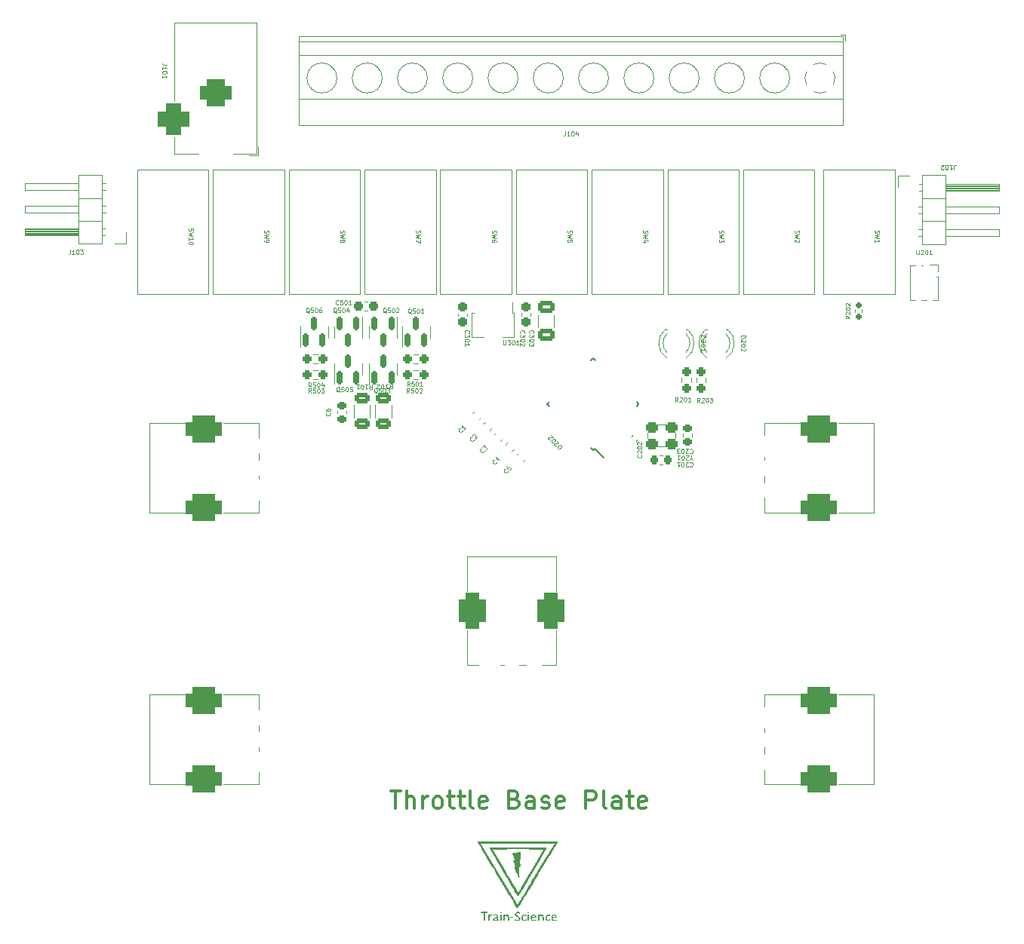
<source format=gbr>
%TF.GenerationSoftware,KiCad,Pcbnew,7.0.7*%
%TF.CreationDate,2023-10-03T09:28:03+02:00*%
%TF.ProjectId,pwmController,70776d43-6f6e-4747-926f-6c6c65722e6b,rev?*%
%TF.SameCoordinates,Original*%
%TF.FileFunction,Legend,Top*%
%TF.FilePolarity,Positive*%
%FSLAX46Y46*%
G04 Gerber Fmt 4.6, Leading zero omitted, Abs format (unit mm)*
G04 Created by KiCad (PCBNEW 7.0.7) date 2023-10-03 09:28:03*
%MOMM*%
%LPD*%
G01*
G04 APERTURE LIST*
G04 Aperture macros list*
%AMRoundRect*
0 Rectangle with rounded corners*
0 $1 Rounding radius*
0 $2 $3 $4 $5 $6 $7 $8 $9 X,Y pos of 4 corners*
0 Add a 4 corners polygon primitive as box body*
4,1,4,$2,$3,$4,$5,$6,$7,$8,$9,$2,$3,0*
0 Add four circle primitives for the rounded corners*
1,1,$1+$1,$2,$3*
1,1,$1+$1,$4,$5*
1,1,$1+$1,$6,$7*
1,1,$1+$1,$8,$9*
0 Add four rect primitives between the rounded corners*
20,1,$1+$1,$2,$3,$4,$5,0*
20,1,$1+$1,$4,$5,$6,$7,0*
20,1,$1+$1,$6,$7,$8,$9,0*
20,1,$1+$1,$8,$9,$2,$3,0*%
%AMRotRect*
0 Rectangle, with rotation*
0 The origin of the aperture is its center*
0 $1 length*
0 $2 width*
0 $3 Rotation angle, in degrees counterclockwise*
0 Add horizontal line*
21,1,$1,$2,0,0,$3*%
%AMFreePoly0*
4,1,9,3.862500,-0.866500,0.737500,-0.866500,0.737500,-0.450000,-0.737500,-0.450000,-0.737500,0.450000,0.737500,0.450000,0.737500,0.866500,3.862500,0.866500,3.862500,-0.866500,3.862500,-0.866500,$1*%
G04 Aperture macros list end*
%ADD10C,0.300000*%
%ADD11C,0.075000*%
%ADD12C,0.120000*%
%ADD13C,0.150000*%
%ADD14RoundRect,0.300000X-0.400000X-0.300000X0.400000X-0.300000X0.400000X0.300000X-0.400000X0.300000X0*%
%ADD15RoundRect,0.225000X-0.017678X0.335876X-0.335876X0.017678X0.017678X-0.335876X0.335876X-0.017678X0*%
%ADD16R,1.800000X1.800000*%
%ADD17C,1.800000*%
%ADD18RoundRect,0.750000X1.250000X0.750000X-1.250000X0.750000X-1.250000X-0.750000X1.250000X-0.750000X0*%
%ADD19O,1.300000X2.000000*%
%ADD20RoundRect,0.225000X-0.250000X0.225000X-0.250000X-0.225000X0.250000X-0.225000X0.250000X0.225000X0*%
%ADD21RotRect,1.600000X0.550000X135.000000*%
%ADD22RotRect,1.600000X0.550000X225.000000*%
%ADD23RoundRect,0.225000X0.017678X-0.335876X0.335876X-0.017678X-0.017678X0.335876X-0.335876X0.017678X0*%
%ADD24R,2.600000X2.600000*%
%ADD25C,2.600000*%
%ADD26RoundRect,0.750000X0.750000X-1.250000X0.750000X1.250000X-0.750000X1.250000X-0.750000X-1.250000X0*%
%ADD27RoundRect,0.237500X0.237500X-0.250000X0.237500X0.250000X-0.237500X0.250000X-0.237500X-0.250000X0*%
%ADD28RoundRect,0.237500X-0.250000X-0.237500X0.250000X-0.237500X0.250000X0.237500X-0.250000X0.237500X0*%
%ADD29R,0.900000X1.300000*%
%ADD30FreePoly0,270.000000*%
%ADD31RoundRect,0.237500X0.250000X0.237500X-0.250000X0.237500X-0.250000X-0.237500X0.250000X-0.237500X0*%
%ADD32RoundRect,0.237500X-0.237500X0.300000X-0.237500X-0.300000X0.237500X-0.300000X0.237500X0.300000X0*%
%ADD33RoundRect,0.150000X0.150000X-0.587500X0.150000X0.587500X-0.150000X0.587500X-0.150000X-0.587500X0*%
%ADD34RoundRect,0.750000X-1.250000X-0.750000X1.250000X-0.750000X1.250000X0.750000X-1.250000X0.750000X0*%
%ADD35RoundRect,0.225000X0.225000X0.250000X-0.225000X0.250000X-0.225000X-0.250000X0.225000X-0.250000X0*%
%ADD36R,1.700000X1.700000*%
%ADD37O,1.700000X1.700000*%
%ADD38RoundRect,0.140000X-0.021213X0.219203X-0.219203X0.021213X0.021213X-0.219203X0.219203X-0.021213X0*%
%ADD39RoundRect,0.160000X0.160000X-0.197500X0.160000X0.197500X-0.160000X0.197500X-0.160000X-0.197500X0*%
%ADD40C,3.200000*%
%ADD41R,3.500000X3.500000*%
%ADD42RoundRect,0.750000X-1.000000X0.750000X-1.000000X-0.750000X1.000000X-0.750000X1.000000X0.750000X0*%
%ADD43RoundRect,0.875000X-0.875000X0.875000X-0.875000X-0.875000X0.875000X-0.875000X0.875000X0.875000X0*%
%ADD44RoundRect,0.250000X-0.625000X0.312500X-0.625000X-0.312500X0.625000X-0.312500X0.625000X0.312500X0*%
%ADD45RoundRect,0.250000X-0.650000X0.412500X-0.650000X-0.412500X0.650000X-0.412500X0.650000X0.412500X0*%
%ADD46R,1.000000X1.000000*%
%ADD47O,1.000000X1.000000*%
%ADD48RoundRect,0.150000X-0.150000X0.587500X-0.150000X-0.587500X0.150000X-0.587500X0.150000X0.587500X0*%
%ADD49RoundRect,0.237500X0.300000X0.237500X-0.300000X0.237500X-0.300000X-0.237500X0.300000X-0.237500X0*%
%ADD50RoundRect,0.225000X0.250000X-0.225000X0.250000X0.225000X-0.250000X0.225000X-0.250000X-0.225000X0*%
G04 APERTURE END LIST*
D10*
X124934808Y-117739638D02*
X126077665Y-117739638D01*
X125506236Y-119739638D02*
X125506236Y-117739638D01*
X126744332Y-119739638D02*
X126744332Y-117739638D01*
X127601475Y-119739638D02*
X127601475Y-118692019D01*
X127601475Y-118692019D02*
X127506237Y-118501542D01*
X127506237Y-118501542D02*
X127315761Y-118406304D01*
X127315761Y-118406304D02*
X127030046Y-118406304D01*
X127030046Y-118406304D02*
X126839570Y-118501542D01*
X126839570Y-118501542D02*
X126744332Y-118596780D01*
X128553856Y-119739638D02*
X128553856Y-118406304D01*
X128553856Y-118787257D02*
X128649094Y-118596780D01*
X128649094Y-118596780D02*
X128744332Y-118501542D01*
X128744332Y-118501542D02*
X128934808Y-118406304D01*
X128934808Y-118406304D02*
X129125285Y-118406304D01*
X130077665Y-119739638D02*
X129887189Y-119644400D01*
X129887189Y-119644400D02*
X129791951Y-119549161D01*
X129791951Y-119549161D02*
X129696713Y-119358685D01*
X129696713Y-119358685D02*
X129696713Y-118787257D01*
X129696713Y-118787257D02*
X129791951Y-118596780D01*
X129791951Y-118596780D02*
X129887189Y-118501542D01*
X129887189Y-118501542D02*
X130077665Y-118406304D01*
X130077665Y-118406304D02*
X130363380Y-118406304D01*
X130363380Y-118406304D02*
X130553856Y-118501542D01*
X130553856Y-118501542D02*
X130649094Y-118596780D01*
X130649094Y-118596780D02*
X130744332Y-118787257D01*
X130744332Y-118787257D02*
X130744332Y-119358685D01*
X130744332Y-119358685D02*
X130649094Y-119549161D01*
X130649094Y-119549161D02*
X130553856Y-119644400D01*
X130553856Y-119644400D02*
X130363380Y-119739638D01*
X130363380Y-119739638D02*
X130077665Y-119739638D01*
X131315761Y-118406304D02*
X132077665Y-118406304D01*
X131601475Y-117739638D02*
X131601475Y-119453923D01*
X131601475Y-119453923D02*
X131696713Y-119644400D01*
X131696713Y-119644400D02*
X131887189Y-119739638D01*
X131887189Y-119739638D02*
X132077665Y-119739638D01*
X132458618Y-118406304D02*
X133220522Y-118406304D01*
X132744332Y-117739638D02*
X132744332Y-119453923D01*
X132744332Y-119453923D02*
X132839570Y-119644400D01*
X132839570Y-119644400D02*
X133030046Y-119739638D01*
X133030046Y-119739638D02*
X133220522Y-119739638D01*
X134172903Y-119739638D02*
X133982427Y-119644400D01*
X133982427Y-119644400D02*
X133887189Y-119453923D01*
X133887189Y-119453923D02*
X133887189Y-117739638D01*
X135696713Y-119644400D02*
X135506237Y-119739638D01*
X135506237Y-119739638D02*
X135125284Y-119739638D01*
X135125284Y-119739638D02*
X134934808Y-119644400D01*
X134934808Y-119644400D02*
X134839570Y-119453923D01*
X134839570Y-119453923D02*
X134839570Y-118692019D01*
X134839570Y-118692019D02*
X134934808Y-118501542D01*
X134934808Y-118501542D02*
X135125284Y-118406304D01*
X135125284Y-118406304D02*
X135506237Y-118406304D01*
X135506237Y-118406304D02*
X135696713Y-118501542D01*
X135696713Y-118501542D02*
X135791951Y-118692019D01*
X135791951Y-118692019D02*
X135791951Y-118882495D01*
X135791951Y-118882495D02*
X134839570Y-119072971D01*
X138839571Y-118692019D02*
X139125285Y-118787257D01*
X139125285Y-118787257D02*
X139220523Y-118882495D01*
X139220523Y-118882495D02*
X139315761Y-119072971D01*
X139315761Y-119072971D02*
X139315761Y-119358685D01*
X139315761Y-119358685D02*
X139220523Y-119549161D01*
X139220523Y-119549161D02*
X139125285Y-119644400D01*
X139125285Y-119644400D02*
X138934809Y-119739638D01*
X138934809Y-119739638D02*
X138172904Y-119739638D01*
X138172904Y-119739638D02*
X138172904Y-117739638D01*
X138172904Y-117739638D02*
X138839571Y-117739638D01*
X138839571Y-117739638D02*
X139030047Y-117834876D01*
X139030047Y-117834876D02*
X139125285Y-117930114D01*
X139125285Y-117930114D02*
X139220523Y-118120590D01*
X139220523Y-118120590D02*
X139220523Y-118311066D01*
X139220523Y-118311066D02*
X139125285Y-118501542D01*
X139125285Y-118501542D02*
X139030047Y-118596780D01*
X139030047Y-118596780D02*
X138839571Y-118692019D01*
X138839571Y-118692019D02*
X138172904Y-118692019D01*
X141030047Y-119739638D02*
X141030047Y-118692019D01*
X141030047Y-118692019D02*
X140934809Y-118501542D01*
X140934809Y-118501542D02*
X140744333Y-118406304D01*
X140744333Y-118406304D02*
X140363380Y-118406304D01*
X140363380Y-118406304D02*
X140172904Y-118501542D01*
X141030047Y-119644400D02*
X140839571Y-119739638D01*
X140839571Y-119739638D02*
X140363380Y-119739638D01*
X140363380Y-119739638D02*
X140172904Y-119644400D01*
X140172904Y-119644400D02*
X140077666Y-119453923D01*
X140077666Y-119453923D02*
X140077666Y-119263447D01*
X140077666Y-119263447D02*
X140172904Y-119072971D01*
X140172904Y-119072971D02*
X140363380Y-118977733D01*
X140363380Y-118977733D02*
X140839571Y-118977733D01*
X140839571Y-118977733D02*
X141030047Y-118882495D01*
X141887190Y-119644400D02*
X142077666Y-119739638D01*
X142077666Y-119739638D02*
X142458618Y-119739638D01*
X142458618Y-119739638D02*
X142649095Y-119644400D01*
X142649095Y-119644400D02*
X142744333Y-119453923D01*
X142744333Y-119453923D02*
X142744333Y-119358685D01*
X142744333Y-119358685D02*
X142649095Y-119168209D01*
X142649095Y-119168209D02*
X142458618Y-119072971D01*
X142458618Y-119072971D02*
X142172904Y-119072971D01*
X142172904Y-119072971D02*
X141982428Y-118977733D01*
X141982428Y-118977733D02*
X141887190Y-118787257D01*
X141887190Y-118787257D02*
X141887190Y-118692019D01*
X141887190Y-118692019D02*
X141982428Y-118501542D01*
X141982428Y-118501542D02*
X142172904Y-118406304D01*
X142172904Y-118406304D02*
X142458618Y-118406304D01*
X142458618Y-118406304D02*
X142649095Y-118501542D01*
X144363381Y-119644400D02*
X144172905Y-119739638D01*
X144172905Y-119739638D02*
X143791952Y-119739638D01*
X143791952Y-119739638D02*
X143601476Y-119644400D01*
X143601476Y-119644400D02*
X143506238Y-119453923D01*
X143506238Y-119453923D02*
X143506238Y-118692019D01*
X143506238Y-118692019D02*
X143601476Y-118501542D01*
X143601476Y-118501542D02*
X143791952Y-118406304D01*
X143791952Y-118406304D02*
X144172905Y-118406304D01*
X144172905Y-118406304D02*
X144363381Y-118501542D01*
X144363381Y-118501542D02*
X144458619Y-118692019D01*
X144458619Y-118692019D02*
X144458619Y-118882495D01*
X144458619Y-118882495D02*
X143506238Y-119072971D01*
X146839572Y-119739638D02*
X146839572Y-117739638D01*
X146839572Y-117739638D02*
X147601477Y-117739638D01*
X147601477Y-117739638D02*
X147791953Y-117834876D01*
X147791953Y-117834876D02*
X147887191Y-117930114D01*
X147887191Y-117930114D02*
X147982429Y-118120590D01*
X147982429Y-118120590D02*
X147982429Y-118406304D01*
X147982429Y-118406304D02*
X147887191Y-118596780D01*
X147887191Y-118596780D02*
X147791953Y-118692019D01*
X147791953Y-118692019D02*
X147601477Y-118787257D01*
X147601477Y-118787257D02*
X146839572Y-118787257D01*
X149125286Y-119739638D02*
X148934810Y-119644400D01*
X148934810Y-119644400D02*
X148839572Y-119453923D01*
X148839572Y-119453923D02*
X148839572Y-117739638D01*
X150744334Y-119739638D02*
X150744334Y-118692019D01*
X150744334Y-118692019D02*
X150649096Y-118501542D01*
X150649096Y-118501542D02*
X150458620Y-118406304D01*
X150458620Y-118406304D02*
X150077667Y-118406304D01*
X150077667Y-118406304D02*
X149887191Y-118501542D01*
X150744334Y-119644400D02*
X150553858Y-119739638D01*
X150553858Y-119739638D02*
X150077667Y-119739638D01*
X150077667Y-119739638D02*
X149887191Y-119644400D01*
X149887191Y-119644400D02*
X149791953Y-119453923D01*
X149791953Y-119453923D02*
X149791953Y-119263447D01*
X149791953Y-119263447D02*
X149887191Y-119072971D01*
X149887191Y-119072971D02*
X150077667Y-118977733D01*
X150077667Y-118977733D02*
X150553858Y-118977733D01*
X150553858Y-118977733D02*
X150744334Y-118882495D01*
X151411001Y-118406304D02*
X152172905Y-118406304D01*
X151696715Y-117739638D02*
X151696715Y-119453923D01*
X151696715Y-119453923D02*
X151791953Y-119644400D01*
X151791953Y-119644400D02*
X151982429Y-119739638D01*
X151982429Y-119739638D02*
X152172905Y-119739638D01*
X153601477Y-119644400D02*
X153411001Y-119739638D01*
X153411001Y-119739638D02*
X153030048Y-119739638D01*
X153030048Y-119739638D02*
X152839572Y-119644400D01*
X152839572Y-119644400D02*
X152744334Y-119453923D01*
X152744334Y-119453923D02*
X152744334Y-118692019D01*
X152744334Y-118692019D02*
X152839572Y-118501542D01*
X152839572Y-118501542D02*
X153030048Y-118406304D01*
X153030048Y-118406304D02*
X153411001Y-118406304D01*
X153411001Y-118406304D02*
X153601477Y-118501542D01*
X153601477Y-118501542D02*
X153696715Y-118692019D01*
X153696715Y-118692019D02*
X153696715Y-118882495D01*
X153696715Y-118882495D02*
X152744334Y-119072971D01*
D11*
X158657552Y-80364009D02*
X158657552Y-80125914D01*
X158824218Y-80625914D02*
X158657552Y-80364009D01*
X158657552Y-80364009D02*
X158490885Y-80625914D01*
X158348028Y-80578295D02*
X158324219Y-80602104D01*
X158324219Y-80602104D02*
X158276600Y-80625914D01*
X158276600Y-80625914D02*
X158157552Y-80625914D01*
X158157552Y-80625914D02*
X158109933Y-80602104D01*
X158109933Y-80602104D02*
X158086124Y-80578295D01*
X158086124Y-80578295D02*
X158062314Y-80530676D01*
X158062314Y-80530676D02*
X158062314Y-80483057D01*
X158062314Y-80483057D02*
X158086124Y-80411628D01*
X158086124Y-80411628D02*
X158371838Y-80125914D01*
X158371838Y-80125914D02*
X158062314Y-80125914D01*
X157752791Y-80625914D02*
X157705172Y-80625914D01*
X157705172Y-80625914D02*
X157657553Y-80602104D01*
X157657553Y-80602104D02*
X157633743Y-80578295D01*
X157633743Y-80578295D02*
X157609934Y-80530676D01*
X157609934Y-80530676D02*
X157586124Y-80435438D01*
X157586124Y-80435438D02*
X157586124Y-80316390D01*
X157586124Y-80316390D02*
X157609934Y-80221152D01*
X157609934Y-80221152D02*
X157633743Y-80173533D01*
X157633743Y-80173533D02*
X157657553Y-80149724D01*
X157657553Y-80149724D02*
X157705172Y-80125914D01*
X157705172Y-80125914D02*
X157752791Y-80125914D01*
X157752791Y-80125914D02*
X157800410Y-80149724D01*
X157800410Y-80149724D02*
X157824219Y-80173533D01*
X157824219Y-80173533D02*
X157848029Y-80221152D01*
X157848029Y-80221152D02*
X157871838Y-80316390D01*
X157871838Y-80316390D02*
X157871838Y-80435438D01*
X157871838Y-80435438D02*
X157848029Y-80530676D01*
X157848029Y-80530676D02*
X157824219Y-80578295D01*
X157824219Y-80578295D02*
X157800410Y-80602104D01*
X157800410Y-80602104D02*
X157752791Y-80625914D01*
X157109934Y-80125914D02*
X157395648Y-80125914D01*
X157252791Y-80125914D02*
X157252791Y-80625914D01*
X157252791Y-80625914D02*
X157300410Y-80554485D01*
X157300410Y-80554485D02*
X157348029Y-80506866D01*
X157348029Y-80506866D02*
X157395648Y-80483057D01*
X135417205Y-79583056D02*
X135417205Y-79616728D01*
X135417205Y-79616728D02*
X135383533Y-79684071D01*
X135383533Y-79684071D02*
X135349862Y-79717743D01*
X135349862Y-79717743D02*
X135282518Y-79751415D01*
X135282518Y-79751415D02*
X135215175Y-79751415D01*
X135215175Y-79751415D02*
X135164667Y-79734579D01*
X135164667Y-79734579D02*
X135080488Y-79684071D01*
X135080488Y-79684071D02*
X135029980Y-79633564D01*
X135029980Y-79633564D02*
X134979472Y-79549384D01*
X134979472Y-79549384D02*
X134962637Y-79498877D01*
X134962637Y-79498877D02*
X134962637Y-79431533D01*
X134962637Y-79431533D02*
X134996308Y-79364190D01*
X134996308Y-79364190D02*
X135029980Y-79330518D01*
X135029980Y-79330518D02*
X135097324Y-79296846D01*
X135097324Y-79296846D02*
X135130995Y-79296846D01*
X135215175Y-79145323D02*
X135434041Y-78926457D01*
X135434041Y-78926457D02*
X135450877Y-79178995D01*
X135450877Y-79178995D02*
X135501385Y-79128487D01*
X135501385Y-79128487D02*
X135551892Y-79111651D01*
X135551892Y-79111651D02*
X135585564Y-79111651D01*
X135585564Y-79111651D02*
X135636072Y-79128487D01*
X135636072Y-79128487D02*
X135720251Y-79212667D01*
X135720251Y-79212667D02*
X135737087Y-79263174D01*
X135737087Y-79263174D02*
X135737087Y-79296846D01*
X135737087Y-79296846D02*
X135720251Y-79347354D01*
X135720251Y-79347354D02*
X135619236Y-79448369D01*
X135619236Y-79448369D02*
X135568728Y-79465205D01*
X135568728Y-79465205D02*
X135535056Y-79465205D01*
X179296400Y-54833334D02*
X179272590Y-54904762D01*
X179272590Y-54904762D02*
X179272590Y-55023810D01*
X179272590Y-55023810D02*
X179296400Y-55071429D01*
X179296400Y-55071429D02*
X179320209Y-55095238D01*
X179320209Y-55095238D02*
X179367828Y-55119048D01*
X179367828Y-55119048D02*
X179415447Y-55119048D01*
X179415447Y-55119048D02*
X179463066Y-55095238D01*
X179463066Y-55095238D02*
X179486876Y-55071429D01*
X179486876Y-55071429D02*
X179510685Y-55023810D01*
X179510685Y-55023810D02*
X179534495Y-54928572D01*
X179534495Y-54928572D02*
X179558304Y-54880953D01*
X179558304Y-54880953D02*
X179582114Y-54857143D01*
X179582114Y-54857143D02*
X179629733Y-54833334D01*
X179629733Y-54833334D02*
X179677352Y-54833334D01*
X179677352Y-54833334D02*
X179724971Y-54857143D01*
X179724971Y-54857143D02*
X179748780Y-54880953D01*
X179748780Y-54880953D02*
X179772590Y-54928572D01*
X179772590Y-54928572D02*
X179772590Y-55047619D01*
X179772590Y-55047619D02*
X179748780Y-55119048D01*
X179772590Y-55285714D02*
X179272590Y-55404762D01*
X179272590Y-55404762D02*
X179629733Y-55500000D01*
X179629733Y-55500000D02*
X179272590Y-55595238D01*
X179272590Y-55595238D02*
X179772590Y-55714286D01*
X179272590Y-56166667D02*
X179272590Y-55880953D01*
X179272590Y-56023810D02*
X179772590Y-56023810D01*
X179772590Y-56023810D02*
X179701161Y-55976191D01*
X179701161Y-55976191D02*
X179653542Y-55928572D01*
X179653542Y-55928572D02*
X179629733Y-55880953D01*
X118099790Y-75329833D02*
X118123600Y-75353642D01*
X118123600Y-75353642D02*
X118147409Y-75425071D01*
X118147409Y-75425071D02*
X118147409Y-75472690D01*
X118147409Y-75472690D02*
X118123600Y-75544118D01*
X118123600Y-75544118D02*
X118075980Y-75591737D01*
X118075980Y-75591737D02*
X118028361Y-75615547D01*
X118028361Y-75615547D02*
X117933123Y-75639356D01*
X117933123Y-75639356D02*
X117861695Y-75639356D01*
X117861695Y-75639356D02*
X117766457Y-75615547D01*
X117766457Y-75615547D02*
X117718838Y-75591737D01*
X117718838Y-75591737D02*
X117671219Y-75544118D01*
X117671219Y-75544118D02*
X117647409Y-75472690D01*
X117647409Y-75472690D02*
X117647409Y-75425071D01*
X117647409Y-75425071D02*
X117671219Y-75353642D01*
X117671219Y-75353642D02*
X117695028Y-75329833D01*
X117647409Y-74901261D02*
X117647409Y-74996499D01*
X117647409Y-74996499D02*
X117671219Y-75044118D01*
X117671219Y-75044118D02*
X117695028Y-75067928D01*
X117695028Y-75067928D02*
X117766457Y-75115547D01*
X117766457Y-75115547D02*
X117861695Y-75139356D01*
X117861695Y-75139356D02*
X118052171Y-75139356D01*
X118052171Y-75139356D02*
X118099790Y-75115547D01*
X118099790Y-75115547D02*
X118123600Y-75091737D01*
X118123600Y-75091737D02*
X118147409Y-75044118D01*
X118147409Y-75044118D02*
X118147409Y-74948880D01*
X118147409Y-74948880D02*
X118123600Y-74901261D01*
X118123600Y-74901261D02*
X118099790Y-74877452D01*
X118099790Y-74877452D02*
X118052171Y-74853642D01*
X118052171Y-74853642D02*
X117933123Y-74853642D01*
X117933123Y-74853642D02*
X117885504Y-74877452D01*
X117885504Y-74877452D02*
X117861695Y-74901261D01*
X117861695Y-74901261D02*
X117837885Y-74948880D01*
X117837885Y-74948880D02*
X117837885Y-75044118D01*
X117837885Y-75044118D02*
X117861695Y-75091737D01*
X117861695Y-75091737D02*
X117885504Y-75115547D01*
X117885504Y-75115547D02*
X117933123Y-75139356D01*
X143781612Y-79420161D02*
X144067822Y-79133951D01*
X144067822Y-79133951D02*
X144084658Y-79083444D01*
X144084658Y-79083444D02*
X144084658Y-79049772D01*
X144084658Y-79049772D02*
X144067822Y-78999264D01*
X144067822Y-78999264D02*
X144000479Y-78931921D01*
X144000479Y-78931921D02*
X143949971Y-78915085D01*
X143949971Y-78915085D02*
X143916299Y-78915085D01*
X143916299Y-78915085D02*
X143865791Y-78931921D01*
X143865791Y-78931921D02*
X143579582Y-79218131D01*
X143461730Y-79032936D02*
X143428058Y-79032936D01*
X143428058Y-79032936D02*
X143377551Y-79016100D01*
X143377551Y-79016100D02*
X143293371Y-78931921D01*
X143293371Y-78931921D02*
X143276536Y-78881413D01*
X143276536Y-78881413D02*
X143276536Y-78847741D01*
X143276536Y-78847741D02*
X143293371Y-78797234D01*
X143293371Y-78797234D02*
X143327043Y-78763562D01*
X143327043Y-78763562D02*
X143394387Y-78729890D01*
X143394387Y-78729890D02*
X143798448Y-78729890D01*
X143798448Y-78729890D02*
X143579581Y-78511024D01*
X143007162Y-78645711D02*
X142973490Y-78612039D01*
X142973490Y-78612039D02*
X142956654Y-78561532D01*
X142956654Y-78561532D02*
X142956654Y-78527860D01*
X142956654Y-78527860D02*
X142973490Y-78477352D01*
X142973490Y-78477352D02*
X143023998Y-78393173D01*
X143023998Y-78393173D02*
X143108177Y-78308993D01*
X143108177Y-78308993D02*
X143192356Y-78258486D01*
X143192356Y-78258486D02*
X143242864Y-78241650D01*
X143242864Y-78241650D02*
X143276536Y-78241650D01*
X143276536Y-78241650D02*
X143327043Y-78258486D01*
X143327043Y-78258486D02*
X143360715Y-78292158D01*
X143360715Y-78292158D02*
X143377551Y-78342665D01*
X143377551Y-78342665D02*
X143377551Y-78376337D01*
X143377551Y-78376337D02*
X143360715Y-78426845D01*
X143360715Y-78426845D02*
X143310208Y-78511024D01*
X143310208Y-78511024D02*
X143226028Y-78595203D01*
X143226028Y-78595203D02*
X143141849Y-78645711D01*
X143141849Y-78645711D02*
X143091341Y-78662547D01*
X143091341Y-78662547D02*
X143057669Y-78662547D01*
X143057669Y-78662547D02*
X143007162Y-78645711D01*
X142788296Y-78359501D02*
X142754624Y-78359501D01*
X142754624Y-78359501D02*
X142704116Y-78342666D01*
X142704116Y-78342666D02*
X142619937Y-78258486D01*
X142619937Y-78258486D02*
X142603101Y-78207979D01*
X142603101Y-78207979D02*
X142603101Y-78174307D01*
X142603101Y-78174307D02*
X142619937Y-78123799D01*
X142619937Y-78123799D02*
X142653609Y-78090127D01*
X142653609Y-78090127D02*
X142720952Y-78056456D01*
X142720952Y-78056456D02*
X143125013Y-78056456D01*
X143125013Y-78056456D02*
X142906147Y-77837589D01*
X133004205Y-77297056D02*
X133004205Y-77330728D01*
X133004205Y-77330728D02*
X132970533Y-77398071D01*
X132970533Y-77398071D02*
X132936862Y-77431743D01*
X132936862Y-77431743D02*
X132869518Y-77465415D01*
X132869518Y-77465415D02*
X132802175Y-77465415D01*
X132802175Y-77465415D02*
X132751667Y-77448579D01*
X132751667Y-77448579D02*
X132667488Y-77398071D01*
X132667488Y-77398071D02*
X132616980Y-77347564D01*
X132616980Y-77347564D02*
X132566472Y-77263384D01*
X132566472Y-77263384D02*
X132549637Y-77212877D01*
X132549637Y-77212877D02*
X132549637Y-77145533D01*
X132549637Y-77145533D02*
X132583308Y-77078190D01*
X132583308Y-77078190D02*
X132616980Y-77044518D01*
X132616980Y-77044518D02*
X132684324Y-77010846D01*
X132684324Y-77010846D02*
X132717995Y-77010846D01*
X133374594Y-76994010D02*
X133172564Y-77196041D01*
X133273579Y-77095025D02*
X132920026Y-76741472D01*
X132920026Y-76741472D02*
X132936862Y-76825651D01*
X132936862Y-76825651D02*
X132936862Y-76892995D01*
X132936862Y-76892995D02*
X132920026Y-76943503D01*
X144518143Y-43706409D02*
X144518143Y-44063552D01*
X144518143Y-44063552D02*
X144494334Y-44134980D01*
X144494334Y-44134980D02*
X144446715Y-44182600D01*
X144446715Y-44182600D02*
X144375286Y-44206409D01*
X144375286Y-44206409D02*
X144327667Y-44206409D01*
X145018143Y-44206409D02*
X144732429Y-44206409D01*
X144875286Y-44206409D02*
X144875286Y-43706409D01*
X144875286Y-43706409D02*
X144827667Y-43777838D01*
X144827667Y-43777838D02*
X144780048Y-43825457D01*
X144780048Y-43825457D02*
X144732429Y-43849266D01*
X145327666Y-43706409D02*
X145375285Y-43706409D01*
X145375285Y-43706409D02*
X145422904Y-43730219D01*
X145422904Y-43730219D02*
X145446714Y-43754028D01*
X145446714Y-43754028D02*
X145470523Y-43801647D01*
X145470523Y-43801647D02*
X145494333Y-43896885D01*
X145494333Y-43896885D02*
X145494333Y-44015933D01*
X145494333Y-44015933D02*
X145470523Y-44111171D01*
X145470523Y-44111171D02*
X145446714Y-44158790D01*
X145446714Y-44158790D02*
X145422904Y-44182600D01*
X145422904Y-44182600D02*
X145375285Y-44206409D01*
X145375285Y-44206409D02*
X145327666Y-44206409D01*
X145327666Y-44206409D02*
X145280047Y-44182600D01*
X145280047Y-44182600D02*
X145256238Y-44158790D01*
X145256238Y-44158790D02*
X145232428Y-44111171D01*
X145232428Y-44111171D02*
X145208619Y-44015933D01*
X145208619Y-44015933D02*
X145208619Y-43896885D01*
X145208619Y-43896885D02*
X145232428Y-43801647D01*
X145232428Y-43801647D02*
X145256238Y-43754028D01*
X145256238Y-43754028D02*
X145280047Y-43730219D01*
X145280047Y-43730219D02*
X145327666Y-43706409D01*
X145922904Y-43873076D02*
X145922904Y-44206409D01*
X145803856Y-43682600D02*
X145684809Y-44039742D01*
X145684809Y-44039742D02*
X145994332Y-44039742D01*
X159623476Y-74150409D02*
X159456810Y-73912314D01*
X159337762Y-74150409D02*
X159337762Y-73650409D01*
X159337762Y-73650409D02*
X159528238Y-73650409D01*
X159528238Y-73650409D02*
X159575857Y-73674219D01*
X159575857Y-73674219D02*
X159599667Y-73698028D01*
X159599667Y-73698028D02*
X159623476Y-73745647D01*
X159623476Y-73745647D02*
X159623476Y-73817076D01*
X159623476Y-73817076D02*
X159599667Y-73864695D01*
X159599667Y-73864695D02*
X159575857Y-73888504D01*
X159575857Y-73888504D02*
X159528238Y-73912314D01*
X159528238Y-73912314D02*
X159337762Y-73912314D01*
X159813953Y-73698028D02*
X159837762Y-73674219D01*
X159837762Y-73674219D02*
X159885381Y-73650409D01*
X159885381Y-73650409D02*
X160004429Y-73650409D01*
X160004429Y-73650409D02*
X160052048Y-73674219D01*
X160052048Y-73674219D02*
X160075857Y-73698028D01*
X160075857Y-73698028D02*
X160099667Y-73745647D01*
X160099667Y-73745647D02*
X160099667Y-73793266D01*
X160099667Y-73793266D02*
X160075857Y-73864695D01*
X160075857Y-73864695D02*
X159790143Y-74150409D01*
X159790143Y-74150409D02*
X160099667Y-74150409D01*
X160409190Y-73650409D02*
X160456809Y-73650409D01*
X160456809Y-73650409D02*
X160504428Y-73674219D01*
X160504428Y-73674219D02*
X160528238Y-73698028D01*
X160528238Y-73698028D02*
X160552047Y-73745647D01*
X160552047Y-73745647D02*
X160575857Y-73840885D01*
X160575857Y-73840885D02*
X160575857Y-73959933D01*
X160575857Y-73959933D02*
X160552047Y-74055171D01*
X160552047Y-74055171D02*
X160528238Y-74102790D01*
X160528238Y-74102790D02*
X160504428Y-74126600D01*
X160504428Y-74126600D02*
X160456809Y-74150409D01*
X160456809Y-74150409D02*
X160409190Y-74150409D01*
X160409190Y-74150409D02*
X160361571Y-74126600D01*
X160361571Y-74126600D02*
X160337762Y-74102790D01*
X160337762Y-74102790D02*
X160313952Y-74055171D01*
X160313952Y-74055171D02*
X160290143Y-73959933D01*
X160290143Y-73959933D02*
X160290143Y-73840885D01*
X160290143Y-73840885D02*
X160313952Y-73745647D01*
X160313952Y-73745647D02*
X160337762Y-73698028D01*
X160337762Y-73698028D02*
X160361571Y-73674219D01*
X160361571Y-73674219D02*
X160409190Y-73650409D01*
X160742523Y-73650409D02*
X161052047Y-73650409D01*
X161052047Y-73650409D02*
X160885380Y-73840885D01*
X160885380Y-73840885D02*
X160956809Y-73840885D01*
X160956809Y-73840885D02*
X161004428Y-73864695D01*
X161004428Y-73864695D02*
X161028237Y-73888504D01*
X161028237Y-73888504D02*
X161052047Y-73936123D01*
X161052047Y-73936123D02*
X161052047Y-74055171D01*
X161052047Y-74055171D02*
X161028237Y-74102790D01*
X161028237Y-74102790D02*
X161004428Y-74126600D01*
X161004428Y-74126600D02*
X160956809Y-74150409D01*
X160956809Y-74150409D02*
X160813952Y-74150409D01*
X160813952Y-74150409D02*
X160766333Y-74126600D01*
X160766333Y-74126600D02*
X160742523Y-74102790D01*
X144796400Y-54833334D02*
X144772590Y-54904762D01*
X144772590Y-54904762D02*
X144772590Y-55023810D01*
X144772590Y-55023810D02*
X144796400Y-55071429D01*
X144796400Y-55071429D02*
X144820209Y-55095238D01*
X144820209Y-55095238D02*
X144867828Y-55119048D01*
X144867828Y-55119048D02*
X144915447Y-55119048D01*
X144915447Y-55119048D02*
X144963066Y-55095238D01*
X144963066Y-55095238D02*
X144986876Y-55071429D01*
X144986876Y-55071429D02*
X145010685Y-55023810D01*
X145010685Y-55023810D02*
X145034495Y-54928572D01*
X145034495Y-54928572D02*
X145058304Y-54880953D01*
X145058304Y-54880953D02*
X145082114Y-54857143D01*
X145082114Y-54857143D02*
X145129733Y-54833334D01*
X145129733Y-54833334D02*
X145177352Y-54833334D01*
X145177352Y-54833334D02*
X145224971Y-54857143D01*
X145224971Y-54857143D02*
X145248780Y-54880953D01*
X145248780Y-54880953D02*
X145272590Y-54928572D01*
X145272590Y-54928572D02*
X145272590Y-55047619D01*
X145272590Y-55047619D02*
X145248780Y-55119048D01*
X145272590Y-55285714D02*
X144772590Y-55404762D01*
X144772590Y-55404762D02*
X145129733Y-55500000D01*
X145129733Y-55500000D02*
X144772590Y-55595238D01*
X144772590Y-55595238D02*
X145272590Y-55714286D01*
X145272590Y-56142857D02*
X145272590Y-55904762D01*
X145272590Y-55904762D02*
X145034495Y-55880953D01*
X145034495Y-55880953D02*
X145058304Y-55904762D01*
X145058304Y-55904762D02*
X145082114Y-55952381D01*
X145082114Y-55952381D02*
X145082114Y-56071429D01*
X145082114Y-56071429D02*
X145058304Y-56119048D01*
X145058304Y-56119048D02*
X145034495Y-56142857D01*
X145034495Y-56142857D02*
X144986876Y-56166667D01*
X144986876Y-56166667D02*
X144867828Y-56166667D01*
X144867828Y-56166667D02*
X144820209Y-56142857D01*
X144820209Y-56142857D02*
X144796400Y-56119048D01*
X144796400Y-56119048D02*
X144772590Y-56071429D01*
X144772590Y-56071429D02*
X144772590Y-55952381D01*
X144772590Y-55952381D02*
X144796400Y-55904762D01*
X144796400Y-55904762D02*
X144820209Y-55880953D01*
X116026476Y-73061909D02*
X115859810Y-72823814D01*
X115740762Y-73061909D02*
X115740762Y-72561909D01*
X115740762Y-72561909D02*
X115931238Y-72561909D01*
X115931238Y-72561909D02*
X115978857Y-72585719D01*
X115978857Y-72585719D02*
X116002667Y-72609528D01*
X116002667Y-72609528D02*
X116026476Y-72657147D01*
X116026476Y-72657147D02*
X116026476Y-72728576D01*
X116026476Y-72728576D02*
X116002667Y-72776195D01*
X116002667Y-72776195D02*
X115978857Y-72800004D01*
X115978857Y-72800004D02*
X115931238Y-72823814D01*
X115931238Y-72823814D02*
X115740762Y-72823814D01*
X116478857Y-72561909D02*
X116240762Y-72561909D01*
X116240762Y-72561909D02*
X116216953Y-72800004D01*
X116216953Y-72800004D02*
X116240762Y-72776195D01*
X116240762Y-72776195D02*
X116288381Y-72752385D01*
X116288381Y-72752385D02*
X116407429Y-72752385D01*
X116407429Y-72752385D02*
X116455048Y-72776195D01*
X116455048Y-72776195D02*
X116478857Y-72800004D01*
X116478857Y-72800004D02*
X116502667Y-72847623D01*
X116502667Y-72847623D02*
X116502667Y-72966671D01*
X116502667Y-72966671D02*
X116478857Y-73014290D01*
X116478857Y-73014290D02*
X116455048Y-73038100D01*
X116455048Y-73038100D02*
X116407429Y-73061909D01*
X116407429Y-73061909D02*
X116288381Y-73061909D01*
X116288381Y-73061909D02*
X116240762Y-73038100D01*
X116240762Y-73038100D02*
X116216953Y-73014290D01*
X116812190Y-72561909D02*
X116859809Y-72561909D01*
X116859809Y-72561909D02*
X116907428Y-72585719D01*
X116907428Y-72585719D02*
X116931238Y-72609528D01*
X116931238Y-72609528D02*
X116955047Y-72657147D01*
X116955047Y-72657147D02*
X116978857Y-72752385D01*
X116978857Y-72752385D02*
X116978857Y-72871433D01*
X116978857Y-72871433D02*
X116955047Y-72966671D01*
X116955047Y-72966671D02*
X116931238Y-73014290D01*
X116931238Y-73014290D02*
X116907428Y-73038100D01*
X116907428Y-73038100D02*
X116859809Y-73061909D01*
X116859809Y-73061909D02*
X116812190Y-73061909D01*
X116812190Y-73061909D02*
X116764571Y-73038100D01*
X116764571Y-73038100D02*
X116740762Y-73014290D01*
X116740762Y-73014290D02*
X116716952Y-72966671D01*
X116716952Y-72966671D02*
X116693143Y-72871433D01*
X116693143Y-72871433D02*
X116693143Y-72752385D01*
X116693143Y-72752385D02*
X116716952Y-72657147D01*
X116716952Y-72657147D02*
X116740762Y-72609528D01*
X116740762Y-72609528D02*
X116764571Y-72585719D01*
X116764571Y-72585719D02*
X116812190Y-72561909D01*
X117145523Y-72561909D02*
X117455047Y-72561909D01*
X117455047Y-72561909D02*
X117288380Y-72752385D01*
X117288380Y-72752385D02*
X117359809Y-72752385D01*
X117359809Y-72752385D02*
X117407428Y-72776195D01*
X117407428Y-72776195D02*
X117431237Y-72800004D01*
X117431237Y-72800004D02*
X117455047Y-72847623D01*
X117455047Y-72847623D02*
X117455047Y-72966671D01*
X117455047Y-72966671D02*
X117431237Y-73014290D01*
X117431237Y-73014290D02*
X117407428Y-73038100D01*
X117407428Y-73038100D02*
X117359809Y-73061909D01*
X117359809Y-73061909D02*
X117216952Y-73061909D01*
X117216952Y-73061909D02*
X117169333Y-73038100D01*
X117169333Y-73038100D02*
X117145523Y-73014290D01*
X137572857Y-67164409D02*
X137572857Y-67569171D01*
X137572857Y-67569171D02*
X137596667Y-67616790D01*
X137596667Y-67616790D02*
X137620476Y-67640600D01*
X137620476Y-67640600D02*
X137668095Y-67664409D01*
X137668095Y-67664409D02*
X137763333Y-67664409D01*
X137763333Y-67664409D02*
X137810952Y-67640600D01*
X137810952Y-67640600D02*
X137834762Y-67616790D01*
X137834762Y-67616790D02*
X137858571Y-67569171D01*
X137858571Y-67569171D02*
X137858571Y-67164409D01*
X138049048Y-67164409D02*
X138358572Y-67164409D01*
X138358572Y-67164409D02*
X138191905Y-67354885D01*
X138191905Y-67354885D02*
X138263334Y-67354885D01*
X138263334Y-67354885D02*
X138310953Y-67378695D01*
X138310953Y-67378695D02*
X138334762Y-67402504D01*
X138334762Y-67402504D02*
X138358572Y-67450123D01*
X138358572Y-67450123D02*
X138358572Y-67569171D01*
X138358572Y-67569171D02*
X138334762Y-67616790D01*
X138334762Y-67616790D02*
X138310953Y-67640600D01*
X138310953Y-67640600D02*
X138263334Y-67664409D01*
X138263334Y-67664409D02*
X138120477Y-67664409D01*
X138120477Y-67664409D02*
X138072858Y-67640600D01*
X138072858Y-67640600D02*
X138049048Y-67616790D01*
X138668095Y-67164409D02*
X138715714Y-67164409D01*
X138715714Y-67164409D02*
X138763333Y-67188219D01*
X138763333Y-67188219D02*
X138787143Y-67212028D01*
X138787143Y-67212028D02*
X138810952Y-67259647D01*
X138810952Y-67259647D02*
X138834762Y-67354885D01*
X138834762Y-67354885D02*
X138834762Y-67473933D01*
X138834762Y-67473933D02*
X138810952Y-67569171D01*
X138810952Y-67569171D02*
X138787143Y-67616790D01*
X138787143Y-67616790D02*
X138763333Y-67640600D01*
X138763333Y-67640600D02*
X138715714Y-67664409D01*
X138715714Y-67664409D02*
X138668095Y-67664409D01*
X138668095Y-67664409D02*
X138620476Y-67640600D01*
X138620476Y-67640600D02*
X138596667Y-67616790D01*
X138596667Y-67616790D02*
X138572857Y-67569171D01*
X138572857Y-67569171D02*
X138549048Y-67473933D01*
X138549048Y-67473933D02*
X138549048Y-67354885D01*
X138549048Y-67354885D02*
X138572857Y-67259647D01*
X138572857Y-67259647D02*
X138596667Y-67212028D01*
X138596667Y-67212028D02*
X138620476Y-67188219D01*
X138620476Y-67188219D02*
X138668095Y-67164409D01*
X139310952Y-67664409D02*
X139025238Y-67664409D01*
X139168095Y-67664409D02*
X139168095Y-67164409D01*
X139168095Y-67164409D02*
X139120476Y-67235838D01*
X139120476Y-67235838D02*
X139072857Y-67283457D01*
X139072857Y-67283457D02*
X139025238Y-67307266D01*
X127075476Y-72299909D02*
X126908810Y-72061814D01*
X126789762Y-72299909D02*
X126789762Y-71799909D01*
X126789762Y-71799909D02*
X126980238Y-71799909D01*
X126980238Y-71799909D02*
X127027857Y-71823719D01*
X127027857Y-71823719D02*
X127051667Y-71847528D01*
X127051667Y-71847528D02*
X127075476Y-71895147D01*
X127075476Y-71895147D02*
X127075476Y-71966576D01*
X127075476Y-71966576D02*
X127051667Y-72014195D01*
X127051667Y-72014195D02*
X127027857Y-72038004D01*
X127027857Y-72038004D02*
X126980238Y-72061814D01*
X126980238Y-72061814D02*
X126789762Y-72061814D01*
X127527857Y-71799909D02*
X127289762Y-71799909D01*
X127289762Y-71799909D02*
X127265953Y-72038004D01*
X127265953Y-72038004D02*
X127289762Y-72014195D01*
X127289762Y-72014195D02*
X127337381Y-71990385D01*
X127337381Y-71990385D02*
X127456429Y-71990385D01*
X127456429Y-71990385D02*
X127504048Y-72014195D01*
X127504048Y-72014195D02*
X127527857Y-72038004D01*
X127527857Y-72038004D02*
X127551667Y-72085623D01*
X127551667Y-72085623D02*
X127551667Y-72204671D01*
X127551667Y-72204671D02*
X127527857Y-72252290D01*
X127527857Y-72252290D02*
X127504048Y-72276100D01*
X127504048Y-72276100D02*
X127456429Y-72299909D01*
X127456429Y-72299909D02*
X127337381Y-72299909D01*
X127337381Y-72299909D02*
X127289762Y-72276100D01*
X127289762Y-72276100D02*
X127265953Y-72252290D01*
X127861190Y-71799909D02*
X127908809Y-71799909D01*
X127908809Y-71799909D02*
X127956428Y-71823719D01*
X127956428Y-71823719D02*
X127980238Y-71847528D01*
X127980238Y-71847528D02*
X128004047Y-71895147D01*
X128004047Y-71895147D02*
X128027857Y-71990385D01*
X128027857Y-71990385D02*
X128027857Y-72109433D01*
X128027857Y-72109433D02*
X128004047Y-72204671D01*
X128004047Y-72204671D02*
X127980238Y-72252290D01*
X127980238Y-72252290D02*
X127956428Y-72276100D01*
X127956428Y-72276100D02*
X127908809Y-72299909D01*
X127908809Y-72299909D02*
X127861190Y-72299909D01*
X127861190Y-72299909D02*
X127813571Y-72276100D01*
X127813571Y-72276100D02*
X127789762Y-72252290D01*
X127789762Y-72252290D02*
X127765952Y-72204671D01*
X127765952Y-72204671D02*
X127742143Y-72109433D01*
X127742143Y-72109433D02*
X127742143Y-71990385D01*
X127742143Y-71990385D02*
X127765952Y-71895147D01*
X127765952Y-71895147D02*
X127789762Y-71847528D01*
X127789762Y-71847528D02*
X127813571Y-71823719D01*
X127813571Y-71823719D02*
X127861190Y-71799909D01*
X128504047Y-72299909D02*
X128218333Y-72299909D01*
X128361190Y-72299909D02*
X128361190Y-71799909D01*
X128361190Y-71799909D02*
X128313571Y-71871338D01*
X128313571Y-71871338D02*
X128265952Y-71918957D01*
X128265952Y-71918957D02*
X128218333Y-71942766D01*
X139520209Y-66369476D02*
X139496400Y-66345667D01*
X139496400Y-66345667D02*
X139472590Y-66274238D01*
X139472590Y-66274238D02*
X139472590Y-66226619D01*
X139472590Y-66226619D02*
X139496400Y-66155191D01*
X139496400Y-66155191D02*
X139544019Y-66107572D01*
X139544019Y-66107572D02*
X139591638Y-66083762D01*
X139591638Y-66083762D02*
X139686876Y-66059953D01*
X139686876Y-66059953D02*
X139758304Y-66059953D01*
X139758304Y-66059953D02*
X139853542Y-66083762D01*
X139853542Y-66083762D02*
X139901161Y-66107572D01*
X139901161Y-66107572D02*
X139948780Y-66155191D01*
X139948780Y-66155191D02*
X139972590Y-66226619D01*
X139972590Y-66226619D02*
X139972590Y-66274238D01*
X139972590Y-66274238D02*
X139948780Y-66345667D01*
X139948780Y-66345667D02*
X139924971Y-66369476D01*
X139972590Y-66536143D02*
X139972590Y-66845667D01*
X139972590Y-66845667D02*
X139782114Y-66679000D01*
X139782114Y-66679000D02*
X139782114Y-66750429D01*
X139782114Y-66750429D02*
X139758304Y-66798048D01*
X139758304Y-66798048D02*
X139734495Y-66821857D01*
X139734495Y-66821857D02*
X139686876Y-66845667D01*
X139686876Y-66845667D02*
X139567828Y-66845667D01*
X139567828Y-66845667D02*
X139520209Y-66821857D01*
X139520209Y-66821857D02*
X139496400Y-66798048D01*
X139496400Y-66798048D02*
X139472590Y-66750429D01*
X139472590Y-66750429D02*
X139472590Y-66607572D01*
X139472590Y-66607572D02*
X139496400Y-66559953D01*
X139496400Y-66559953D02*
X139520209Y-66536143D01*
X139972590Y-67155190D02*
X139972590Y-67202809D01*
X139972590Y-67202809D02*
X139948780Y-67250428D01*
X139948780Y-67250428D02*
X139924971Y-67274238D01*
X139924971Y-67274238D02*
X139877352Y-67298047D01*
X139877352Y-67298047D02*
X139782114Y-67321857D01*
X139782114Y-67321857D02*
X139663066Y-67321857D01*
X139663066Y-67321857D02*
X139567828Y-67298047D01*
X139567828Y-67298047D02*
X139520209Y-67274238D01*
X139520209Y-67274238D02*
X139496400Y-67250428D01*
X139496400Y-67250428D02*
X139472590Y-67202809D01*
X139472590Y-67202809D02*
X139472590Y-67155190D01*
X139472590Y-67155190D02*
X139496400Y-67107571D01*
X139496400Y-67107571D02*
X139520209Y-67083762D01*
X139520209Y-67083762D02*
X139567828Y-67059952D01*
X139567828Y-67059952D02*
X139663066Y-67036143D01*
X139663066Y-67036143D02*
X139782114Y-67036143D01*
X139782114Y-67036143D02*
X139877352Y-67059952D01*
X139877352Y-67059952D02*
X139924971Y-67083762D01*
X139924971Y-67083762D02*
X139948780Y-67107571D01*
X139948780Y-67107571D02*
X139972590Y-67155190D01*
X139924971Y-67512333D02*
X139948780Y-67536142D01*
X139948780Y-67536142D02*
X139972590Y-67583761D01*
X139972590Y-67583761D02*
X139972590Y-67702809D01*
X139972590Y-67702809D02*
X139948780Y-67750428D01*
X139948780Y-67750428D02*
X139924971Y-67774237D01*
X139924971Y-67774237D02*
X139877352Y-67798047D01*
X139877352Y-67798047D02*
X139829733Y-67798047D01*
X139829733Y-67798047D02*
X139758304Y-67774237D01*
X139758304Y-67774237D02*
X139472590Y-67488523D01*
X139472590Y-67488523D02*
X139472590Y-67798047D01*
X138084205Y-81869056D02*
X138084205Y-81902728D01*
X138084205Y-81902728D02*
X138050533Y-81970071D01*
X138050533Y-81970071D02*
X138016862Y-82003743D01*
X138016862Y-82003743D02*
X137949518Y-82037415D01*
X137949518Y-82037415D02*
X137882175Y-82037415D01*
X137882175Y-82037415D02*
X137831667Y-82020579D01*
X137831667Y-82020579D02*
X137747488Y-81970071D01*
X137747488Y-81970071D02*
X137696980Y-81919564D01*
X137696980Y-81919564D02*
X137646472Y-81835384D01*
X137646472Y-81835384D02*
X137629637Y-81784877D01*
X137629637Y-81784877D02*
X137629637Y-81717533D01*
X137629637Y-81717533D02*
X137663308Y-81650190D01*
X137663308Y-81650190D02*
X137696980Y-81616518D01*
X137696980Y-81616518D02*
X137764324Y-81582846D01*
X137764324Y-81582846D02*
X137797995Y-81582846D01*
X138084205Y-81229293D02*
X137915846Y-81397651D01*
X137915846Y-81397651D02*
X138067369Y-81582846D01*
X138067369Y-81582846D02*
X138067369Y-81549174D01*
X138067369Y-81549174D02*
X138084205Y-81498667D01*
X138084205Y-81498667D02*
X138168385Y-81414487D01*
X138168385Y-81414487D02*
X138218892Y-81397651D01*
X138218892Y-81397651D02*
X138252564Y-81397651D01*
X138252564Y-81397651D02*
X138303072Y-81414487D01*
X138303072Y-81414487D02*
X138387251Y-81498667D01*
X138387251Y-81498667D02*
X138404087Y-81549174D01*
X138404087Y-81549174D02*
X138404087Y-81582846D01*
X138404087Y-81582846D02*
X138387251Y-81633354D01*
X138387251Y-81633354D02*
X138303072Y-81717533D01*
X138303072Y-81717533D02*
X138252564Y-81734369D01*
X138252564Y-81734369D02*
X138218892Y-81734369D01*
X110796400Y-54833334D02*
X110772590Y-54904762D01*
X110772590Y-54904762D02*
X110772590Y-55023810D01*
X110772590Y-55023810D02*
X110796400Y-55071429D01*
X110796400Y-55071429D02*
X110820209Y-55095238D01*
X110820209Y-55095238D02*
X110867828Y-55119048D01*
X110867828Y-55119048D02*
X110915447Y-55119048D01*
X110915447Y-55119048D02*
X110963066Y-55095238D01*
X110963066Y-55095238D02*
X110986876Y-55071429D01*
X110986876Y-55071429D02*
X111010685Y-55023810D01*
X111010685Y-55023810D02*
X111034495Y-54928572D01*
X111034495Y-54928572D02*
X111058304Y-54880953D01*
X111058304Y-54880953D02*
X111082114Y-54857143D01*
X111082114Y-54857143D02*
X111129733Y-54833334D01*
X111129733Y-54833334D02*
X111177352Y-54833334D01*
X111177352Y-54833334D02*
X111224971Y-54857143D01*
X111224971Y-54857143D02*
X111248780Y-54880953D01*
X111248780Y-54880953D02*
X111272590Y-54928572D01*
X111272590Y-54928572D02*
X111272590Y-55047619D01*
X111272590Y-55047619D02*
X111248780Y-55119048D01*
X111272590Y-55285714D02*
X110772590Y-55404762D01*
X110772590Y-55404762D02*
X111129733Y-55500000D01*
X111129733Y-55500000D02*
X110772590Y-55595238D01*
X110772590Y-55595238D02*
X111272590Y-55714286D01*
X110772590Y-55928572D02*
X110772590Y-56023810D01*
X110772590Y-56023810D02*
X110796400Y-56071429D01*
X110796400Y-56071429D02*
X110820209Y-56095238D01*
X110820209Y-56095238D02*
X110891638Y-56142857D01*
X110891638Y-56142857D02*
X110986876Y-56166667D01*
X110986876Y-56166667D02*
X111177352Y-56166667D01*
X111177352Y-56166667D02*
X111224971Y-56142857D01*
X111224971Y-56142857D02*
X111248780Y-56119048D01*
X111248780Y-56119048D02*
X111272590Y-56071429D01*
X111272590Y-56071429D02*
X111272590Y-55976191D01*
X111272590Y-55976191D02*
X111248780Y-55928572D01*
X111248780Y-55928572D02*
X111224971Y-55904762D01*
X111224971Y-55904762D02*
X111177352Y-55880953D01*
X111177352Y-55880953D02*
X111058304Y-55880953D01*
X111058304Y-55880953D02*
X111010685Y-55904762D01*
X111010685Y-55904762D02*
X110986876Y-55928572D01*
X110986876Y-55928572D02*
X110963066Y-55976191D01*
X110963066Y-55976191D02*
X110963066Y-56071429D01*
X110963066Y-56071429D02*
X110986876Y-56119048D01*
X110986876Y-56119048D02*
X111010685Y-56142857D01*
X111010685Y-56142857D02*
X111058304Y-56166667D01*
X119237190Y-72982528D02*
X119189571Y-72958719D01*
X119189571Y-72958719D02*
X119141952Y-72911100D01*
X119141952Y-72911100D02*
X119070524Y-72839671D01*
X119070524Y-72839671D02*
X119022905Y-72815861D01*
X119022905Y-72815861D02*
X118975286Y-72815861D01*
X118999095Y-72934909D02*
X118951476Y-72911100D01*
X118951476Y-72911100D02*
X118903857Y-72863480D01*
X118903857Y-72863480D02*
X118880048Y-72768242D01*
X118880048Y-72768242D02*
X118880048Y-72601576D01*
X118880048Y-72601576D02*
X118903857Y-72506338D01*
X118903857Y-72506338D02*
X118951476Y-72458719D01*
X118951476Y-72458719D02*
X118999095Y-72434909D01*
X118999095Y-72434909D02*
X119094333Y-72434909D01*
X119094333Y-72434909D02*
X119141952Y-72458719D01*
X119141952Y-72458719D02*
X119189571Y-72506338D01*
X119189571Y-72506338D02*
X119213381Y-72601576D01*
X119213381Y-72601576D02*
X119213381Y-72768242D01*
X119213381Y-72768242D02*
X119189571Y-72863480D01*
X119189571Y-72863480D02*
X119141952Y-72911100D01*
X119141952Y-72911100D02*
X119094333Y-72934909D01*
X119094333Y-72934909D02*
X118999095Y-72934909D01*
X119665762Y-72434909D02*
X119427667Y-72434909D01*
X119427667Y-72434909D02*
X119403858Y-72673004D01*
X119403858Y-72673004D02*
X119427667Y-72649195D01*
X119427667Y-72649195D02*
X119475286Y-72625385D01*
X119475286Y-72625385D02*
X119594334Y-72625385D01*
X119594334Y-72625385D02*
X119641953Y-72649195D01*
X119641953Y-72649195D02*
X119665762Y-72673004D01*
X119665762Y-72673004D02*
X119689572Y-72720623D01*
X119689572Y-72720623D02*
X119689572Y-72839671D01*
X119689572Y-72839671D02*
X119665762Y-72887290D01*
X119665762Y-72887290D02*
X119641953Y-72911100D01*
X119641953Y-72911100D02*
X119594334Y-72934909D01*
X119594334Y-72934909D02*
X119475286Y-72934909D01*
X119475286Y-72934909D02*
X119427667Y-72911100D01*
X119427667Y-72911100D02*
X119403858Y-72887290D01*
X119999095Y-72434909D02*
X120046714Y-72434909D01*
X120046714Y-72434909D02*
X120094333Y-72458719D01*
X120094333Y-72458719D02*
X120118143Y-72482528D01*
X120118143Y-72482528D02*
X120141952Y-72530147D01*
X120141952Y-72530147D02*
X120165762Y-72625385D01*
X120165762Y-72625385D02*
X120165762Y-72744433D01*
X120165762Y-72744433D02*
X120141952Y-72839671D01*
X120141952Y-72839671D02*
X120118143Y-72887290D01*
X120118143Y-72887290D02*
X120094333Y-72911100D01*
X120094333Y-72911100D02*
X120046714Y-72934909D01*
X120046714Y-72934909D02*
X119999095Y-72934909D01*
X119999095Y-72934909D02*
X119951476Y-72911100D01*
X119951476Y-72911100D02*
X119927667Y-72887290D01*
X119927667Y-72887290D02*
X119903857Y-72839671D01*
X119903857Y-72839671D02*
X119880048Y-72744433D01*
X119880048Y-72744433D02*
X119880048Y-72625385D01*
X119880048Y-72625385D02*
X119903857Y-72530147D01*
X119903857Y-72530147D02*
X119927667Y-72482528D01*
X119927667Y-72482528D02*
X119951476Y-72458719D01*
X119951476Y-72458719D02*
X119999095Y-72434909D01*
X120618142Y-72434909D02*
X120380047Y-72434909D01*
X120380047Y-72434909D02*
X120356238Y-72673004D01*
X120356238Y-72673004D02*
X120380047Y-72649195D01*
X120380047Y-72649195D02*
X120427666Y-72625385D01*
X120427666Y-72625385D02*
X120546714Y-72625385D01*
X120546714Y-72625385D02*
X120594333Y-72649195D01*
X120594333Y-72649195D02*
X120618142Y-72673004D01*
X120618142Y-72673004D02*
X120641952Y-72720623D01*
X120641952Y-72720623D02*
X120641952Y-72839671D01*
X120641952Y-72839671D02*
X120618142Y-72887290D01*
X120618142Y-72887290D02*
X120594333Y-72911100D01*
X120594333Y-72911100D02*
X120546714Y-72934909D01*
X120546714Y-72934909D02*
X120427666Y-72934909D01*
X120427666Y-72934909D02*
X120380047Y-72911100D01*
X120380047Y-72911100D02*
X120356238Y-72887290D01*
X159732590Y-66649762D02*
X160232590Y-66649762D01*
X160232590Y-66649762D02*
X160232590Y-66768810D01*
X160232590Y-66768810D02*
X160208780Y-66840238D01*
X160208780Y-66840238D02*
X160161161Y-66887857D01*
X160161161Y-66887857D02*
X160113542Y-66911667D01*
X160113542Y-66911667D02*
X160018304Y-66935476D01*
X160018304Y-66935476D02*
X159946876Y-66935476D01*
X159946876Y-66935476D02*
X159851638Y-66911667D01*
X159851638Y-66911667D02*
X159804019Y-66887857D01*
X159804019Y-66887857D02*
X159756400Y-66840238D01*
X159756400Y-66840238D02*
X159732590Y-66768810D01*
X159732590Y-66768810D02*
X159732590Y-66649762D01*
X160184971Y-67125953D02*
X160208780Y-67149762D01*
X160208780Y-67149762D02*
X160232590Y-67197381D01*
X160232590Y-67197381D02*
X160232590Y-67316429D01*
X160232590Y-67316429D02*
X160208780Y-67364048D01*
X160208780Y-67364048D02*
X160184971Y-67387857D01*
X160184971Y-67387857D02*
X160137352Y-67411667D01*
X160137352Y-67411667D02*
X160089733Y-67411667D01*
X160089733Y-67411667D02*
X160018304Y-67387857D01*
X160018304Y-67387857D02*
X159732590Y-67102143D01*
X159732590Y-67102143D02*
X159732590Y-67411667D01*
X160232590Y-67721190D02*
X160232590Y-67768809D01*
X160232590Y-67768809D02*
X160208780Y-67816428D01*
X160208780Y-67816428D02*
X160184971Y-67840238D01*
X160184971Y-67840238D02*
X160137352Y-67864047D01*
X160137352Y-67864047D02*
X160042114Y-67887857D01*
X160042114Y-67887857D02*
X159923066Y-67887857D01*
X159923066Y-67887857D02*
X159827828Y-67864047D01*
X159827828Y-67864047D02*
X159780209Y-67840238D01*
X159780209Y-67840238D02*
X159756400Y-67816428D01*
X159756400Y-67816428D02*
X159732590Y-67768809D01*
X159732590Y-67768809D02*
X159732590Y-67721190D01*
X159732590Y-67721190D02*
X159756400Y-67673571D01*
X159756400Y-67673571D02*
X159780209Y-67649762D01*
X159780209Y-67649762D02*
X159827828Y-67625952D01*
X159827828Y-67625952D02*
X159923066Y-67602143D01*
X159923066Y-67602143D02*
X160042114Y-67602143D01*
X160042114Y-67602143D02*
X160137352Y-67625952D01*
X160137352Y-67625952D02*
X160184971Y-67649762D01*
X160184971Y-67649762D02*
X160208780Y-67673571D01*
X160208780Y-67673571D02*
X160232590Y-67721190D01*
X159732590Y-68364047D02*
X159732590Y-68078333D01*
X159732590Y-68221190D02*
X160232590Y-68221190D01*
X160232590Y-68221190D02*
X160161161Y-68173571D01*
X160161161Y-68173571D02*
X160113542Y-68125952D01*
X160113542Y-68125952D02*
X160089733Y-68078333D01*
X115808190Y-64092528D02*
X115760571Y-64068719D01*
X115760571Y-64068719D02*
X115712952Y-64021100D01*
X115712952Y-64021100D02*
X115641524Y-63949671D01*
X115641524Y-63949671D02*
X115593905Y-63925861D01*
X115593905Y-63925861D02*
X115546286Y-63925861D01*
X115570095Y-64044909D02*
X115522476Y-64021100D01*
X115522476Y-64021100D02*
X115474857Y-63973480D01*
X115474857Y-63973480D02*
X115451048Y-63878242D01*
X115451048Y-63878242D02*
X115451048Y-63711576D01*
X115451048Y-63711576D02*
X115474857Y-63616338D01*
X115474857Y-63616338D02*
X115522476Y-63568719D01*
X115522476Y-63568719D02*
X115570095Y-63544909D01*
X115570095Y-63544909D02*
X115665333Y-63544909D01*
X115665333Y-63544909D02*
X115712952Y-63568719D01*
X115712952Y-63568719D02*
X115760571Y-63616338D01*
X115760571Y-63616338D02*
X115784381Y-63711576D01*
X115784381Y-63711576D02*
X115784381Y-63878242D01*
X115784381Y-63878242D02*
X115760571Y-63973480D01*
X115760571Y-63973480D02*
X115712952Y-64021100D01*
X115712952Y-64021100D02*
X115665333Y-64044909D01*
X115665333Y-64044909D02*
X115570095Y-64044909D01*
X116236762Y-63544909D02*
X115998667Y-63544909D01*
X115998667Y-63544909D02*
X115974858Y-63783004D01*
X115974858Y-63783004D02*
X115998667Y-63759195D01*
X115998667Y-63759195D02*
X116046286Y-63735385D01*
X116046286Y-63735385D02*
X116165334Y-63735385D01*
X116165334Y-63735385D02*
X116212953Y-63759195D01*
X116212953Y-63759195D02*
X116236762Y-63783004D01*
X116236762Y-63783004D02*
X116260572Y-63830623D01*
X116260572Y-63830623D02*
X116260572Y-63949671D01*
X116260572Y-63949671D02*
X116236762Y-63997290D01*
X116236762Y-63997290D02*
X116212953Y-64021100D01*
X116212953Y-64021100D02*
X116165334Y-64044909D01*
X116165334Y-64044909D02*
X116046286Y-64044909D01*
X116046286Y-64044909D02*
X115998667Y-64021100D01*
X115998667Y-64021100D02*
X115974858Y-63997290D01*
X116570095Y-63544909D02*
X116617714Y-63544909D01*
X116617714Y-63544909D02*
X116665333Y-63568719D01*
X116665333Y-63568719D02*
X116689143Y-63592528D01*
X116689143Y-63592528D02*
X116712952Y-63640147D01*
X116712952Y-63640147D02*
X116736762Y-63735385D01*
X116736762Y-63735385D02*
X116736762Y-63854433D01*
X116736762Y-63854433D02*
X116712952Y-63949671D01*
X116712952Y-63949671D02*
X116689143Y-63997290D01*
X116689143Y-63997290D02*
X116665333Y-64021100D01*
X116665333Y-64021100D02*
X116617714Y-64044909D01*
X116617714Y-64044909D02*
X116570095Y-64044909D01*
X116570095Y-64044909D02*
X116522476Y-64021100D01*
X116522476Y-64021100D02*
X116498667Y-63997290D01*
X116498667Y-63997290D02*
X116474857Y-63949671D01*
X116474857Y-63949671D02*
X116451048Y-63854433D01*
X116451048Y-63854433D02*
X116451048Y-63735385D01*
X116451048Y-63735385D02*
X116474857Y-63640147D01*
X116474857Y-63640147D02*
X116498667Y-63592528D01*
X116498667Y-63592528D02*
X116522476Y-63568719D01*
X116522476Y-63568719D02*
X116570095Y-63544909D01*
X117165333Y-63544909D02*
X117070095Y-63544909D01*
X117070095Y-63544909D02*
X117022476Y-63568719D01*
X117022476Y-63568719D02*
X116998666Y-63592528D01*
X116998666Y-63592528D02*
X116951047Y-63663957D01*
X116951047Y-63663957D02*
X116927238Y-63759195D01*
X116927238Y-63759195D02*
X116927238Y-63949671D01*
X116927238Y-63949671D02*
X116951047Y-63997290D01*
X116951047Y-63997290D02*
X116974857Y-64021100D01*
X116974857Y-64021100D02*
X117022476Y-64044909D01*
X117022476Y-64044909D02*
X117117714Y-64044909D01*
X117117714Y-64044909D02*
X117165333Y-64021100D01*
X117165333Y-64021100D02*
X117189142Y-63997290D01*
X117189142Y-63997290D02*
X117212952Y-63949671D01*
X117212952Y-63949671D02*
X117212952Y-63830623D01*
X117212952Y-63830623D02*
X117189142Y-63783004D01*
X117189142Y-63783004D02*
X117165333Y-63759195D01*
X117165333Y-63759195D02*
X117117714Y-63735385D01*
X117117714Y-63735385D02*
X117022476Y-63735385D01*
X117022476Y-63735385D02*
X116974857Y-63759195D01*
X116974857Y-63759195D02*
X116951047Y-63783004D01*
X116951047Y-63783004D02*
X116927238Y-63830623D01*
X158502791Y-80903533D02*
X158526600Y-80879724D01*
X158526600Y-80879724D02*
X158598029Y-80855914D01*
X158598029Y-80855914D02*
X158645648Y-80855914D01*
X158645648Y-80855914D02*
X158717076Y-80879724D01*
X158717076Y-80879724D02*
X158764695Y-80927343D01*
X158764695Y-80927343D02*
X158788505Y-80974962D01*
X158788505Y-80974962D02*
X158812314Y-81070200D01*
X158812314Y-81070200D02*
X158812314Y-81141628D01*
X158812314Y-81141628D02*
X158788505Y-81236866D01*
X158788505Y-81236866D02*
X158764695Y-81284485D01*
X158764695Y-81284485D02*
X158717076Y-81332104D01*
X158717076Y-81332104D02*
X158645648Y-81355914D01*
X158645648Y-81355914D02*
X158598029Y-81355914D01*
X158598029Y-81355914D02*
X158526600Y-81332104D01*
X158526600Y-81332104D02*
X158502791Y-81308295D01*
X158312314Y-81308295D02*
X158288505Y-81332104D01*
X158288505Y-81332104D02*
X158240886Y-81355914D01*
X158240886Y-81355914D02*
X158121838Y-81355914D01*
X158121838Y-81355914D02*
X158074219Y-81332104D01*
X158074219Y-81332104D02*
X158050410Y-81308295D01*
X158050410Y-81308295D02*
X158026600Y-81260676D01*
X158026600Y-81260676D02*
X158026600Y-81213057D01*
X158026600Y-81213057D02*
X158050410Y-81141628D01*
X158050410Y-81141628D02*
X158336124Y-80855914D01*
X158336124Y-80855914D02*
X158026600Y-80855914D01*
X157717077Y-81355914D02*
X157669458Y-81355914D01*
X157669458Y-81355914D02*
X157621839Y-81332104D01*
X157621839Y-81332104D02*
X157598029Y-81308295D01*
X157598029Y-81308295D02*
X157574220Y-81260676D01*
X157574220Y-81260676D02*
X157550410Y-81165438D01*
X157550410Y-81165438D02*
X157550410Y-81046390D01*
X157550410Y-81046390D02*
X157574220Y-80951152D01*
X157574220Y-80951152D02*
X157598029Y-80903533D01*
X157598029Y-80903533D02*
X157621839Y-80879724D01*
X157621839Y-80879724D02*
X157669458Y-80855914D01*
X157669458Y-80855914D02*
X157717077Y-80855914D01*
X157717077Y-80855914D02*
X157764696Y-80879724D01*
X157764696Y-80879724D02*
X157788505Y-80903533D01*
X157788505Y-80903533D02*
X157812315Y-80951152D01*
X157812315Y-80951152D02*
X157836124Y-81046390D01*
X157836124Y-81046390D02*
X157836124Y-81165438D01*
X157836124Y-81165438D02*
X157812315Y-81260676D01*
X157812315Y-81260676D02*
X157788505Y-81308295D01*
X157788505Y-81308295D02*
X157764696Y-81332104D01*
X157764696Y-81332104D02*
X157717077Y-81355914D01*
X157074220Y-80855914D02*
X157359934Y-80855914D01*
X157217077Y-80855914D02*
X157217077Y-81355914D01*
X157217077Y-81355914D02*
X157264696Y-81284485D01*
X157264696Y-81284485D02*
X157312315Y-81236866D01*
X157312315Y-81236866D02*
X157359934Y-81213057D01*
X88972143Y-56997409D02*
X88972143Y-57354552D01*
X88972143Y-57354552D02*
X88948334Y-57425980D01*
X88948334Y-57425980D02*
X88900715Y-57473600D01*
X88900715Y-57473600D02*
X88829286Y-57497409D01*
X88829286Y-57497409D02*
X88781667Y-57497409D01*
X89472143Y-57497409D02*
X89186429Y-57497409D01*
X89329286Y-57497409D02*
X89329286Y-56997409D01*
X89329286Y-56997409D02*
X89281667Y-57068838D01*
X89281667Y-57068838D02*
X89234048Y-57116457D01*
X89234048Y-57116457D02*
X89186429Y-57140266D01*
X89781666Y-56997409D02*
X89829285Y-56997409D01*
X89829285Y-56997409D02*
X89876904Y-57021219D01*
X89876904Y-57021219D02*
X89900714Y-57045028D01*
X89900714Y-57045028D02*
X89924523Y-57092647D01*
X89924523Y-57092647D02*
X89948333Y-57187885D01*
X89948333Y-57187885D02*
X89948333Y-57306933D01*
X89948333Y-57306933D02*
X89924523Y-57402171D01*
X89924523Y-57402171D02*
X89900714Y-57449790D01*
X89900714Y-57449790D02*
X89876904Y-57473600D01*
X89876904Y-57473600D02*
X89829285Y-57497409D01*
X89829285Y-57497409D02*
X89781666Y-57497409D01*
X89781666Y-57497409D02*
X89734047Y-57473600D01*
X89734047Y-57473600D02*
X89710238Y-57449790D01*
X89710238Y-57449790D02*
X89686428Y-57402171D01*
X89686428Y-57402171D02*
X89662619Y-57306933D01*
X89662619Y-57306933D02*
X89662619Y-57187885D01*
X89662619Y-57187885D02*
X89686428Y-57092647D01*
X89686428Y-57092647D02*
X89710238Y-57045028D01*
X89710238Y-57045028D02*
X89734047Y-57021219D01*
X89734047Y-57021219D02*
X89781666Y-56997409D01*
X90114999Y-56997409D02*
X90424523Y-56997409D01*
X90424523Y-56997409D02*
X90257856Y-57187885D01*
X90257856Y-57187885D02*
X90329285Y-57187885D01*
X90329285Y-57187885D02*
X90376904Y-57211695D01*
X90376904Y-57211695D02*
X90400713Y-57235504D01*
X90400713Y-57235504D02*
X90424523Y-57283123D01*
X90424523Y-57283123D02*
X90424523Y-57402171D01*
X90424523Y-57402171D02*
X90400713Y-57449790D01*
X90400713Y-57449790D02*
X90376904Y-57473600D01*
X90376904Y-57473600D02*
X90329285Y-57497409D01*
X90329285Y-57497409D02*
X90186428Y-57497409D01*
X90186428Y-57497409D02*
X90138809Y-57473600D01*
X90138809Y-57473600D02*
X90114999Y-57449790D01*
X127238190Y-64171028D02*
X127190571Y-64147219D01*
X127190571Y-64147219D02*
X127142952Y-64099600D01*
X127142952Y-64099600D02*
X127071524Y-64028171D01*
X127071524Y-64028171D02*
X127023905Y-64004361D01*
X127023905Y-64004361D02*
X126976286Y-64004361D01*
X127000095Y-64123409D02*
X126952476Y-64099600D01*
X126952476Y-64099600D02*
X126904857Y-64051980D01*
X126904857Y-64051980D02*
X126881048Y-63956742D01*
X126881048Y-63956742D02*
X126881048Y-63790076D01*
X126881048Y-63790076D02*
X126904857Y-63694838D01*
X126904857Y-63694838D02*
X126952476Y-63647219D01*
X126952476Y-63647219D02*
X127000095Y-63623409D01*
X127000095Y-63623409D02*
X127095333Y-63623409D01*
X127095333Y-63623409D02*
X127142952Y-63647219D01*
X127142952Y-63647219D02*
X127190571Y-63694838D01*
X127190571Y-63694838D02*
X127214381Y-63790076D01*
X127214381Y-63790076D02*
X127214381Y-63956742D01*
X127214381Y-63956742D02*
X127190571Y-64051980D01*
X127190571Y-64051980D02*
X127142952Y-64099600D01*
X127142952Y-64099600D02*
X127095333Y-64123409D01*
X127095333Y-64123409D02*
X127000095Y-64123409D01*
X127666762Y-63623409D02*
X127428667Y-63623409D01*
X127428667Y-63623409D02*
X127404858Y-63861504D01*
X127404858Y-63861504D02*
X127428667Y-63837695D01*
X127428667Y-63837695D02*
X127476286Y-63813885D01*
X127476286Y-63813885D02*
X127595334Y-63813885D01*
X127595334Y-63813885D02*
X127642953Y-63837695D01*
X127642953Y-63837695D02*
X127666762Y-63861504D01*
X127666762Y-63861504D02*
X127690572Y-63909123D01*
X127690572Y-63909123D02*
X127690572Y-64028171D01*
X127690572Y-64028171D02*
X127666762Y-64075790D01*
X127666762Y-64075790D02*
X127642953Y-64099600D01*
X127642953Y-64099600D02*
X127595334Y-64123409D01*
X127595334Y-64123409D02*
X127476286Y-64123409D01*
X127476286Y-64123409D02*
X127428667Y-64099600D01*
X127428667Y-64099600D02*
X127404858Y-64075790D01*
X128000095Y-63623409D02*
X128047714Y-63623409D01*
X128047714Y-63623409D02*
X128095333Y-63647219D01*
X128095333Y-63647219D02*
X128119143Y-63671028D01*
X128119143Y-63671028D02*
X128142952Y-63718647D01*
X128142952Y-63718647D02*
X128166762Y-63813885D01*
X128166762Y-63813885D02*
X128166762Y-63932933D01*
X128166762Y-63932933D02*
X128142952Y-64028171D01*
X128142952Y-64028171D02*
X128119143Y-64075790D01*
X128119143Y-64075790D02*
X128095333Y-64099600D01*
X128095333Y-64099600D02*
X128047714Y-64123409D01*
X128047714Y-64123409D02*
X128000095Y-64123409D01*
X128000095Y-64123409D02*
X127952476Y-64099600D01*
X127952476Y-64099600D02*
X127928667Y-64075790D01*
X127928667Y-64075790D02*
X127904857Y-64028171D01*
X127904857Y-64028171D02*
X127881048Y-63932933D01*
X127881048Y-63932933D02*
X127881048Y-63813885D01*
X127881048Y-63813885D02*
X127904857Y-63718647D01*
X127904857Y-63718647D02*
X127928667Y-63671028D01*
X127928667Y-63671028D02*
X127952476Y-63647219D01*
X127952476Y-63647219D02*
X128000095Y-63623409D01*
X128642952Y-64123409D02*
X128357238Y-64123409D01*
X128500095Y-64123409D02*
X128500095Y-63623409D01*
X128500095Y-63623409D02*
X128452476Y-63694838D01*
X128452476Y-63694838D02*
X128404857Y-63742457D01*
X128404857Y-63742457D02*
X128357238Y-63766266D01*
X119296400Y-54833334D02*
X119272590Y-54904762D01*
X119272590Y-54904762D02*
X119272590Y-55023810D01*
X119272590Y-55023810D02*
X119296400Y-55071429D01*
X119296400Y-55071429D02*
X119320209Y-55095238D01*
X119320209Y-55095238D02*
X119367828Y-55119048D01*
X119367828Y-55119048D02*
X119415447Y-55119048D01*
X119415447Y-55119048D02*
X119463066Y-55095238D01*
X119463066Y-55095238D02*
X119486876Y-55071429D01*
X119486876Y-55071429D02*
X119510685Y-55023810D01*
X119510685Y-55023810D02*
X119534495Y-54928572D01*
X119534495Y-54928572D02*
X119558304Y-54880953D01*
X119558304Y-54880953D02*
X119582114Y-54857143D01*
X119582114Y-54857143D02*
X119629733Y-54833334D01*
X119629733Y-54833334D02*
X119677352Y-54833334D01*
X119677352Y-54833334D02*
X119724971Y-54857143D01*
X119724971Y-54857143D02*
X119748780Y-54880953D01*
X119748780Y-54880953D02*
X119772590Y-54928572D01*
X119772590Y-54928572D02*
X119772590Y-55047619D01*
X119772590Y-55047619D02*
X119748780Y-55119048D01*
X119772590Y-55285714D02*
X119272590Y-55404762D01*
X119272590Y-55404762D02*
X119629733Y-55500000D01*
X119629733Y-55500000D02*
X119272590Y-55595238D01*
X119272590Y-55595238D02*
X119772590Y-55714286D01*
X119558304Y-55976191D02*
X119582114Y-55928572D01*
X119582114Y-55928572D02*
X119605923Y-55904762D01*
X119605923Y-55904762D02*
X119653542Y-55880953D01*
X119653542Y-55880953D02*
X119677352Y-55880953D01*
X119677352Y-55880953D02*
X119724971Y-55904762D01*
X119724971Y-55904762D02*
X119748780Y-55928572D01*
X119748780Y-55928572D02*
X119772590Y-55976191D01*
X119772590Y-55976191D02*
X119772590Y-56071429D01*
X119772590Y-56071429D02*
X119748780Y-56119048D01*
X119748780Y-56119048D02*
X119724971Y-56142857D01*
X119724971Y-56142857D02*
X119677352Y-56166667D01*
X119677352Y-56166667D02*
X119653542Y-56166667D01*
X119653542Y-56166667D02*
X119605923Y-56142857D01*
X119605923Y-56142857D02*
X119582114Y-56119048D01*
X119582114Y-56119048D02*
X119558304Y-56071429D01*
X119558304Y-56071429D02*
X119558304Y-55976191D01*
X119558304Y-55976191D02*
X119534495Y-55928572D01*
X119534495Y-55928572D02*
X119510685Y-55904762D01*
X119510685Y-55904762D02*
X119463066Y-55880953D01*
X119463066Y-55880953D02*
X119367828Y-55880953D01*
X119367828Y-55880953D02*
X119320209Y-55904762D01*
X119320209Y-55904762D02*
X119296400Y-55928572D01*
X119296400Y-55928572D02*
X119272590Y-55976191D01*
X119272590Y-55976191D02*
X119272590Y-56071429D01*
X119272590Y-56071429D02*
X119296400Y-56119048D01*
X119296400Y-56119048D02*
X119320209Y-56142857D01*
X119320209Y-56142857D02*
X119367828Y-56166667D01*
X119367828Y-56166667D02*
X119463066Y-56166667D01*
X119463066Y-56166667D02*
X119510685Y-56142857D01*
X119510685Y-56142857D02*
X119534495Y-56119048D01*
X119534495Y-56119048D02*
X119558304Y-56071429D01*
X153043057Y-80023847D02*
X153066867Y-80047656D01*
X153066867Y-80047656D02*
X153090676Y-80119085D01*
X153090676Y-80119085D02*
X153090676Y-80166704D01*
X153090676Y-80166704D02*
X153066867Y-80238132D01*
X153066867Y-80238132D02*
X153019247Y-80285751D01*
X153019247Y-80285751D02*
X152971628Y-80309561D01*
X152971628Y-80309561D02*
X152876390Y-80333370D01*
X152876390Y-80333370D02*
X152804962Y-80333370D01*
X152804962Y-80333370D02*
X152709724Y-80309561D01*
X152709724Y-80309561D02*
X152662105Y-80285751D01*
X152662105Y-80285751D02*
X152614486Y-80238132D01*
X152614486Y-80238132D02*
X152590676Y-80166704D01*
X152590676Y-80166704D02*
X152590676Y-80119085D01*
X152590676Y-80119085D02*
X152614486Y-80047656D01*
X152614486Y-80047656D02*
X152638295Y-80023847D01*
X152638295Y-79833370D02*
X152614486Y-79809561D01*
X152614486Y-79809561D02*
X152590676Y-79761942D01*
X152590676Y-79761942D02*
X152590676Y-79642894D01*
X152590676Y-79642894D02*
X152614486Y-79595275D01*
X152614486Y-79595275D02*
X152638295Y-79571466D01*
X152638295Y-79571466D02*
X152685914Y-79547656D01*
X152685914Y-79547656D02*
X152733533Y-79547656D01*
X152733533Y-79547656D02*
X152804962Y-79571466D01*
X152804962Y-79571466D02*
X153090676Y-79857180D01*
X153090676Y-79857180D02*
X153090676Y-79547656D01*
X152590676Y-79238133D02*
X152590676Y-79190514D01*
X152590676Y-79190514D02*
X152614486Y-79142895D01*
X152614486Y-79142895D02*
X152638295Y-79119085D01*
X152638295Y-79119085D02*
X152685914Y-79095276D01*
X152685914Y-79095276D02*
X152781152Y-79071466D01*
X152781152Y-79071466D02*
X152900200Y-79071466D01*
X152900200Y-79071466D02*
X152995438Y-79095276D01*
X152995438Y-79095276D02*
X153043057Y-79119085D01*
X153043057Y-79119085D02*
X153066867Y-79142895D01*
X153066867Y-79142895D02*
X153090676Y-79190514D01*
X153090676Y-79190514D02*
X153090676Y-79238133D01*
X153090676Y-79238133D02*
X153066867Y-79285752D01*
X153066867Y-79285752D02*
X153043057Y-79309561D01*
X153043057Y-79309561D02*
X152995438Y-79333371D01*
X152995438Y-79333371D02*
X152900200Y-79357180D01*
X152900200Y-79357180D02*
X152781152Y-79357180D01*
X152781152Y-79357180D02*
X152685914Y-79333371D01*
X152685914Y-79333371D02*
X152638295Y-79309561D01*
X152638295Y-79309561D02*
X152614486Y-79285752D01*
X152614486Y-79285752D02*
X152590676Y-79238133D01*
X152638295Y-78880990D02*
X152614486Y-78857181D01*
X152614486Y-78857181D02*
X152590676Y-78809562D01*
X152590676Y-78809562D02*
X152590676Y-78690514D01*
X152590676Y-78690514D02*
X152614486Y-78642895D01*
X152614486Y-78642895D02*
X152638295Y-78619086D01*
X152638295Y-78619086D02*
X152685914Y-78595276D01*
X152685914Y-78595276D02*
X152733533Y-78595276D01*
X152733533Y-78595276D02*
X152804962Y-78619086D01*
X152804962Y-78619086D02*
X153090676Y-78904800D01*
X153090676Y-78904800D02*
X153090676Y-78595276D01*
X127796400Y-54833334D02*
X127772590Y-54904762D01*
X127772590Y-54904762D02*
X127772590Y-55023810D01*
X127772590Y-55023810D02*
X127796400Y-55071429D01*
X127796400Y-55071429D02*
X127820209Y-55095238D01*
X127820209Y-55095238D02*
X127867828Y-55119048D01*
X127867828Y-55119048D02*
X127915447Y-55119048D01*
X127915447Y-55119048D02*
X127963066Y-55095238D01*
X127963066Y-55095238D02*
X127986876Y-55071429D01*
X127986876Y-55071429D02*
X128010685Y-55023810D01*
X128010685Y-55023810D02*
X128034495Y-54928572D01*
X128034495Y-54928572D02*
X128058304Y-54880953D01*
X128058304Y-54880953D02*
X128082114Y-54857143D01*
X128082114Y-54857143D02*
X128129733Y-54833334D01*
X128129733Y-54833334D02*
X128177352Y-54833334D01*
X128177352Y-54833334D02*
X128224971Y-54857143D01*
X128224971Y-54857143D02*
X128248780Y-54880953D01*
X128248780Y-54880953D02*
X128272590Y-54928572D01*
X128272590Y-54928572D02*
X128272590Y-55047619D01*
X128272590Y-55047619D02*
X128248780Y-55119048D01*
X128272590Y-55285714D02*
X127772590Y-55404762D01*
X127772590Y-55404762D02*
X128129733Y-55500000D01*
X128129733Y-55500000D02*
X127772590Y-55595238D01*
X127772590Y-55595238D02*
X128272590Y-55714286D01*
X128272590Y-55857143D02*
X128272590Y-56190476D01*
X128272590Y-56190476D02*
X127772590Y-55976191D01*
X127028976Y-73061909D02*
X126862310Y-72823814D01*
X126743262Y-73061909D02*
X126743262Y-72561909D01*
X126743262Y-72561909D02*
X126933738Y-72561909D01*
X126933738Y-72561909D02*
X126981357Y-72585719D01*
X126981357Y-72585719D02*
X127005167Y-72609528D01*
X127005167Y-72609528D02*
X127028976Y-72657147D01*
X127028976Y-72657147D02*
X127028976Y-72728576D01*
X127028976Y-72728576D02*
X127005167Y-72776195D01*
X127005167Y-72776195D02*
X126981357Y-72800004D01*
X126981357Y-72800004D02*
X126933738Y-72823814D01*
X126933738Y-72823814D02*
X126743262Y-72823814D01*
X127481357Y-72561909D02*
X127243262Y-72561909D01*
X127243262Y-72561909D02*
X127219453Y-72800004D01*
X127219453Y-72800004D02*
X127243262Y-72776195D01*
X127243262Y-72776195D02*
X127290881Y-72752385D01*
X127290881Y-72752385D02*
X127409929Y-72752385D01*
X127409929Y-72752385D02*
X127457548Y-72776195D01*
X127457548Y-72776195D02*
X127481357Y-72800004D01*
X127481357Y-72800004D02*
X127505167Y-72847623D01*
X127505167Y-72847623D02*
X127505167Y-72966671D01*
X127505167Y-72966671D02*
X127481357Y-73014290D01*
X127481357Y-73014290D02*
X127457548Y-73038100D01*
X127457548Y-73038100D02*
X127409929Y-73061909D01*
X127409929Y-73061909D02*
X127290881Y-73061909D01*
X127290881Y-73061909D02*
X127243262Y-73038100D01*
X127243262Y-73038100D02*
X127219453Y-73014290D01*
X127814690Y-72561909D02*
X127862309Y-72561909D01*
X127862309Y-72561909D02*
X127909928Y-72585719D01*
X127909928Y-72585719D02*
X127933738Y-72609528D01*
X127933738Y-72609528D02*
X127957547Y-72657147D01*
X127957547Y-72657147D02*
X127981357Y-72752385D01*
X127981357Y-72752385D02*
X127981357Y-72871433D01*
X127981357Y-72871433D02*
X127957547Y-72966671D01*
X127957547Y-72966671D02*
X127933738Y-73014290D01*
X127933738Y-73014290D02*
X127909928Y-73038100D01*
X127909928Y-73038100D02*
X127862309Y-73061909D01*
X127862309Y-73061909D02*
X127814690Y-73061909D01*
X127814690Y-73061909D02*
X127767071Y-73038100D01*
X127767071Y-73038100D02*
X127743262Y-73014290D01*
X127743262Y-73014290D02*
X127719452Y-72966671D01*
X127719452Y-72966671D02*
X127695643Y-72871433D01*
X127695643Y-72871433D02*
X127695643Y-72752385D01*
X127695643Y-72752385D02*
X127719452Y-72657147D01*
X127719452Y-72657147D02*
X127743262Y-72609528D01*
X127743262Y-72609528D02*
X127767071Y-72585719D01*
X127767071Y-72585719D02*
X127814690Y-72561909D01*
X128171833Y-72609528D02*
X128195642Y-72585719D01*
X128195642Y-72585719D02*
X128243261Y-72561909D01*
X128243261Y-72561909D02*
X128362309Y-72561909D01*
X128362309Y-72561909D02*
X128409928Y-72585719D01*
X128409928Y-72585719D02*
X128433737Y-72609528D01*
X128433737Y-72609528D02*
X128457547Y-72657147D01*
X128457547Y-72657147D02*
X128457547Y-72704766D01*
X128457547Y-72704766D02*
X128433737Y-72776195D01*
X128433737Y-72776195D02*
X128148023Y-73061909D01*
X128148023Y-73061909D02*
X128457547Y-73061909D01*
X176476409Y-64440523D02*
X176238314Y-64607189D01*
X176476409Y-64726237D02*
X175976409Y-64726237D01*
X175976409Y-64726237D02*
X175976409Y-64535761D01*
X175976409Y-64535761D02*
X176000219Y-64488142D01*
X176000219Y-64488142D02*
X176024028Y-64464332D01*
X176024028Y-64464332D02*
X176071647Y-64440523D01*
X176071647Y-64440523D02*
X176143076Y-64440523D01*
X176143076Y-64440523D02*
X176190695Y-64464332D01*
X176190695Y-64464332D02*
X176214504Y-64488142D01*
X176214504Y-64488142D02*
X176238314Y-64535761D01*
X176238314Y-64535761D02*
X176238314Y-64726237D01*
X176024028Y-64250046D02*
X176000219Y-64226237D01*
X176000219Y-64226237D02*
X175976409Y-64178618D01*
X175976409Y-64178618D02*
X175976409Y-64059570D01*
X175976409Y-64059570D02*
X176000219Y-64011951D01*
X176000219Y-64011951D02*
X176024028Y-63988142D01*
X176024028Y-63988142D02*
X176071647Y-63964332D01*
X176071647Y-63964332D02*
X176119266Y-63964332D01*
X176119266Y-63964332D02*
X176190695Y-63988142D01*
X176190695Y-63988142D02*
X176476409Y-64273856D01*
X176476409Y-64273856D02*
X176476409Y-63964332D01*
X175976409Y-63654809D02*
X175976409Y-63607190D01*
X175976409Y-63607190D02*
X176000219Y-63559571D01*
X176000219Y-63559571D02*
X176024028Y-63535761D01*
X176024028Y-63535761D02*
X176071647Y-63511952D01*
X176071647Y-63511952D02*
X176166885Y-63488142D01*
X176166885Y-63488142D02*
X176285933Y-63488142D01*
X176285933Y-63488142D02*
X176381171Y-63511952D01*
X176381171Y-63511952D02*
X176428790Y-63535761D01*
X176428790Y-63535761D02*
X176452600Y-63559571D01*
X176452600Y-63559571D02*
X176476409Y-63607190D01*
X176476409Y-63607190D02*
X176476409Y-63654809D01*
X176476409Y-63654809D02*
X176452600Y-63702428D01*
X176452600Y-63702428D02*
X176428790Y-63726237D01*
X176428790Y-63726237D02*
X176381171Y-63750047D01*
X176381171Y-63750047D02*
X176285933Y-63773856D01*
X176285933Y-63773856D02*
X176166885Y-63773856D01*
X176166885Y-63773856D02*
X176071647Y-63750047D01*
X176071647Y-63750047D02*
X176024028Y-63726237D01*
X176024028Y-63726237D02*
X176000219Y-63702428D01*
X176000219Y-63702428D02*
X175976409Y-63654809D01*
X176024028Y-63297666D02*
X176000219Y-63273857D01*
X176000219Y-63273857D02*
X175976409Y-63226238D01*
X175976409Y-63226238D02*
X175976409Y-63107190D01*
X175976409Y-63107190D02*
X176000219Y-63059571D01*
X176000219Y-63059571D02*
X176024028Y-63035762D01*
X176024028Y-63035762D02*
X176071647Y-63011952D01*
X176071647Y-63011952D02*
X176119266Y-63011952D01*
X176119266Y-63011952D02*
X176190695Y-63035762D01*
X176190695Y-63035762D02*
X176476409Y-63321476D01*
X176476409Y-63321476D02*
X176476409Y-63011952D01*
X153296400Y-54833334D02*
X153272590Y-54904762D01*
X153272590Y-54904762D02*
X153272590Y-55023810D01*
X153272590Y-55023810D02*
X153296400Y-55071429D01*
X153296400Y-55071429D02*
X153320209Y-55095238D01*
X153320209Y-55095238D02*
X153367828Y-55119048D01*
X153367828Y-55119048D02*
X153415447Y-55119048D01*
X153415447Y-55119048D02*
X153463066Y-55095238D01*
X153463066Y-55095238D02*
X153486876Y-55071429D01*
X153486876Y-55071429D02*
X153510685Y-55023810D01*
X153510685Y-55023810D02*
X153534495Y-54928572D01*
X153534495Y-54928572D02*
X153558304Y-54880953D01*
X153558304Y-54880953D02*
X153582114Y-54857143D01*
X153582114Y-54857143D02*
X153629733Y-54833334D01*
X153629733Y-54833334D02*
X153677352Y-54833334D01*
X153677352Y-54833334D02*
X153724971Y-54857143D01*
X153724971Y-54857143D02*
X153748780Y-54880953D01*
X153748780Y-54880953D02*
X153772590Y-54928572D01*
X153772590Y-54928572D02*
X153772590Y-55047619D01*
X153772590Y-55047619D02*
X153748780Y-55119048D01*
X153772590Y-55285714D02*
X153272590Y-55404762D01*
X153272590Y-55404762D02*
X153629733Y-55500000D01*
X153629733Y-55500000D02*
X153272590Y-55595238D01*
X153272590Y-55595238D02*
X153772590Y-55714286D01*
X153605923Y-56119048D02*
X153272590Y-56119048D01*
X153796400Y-56000000D02*
X153439257Y-55880953D01*
X153439257Y-55880953D02*
X153439257Y-56190476D01*
X102296400Y-54595239D02*
X102272590Y-54666667D01*
X102272590Y-54666667D02*
X102272590Y-54785715D01*
X102272590Y-54785715D02*
X102296400Y-54833334D01*
X102296400Y-54833334D02*
X102320209Y-54857143D01*
X102320209Y-54857143D02*
X102367828Y-54880953D01*
X102367828Y-54880953D02*
X102415447Y-54880953D01*
X102415447Y-54880953D02*
X102463066Y-54857143D01*
X102463066Y-54857143D02*
X102486876Y-54833334D01*
X102486876Y-54833334D02*
X102510685Y-54785715D01*
X102510685Y-54785715D02*
X102534495Y-54690477D01*
X102534495Y-54690477D02*
X102558304Y-54642858D01*
X102558304Y-54642858D02*
X102582114Y-54619048D01*
X102582114Y-54619048D02*
X102629733Y-54595239D01*
X102629733Y-54595239D02*
X102677352Y-54595239D01*
X102677352Y-54595239D02*
X102724971Y-54619048D01*
X102724971Y-54619048D02*
X102748780Y-54642858D01*
X102748780Y-54642858D02*
X102772590Y-54690477D01*
X102772590Y-54690477D02*
X102772590Y-54809524D01*
X102772590Y-54809524D02*
X102748780Y-54880953D01*
X102772590Y-55047619D02*
X102272590Y-55166667D01*
X102272590Y-55166667D02*
X102629733Y-55261905D01*
X102629733Y-55261905D02*
X102272590Y-55357143D01*
X102272590Y-55357143D02*
X102772590Y-55476191D01*
X102272590Y-55928572D02*
X102272590Y-55642858D01*
X102272590Y-55785715D02*
X102772590Y-55785715D01*
X102772590Y-55785715D02*
X102701161Y-55738096D01*
X102701161Y-55738096D02*
X102653542Y-55690477D01*
X102653542Y-55690477D02*
X102629733Y-55642858D01*
X102772590Y-56238095D02*
X102772590Y-56285714D01*
X102772590Y-56285714D02*
X102748780Y-56333333D01*
X102748780Y-56333333D02*
X102724971Y-56357143D01*
X102724971Y-56357143D02*
X102677352Y-56380952D01*
X102677352Y-56380952D02*
X102582114Y-56404762D01*
X102582114Y-56404762D02*
X102463066Y-56404762D01*
X102463066Y-56404762D02*
X102367828Y-56380952D01*
X102367828Y-56380952D02*
X102320209Y-56357143D01*
X102320209Y-56357143D02*
X102296400Y-56333333D01*
X102296400Y-56333333D02*
X102272590Y-56285714D01*
X102272590Y-56285714D02*
X102272590Y-56238095D01*
X102272590Y-56238095D02*
X102296400Y-56190476D01*
X102296400Y-56190476D02*
X102320209Y-56166667D01*
X102320209Y-56166667D02*
X102367828Y-56142857D01*
X102367828Y-56142857D02*
X102463066Y-56119048D01*
X102463066Y-56119048D02*
X102582114Y-56119048D01*
X102582114Y-56119048D02*
X102677352Y-56142857D01*
X102677352Y-56142857D02*
X102724971Y-56166667D01*
X102724971Y-56166667D02*
X102748780Y-56190476D01*
X102748780Y-56190476D02*
X102772590Y-56238095D01*
X188152856Y-47977590D02*
X188152856Y-47620447D01*
X188152856Y-47620447D02*
X188176665Y-47549019D01*
X188176665Y-47549019D02*
X188224284Y-47501400D01*
X188224284Y-47501400D02*
X188295713Y-47477590D01*
X188295713Y-47477590D02*
X188343332Y-47477590D01*
X187652856Y-47477590D02*
X187938570Y-47477590D01*
X187795713Y-47477590D02*
X187795713Y-47977590D01*
X187795713Y-47977590D02*
X187843332Y-47906161D01*
X187843332Y-47906161D02*
X187890951Y-47858542D01*
X187890951Y-47858542D02*
X187938570Y-47834733D01*
X187343333Y-47977590D02*
X187295714Y-47977590D01*
X187295714Y-47977590D02*
X187248095Y-47953780D01*
X187248095Y-47953780D02*
X187224285Y-47929971D01*
X187224285Y-47929971D02*
X187200476Y-47882352D01*
X187200476Y-47882352D02*
X187176666Y-47787114D01*
X187176666Y-47787114D02*
X187176666Y-47668066D01*
X187176666Y-47668066D02*
X187200476Y-47572828D01*
X187200476Y-47572828D02*
X187224285Y-47525209D01*
X187224285Y-47525209D02*
X187248095Y-47501400D01*
X187248095Y-47501400D02*
X187295714Y-47477590D01*
X187295714Y-47477590D02*
X187343333Y-47477590D01*
X187343333Y-47477590D02*
X187390952Y-47501400D01*
X187390952Y-47501400D02*
X187414761Y-47525209D01*
X187414761Y-47525209D02*
X187438571Y-47572828D01*
X187438571Y-47572828D02*
X187462380Y-47668066D01*
X187462380Y-47668066D02*
X187462380Y-47787114D01*
X187462380Y-47787114D02*
X187438571Y-47882352D01*
X187438571Y-47882352D02*
X187414761Y-47929971D01*
X187414761Y-47929971D02*
X187390952Y-47953780D01*
X187390952Y-47953780D02*
X187343333Y-47977590D01*
X186986190Y-47929971D02*
X186962381Y-47953780D01*
X186962381Y-47953780D02*
X186914762Y-47977590D01*
X186914762Y-47977590D02*
X186795714Y-47977590D01*
X186795714Y-47977590D02*
X186748095Y-47953780D01*
X186748095Y-47953780D02*
X186724286Y-47929971D01*
X186724286Y-47929971D02*
X186700476Y-47882352D01*
X186700476Y-47882352D02*
X186700476Y-47834733D01*
X186700476Y-47834733D02*
X186724286Y-47763304D01*
X186724286Y-47763304D02*
X187010000Y-47477590D01*
X187010000Y-47477590D02*
X186700476Y-47477590D01*
X136296400Y-54833334D02*
X136272590Y-54904762D01*
X136272590Y-54904762D02*
X136272590Y-55023810D01*
X136272590Y-55023810D02*
X136296400Y-55071429D01*
X136296400Y-55071429D02*
X136320209Y-55095238D01*
X136320209Y-55095238D02*
X136367828Y-55119048D01*
X136367828Y-55119048D02*
X136415447Y-55119048D01*
X136415447Y-55119048D02*
X136463066Y-55095238D01*
X136463066Y-55095238D02*
X136486876Y-55071429D01*
X136486876Y-55071429D02*
X136510685Y-55023810D01*
X136510685Y-55023810D02*
X136534495Y-54928572D01*
X136534495Y-54928572D02*
X136558304Y-54880953D01*
X136558304Y-54880953D02*
X136582114Y-54857143D01*
X136582114Y-54857143D02*
X136629733Y-54833334D01*
X136629733Y-54833334D02*
X136677352Y-54833334D01*
X136677352Y-54833334D02*
X136724971Y-54857143D01*
X136724971Y-54857143D02*
X136748780Y-54880953D01*
X136748780Y-54880953D02*
X136772590Y-54928572D01*
X136772590Y-54928572D02*
X136772590Y-55047619D01*
X136772590Y-55047619D02*
X136748780Y-55119048D01*
X136772590Y-55285714D02*
X136272590Y-55404762D01*
X136272590Y-55404762D02*
X136629733Y-55500000D01*
X136629733Y-55500000D02*
X136272590Y-55595238D01*
X136272590Y-55595238D02*
X136772590Y-55714286D01*
X136772590Y-56119048D02*
X136772590Y-56023810D01*
X136772590Y-56023810D02*
X136748780Y-55976191D01*
X136748780Y-55976191D02*
X136724971Y-55952381D01*
X136724971Y-55952381D02*
X136653542Y-55904762D01*
X136653542Y-55904762D02*
X136558304Y-55880953D01*
X136558304Y-55880953D02*
X136367828Y-55880953D01*
X136367828Y-55880953D02*
X136320209Y-55904762D01*
X136320209Y-55904762D02*
X136296400Y-55928572D01*
X136296400Y-55928572D02*
X136272590Y-55976191D01*
X136272590Y-55976191D02*
X136272590Y-56071429D01*
X136272590Y-56071429D02*
X136296400Y-56119048D01*
X136296400Y-56119048D02*
X136320209Y-56142857D01*
X136320209Y-56142857D02*
X136367828Y-56166667D01*
X136367828Y-56166667D02*
X136486876Y-56166667D01*
X136486876Y-56166667D02*
X136534495Y-56142857D01*
X136534495Y-56142857D02*
X136558304Y-56119048D01*
X136558304Y-56119048D02*
X136582114Y-56071429D01*
X136582114Y-56071429D02*
X136582114Y-55976191D01*
X136582114Y-55976191D02*
X136558304Y-55928572D01*
X136558304Y-55928572D02*
X136534495Y-55904762D01*
X136534495Y-55904762D02*
X136486876Y-55880953D01*
X99805590Y-36246143D02*
X99448447Y-36246143D01*
X99448447Y-36246143D02*
X99377019Y-36222334D01*
X99377019Y-36222334D02*
X99329400Y-36174715D01*
X99329400Y-36174715D02*
X99305590Y-36103286D01*
X99305590Y-36103286D02*
X99305590Y-36055667D01*
X99305590Y-36746143D02*
X99305590Y-36460429D01*
X99305590Y-36603286D02*
X99805590Y-36603286D01*
X99805590Y-36603286D02*
X99734161Y-36555667D01*
X99734161Y-36555667D02*
X99686542Y-36508048D01*
X99686542Y-36508048D02*
X99662733Y-36460429D01*
X99805590Y-37055666D02*
X99805590Y-37103285D01*
X99805590Y-37103285D02*
X99781780Y-37150904D01*
X99781780Y-37150904D02*
X99757971Y-37174714D01*
X99757971Y-37174714D02*
X99710352Y-37198523D01*
X99710352Y-37198523D02*
X99615114Y-37222333D01*
X99615114Y-37222333D02*
X99496066Y-37222333D01*
X99496066Y-37222333D02*
X99400828Y-37198523D01*
X99400828Y-37198523D02*
X99353209Y-37174714D01*
X99353209Y-37174714D02*
X99329400Y-37150904D01*
X99329400Y-37150904D02*
X99305590Y-37103285D01*
X99305590Y-37103285D02*
X99305590Y-37055666D01*
X99305590Y-37055666D02*
X99329400Y-37008047D01*
X99329400Y-37008047D02*
X99353209Y-36984238D01*
X99353209Y-36984238D02*
X99400828Y-36960428D01*
X99400828Y-36960428D02*
X99496066Y-36936619D01*
X99496066Y-36936619D02*
X99615114Y-36936619D01*
X99615114Y-36936619D02*
X99710352Y-36960428D01*
X99710352Y-36960428D02*
X99757971Y-36984238D01*
X99757971Y-36984238D02*
X99781780Y-37008047D01*
X99781780Y-37008047D02*
X99805590Y-37055666D01*
X99305590Y-37698523D02*
X99305590Y-37412809D01*
X99305590Y-37555666D02*
X99805590Y-37555666D01*
X99805590Y-37555666D02*
X99734161Y-37508047D01*
X99734161Y-37508047D02*
X99686542Y-37460428D01*
X99686542Y-37460428D02*
X99662733Y-37412809D01*
X122538523Y-72171590D02*
X122705189Y-72409685D01*
X122824237Y-72171590D02*
X122824237Y-72671590D01*
X122824237Y-72671590D02*
X122633761Y-72671590D01*
X122633761Y-72671590D02*
X122586142Y-72647780D01*
X122586142Y-72647780D02*
X122562332Y-72623971D01*
X122562332Y-72623971D02*
X122538523Y-72576352D01*
X122538523Y-72576352D02*
X122538523Y-72504923D01*
X122538523Y-72504923D02*
X122562332Y-72457304D01*
X122562332Y-72457304D02*
X122586142Y-72433495D01*
X122586142Y-72433495D02*
X122633761Y-72409685D01*
X122633761Y-72409685D02*
X122824237Y-72409685D01*
X122062332Y-72171590D02*
X122348046Y-72171590D01*
X122205189Y-72171590D02*
X122205189Y-72671590D01*
X122205189Y-72671590D02*
X122252808Y-72600161D01*
X122252808Y-72600161D02*
X122300427Y-72552542D01*
X122300427Y-72552542D02*
X122348046Y-72528733D01*
X121752809Y-72671590D02*
X121705190Y-72671590D01*
X121705190Y-72671590D02*
X121657571Y-72647780D01*
X121657571Y-72647780D02*
X121633761Y-72623971D01*
X121633761Y-72623971D02*
X121609952Y-72576352D01*
X121609952Y-72576352D02*
X121586142Y-72481114D01*
X121586142Y-72481114D02*
X121586142Y-72362066D01*
X121586142Y-72362066D02*
X121609952Y-72266828D01*
X121609952Y-72266828D02*
X121633761Y-72219209D01*
X121633761Y-72219209D02*
X121657571Y-72195400D01*
X121657571Y-72195400D02*
X121705190Y-72171590D01*
X121705190Y-72171590D02*
X121752809Y-72171590D01*
X121752809Y-72171590D02*
X121800428Y-72195400D01*
X121800428Y-72195400D02*
X121824237Y-72219209D01*
X121824237Y-72219209D02*
X121848047Y-72266828D01*
X121848047Y-72266828D02*
X121871856Y-72362066D01*
X121871856Y-72362066D02*
X121871856Y-72481114D01*
X121871856Y-72481114D02*
X121848047Y-72576352D01*
X121848047Y-72576352D02*
X121824237Y-72623971D01*
X121824237Y-72623971D02*
X121800428Y-72647780D01*
X121800428Y-72647780D02*
X121752809Y-72671590D01*
X121109952Y-72171590D02*
X121395666Y-72171590D01*
X121252809Y-72171590D02*
X121252809Y-72671590D01*
X121252809Y-72671590D02*
X121300428Y-72600161D01*
X121300428Y-72600161D02*
X121348047Y-72552542D01*
X121348047Y-72552542D02*
X121395666Y-72528733D01*
X140536209Y-66369476D02*
X140512400Y-66345667D01*
X140512400Y-66345667D02*
X140488590Y-66274238D01*
X140488590Y-66274238D02*
X140488590Y-66226619D01*
X140488590Y-66226619D02*
X140512400Y-66155191D01*
X140512400Y-66155191D02*
X140560019Y-66107572D01*
X140560019Y-66107572D02*
X140607638Y-66083762D01*
X140607638Y-66083762D02*
X140702876Y-66059953D01*
X140702876Y-66059953D02*
X140774304Y-66059953D01*
X140774304Y-66059953D02*
X140869542Y-66083762D01*
X140869542Y-66083762D02*
X140917161Y-66107572D01*
X140917161Y-66107572D02*
X140964780Y-66155191D01*
X140964780Y-66155191D02*
X140988590Y-66226619D01*
X140988590Y-66226619D02*
X140988590Y-66274238D01*
X140988590Y-66274238D02*
X140964780Y-66345667D01*
X140964780Y-66345667D02*
X140940971Y-66369476D01*
X140988590Y-66536143D02*
X140988590Y-66845667D01*
X140988590Y-66845667D02*
X140798114Y-66679000D01*
X140798114Y-66679000D02*
X140798114Y-66750429D01*
X140798114Y-66750429D02*
X140774304Y-66798048D01*
X140774304Y-66798048D02*
X140750495Y-66821857D01*
X140750495Y-66821857D02*
X140702876Y-66845667D01*
X140702876Y-66845667D02*
X140583828Y-66845667D01*
X140583828Y-66845667D02*
X140536209Y-66821857D01*
X140536209Y-66821857D02*
X140512400Y-66798048D01*
X140512400Y-66798048D02*
X140488590Y-66750429D01*
X140488590Y-66750429D02*
X140488590Y-66607572D01*
X140488590Y-66607572D02*
X140512400Y-66559953D01*
X140512400Y-66559953D02*
X140536209Y-66536143D01*
X140988590Y-67155190D02*
X140988590Y-67202809D01*
X140988590Y-67202809D02*
X140964780Y-67250428D01*
X140964780Y-67250428D02*
X140940971Y-67274238D01*
X140940971Y-67274238D02*
X140893352Y-67298047D01*
X140893352Y-67298047D02*
X140798114Y-67321857D01*
X140798114Y-67321857D02*
X140679066Y-67321857D01*
X140679066Y-67321857D02*
X140583828Y-67298047D01*
X140583828Y-67298047D02*
X140536209Y-67274238D01*
X140536209Y-67274238D02*
X140512400Y-67250428D01*
X140512400Y-67250428D02*
X140488590Y-67202809D01*
X140488590Y-67202809D02*
X140488590Y-67155190D01*
X140488590Y-67155190D02*
X140512400Y-67107571D01*
X140512400Y-67107571D02*
X140536209Y-67083762D01*
X140536209Y-67083762D02*
X140583828Y-67059952D01*
X140583828Y-67059952D02*
X140679066Y-67036143D01*
X140679066Y-67036143D02*
X140798114Y-67036143D01*
X140798114Y-67036143D02*
X140893352Y-67059952D01*
X140893352Y-67059952D02*
X140940971Y-67083762D01*
X140940971Y-67083762D02*
X140964780Y-67107571D01*
X140964780Y-67107571D02*
X140988590Y-67155190D01*
X140988590Y-67488523D02*
X140988590Y-67798047D01*
X140988590Y-67798047D02*
X140798114Y-67631380D01*
X140798114Y-67631380D02*
X140798114Y-67702809D01*
X140798114Y-67702809D02*
X140774304Y-67750428D01*
X140774304Y-67750428D02*
X140750495Y-67774237D01*
X140750495Y-67774237D02*
X140702876Y-67798047D01*
X140702876Y-67798047D02*
X140583828Y-67798047D01*
X140583828Y-67798047D02*
X140536209Y-67774237D01*
X140536209Y-67774237D02*
X140512400Y-67750428D01*
X140512400Y-67750428D02*
X140488590Y-67702809D01*
X140488590Y-67702809D02*
X140488590Y-67559952D01*
X140488590Y-67559952D02*
X140512400Y-67512333D01*
X140512400Y-67512333D02*
X140536209Y-67488523D01*
X124812523Y-72098090D02*
X124979189Y-72336185D01*
X125098237Y-72098090D02*
X125098237Y-72598090D01*
X125098237Y-72598090D02*
X124907761Y-72598090D01*
X124907761Y-72598090D02*
X124860142Y-72574280D01*
X124860142Y-72574280D02*
X124836332Y-72550471D01*
X124836332Y-72550471D02*
X124812523Y-72502852D01*
X124812523Y-72502852D02*
X124812523Y-72431423D01*
X124812523Y-72431423D02*
X124836332Y-72383804D01*
X124836332Y-72383804D02*
X124860142Y-72359995D01*
X124860142Y-72359995D02*
X124907761Y-72336185D01*
X124907761Y-72336185D02*
X125098237Y-72336185D01*
X124336332Y-72098090D02*
X124622046Y-72098090D01*
X124479189Y-72098090D02*
X124479189Y-72598090D01*
X124479189Y-72598090D02*
X124526808Y-72526661D01*
X124526808Y-72526661D02*
X124574427Y-72479042D01*
X124574427Y-72479042D02*
X124622046Y-72455233D01*
X124026809Y-72598090D02*
X123979190Y-72598090D01*
X123979190Y-72598090D02*
X123931571Y-72574280D01*
X123931571Y-72574280D02*
X123907761Y-72550471D01*
X123907761Y-72550471D02*
X123883952Y-72502852D01*
X123883952Y-72502852D02*
X123860142Y-72407614D01*
X123860142Y-72407614D02*
X123860142Y-72288566D01*
X123860142Y-72288566D02*
X123883952Y-72193328D01*
X123883952Y-72193328D02*
X123907761Y-72145709D01*
X123907761Y-72145709D02*
X123931571Y-72121900D01*
X123931571Y-72121900D02*
X123979190Y-72098090D01*
X123979190Y-72098090D02*
X124026809Y-72098090D01*
X124026809Y-72098090D02*
X124074428Y-72121900D01*
X124074428Y-72121900D02*
X124098237Y-72145709D01*
X124098237Y-72145709D02*
X124122047Y-72193328D01*
X124122047Y-72193328D02*
X124145856Y-72288566D01*
X124145856Y-72288566D02*
X124145856Y-72407614D01*
X124145856Y-72407614D02*
X124122047Y-72502852D01*
X124122047Y-72502852D02*
X124098237Y-72550471D01*
X124098237Y-72550471D02*
X124074428Y-72574280D01*
X124074428Y-72574280D02*
X124026809Y-72598090D01*
X123669666Y-72550471D02*
X123645857Y-72574280D01*
X123645857Y-72574280D02*
X123598238Y-72598090D01*
X123598238Y-72598090D02*
X123479190Y-72598090D01*
X123479190Y-72598090D02*
X123431571Y-72574280D01*
X123431571Y-72574280D02*
X123407762Y-72550471D01*
X123407762Y-72550471D02*
X123383952Y-72502852D01*
X123383952Y-72502852D02*
X123383952Y-72455233D01*
X123383952Y-72455233D02*
X123407762Y-72383804D01*
X123407762Y-72383804D02*
X123693476Y-72098090D01*
X123693476Y-72098090D02*
X123383952Y-72098090D01*
X183927857Y-57028409D02*
X183927857Y-57433171D01*
X183927857Y-57433171D02*
X183951667Y-57480790D01*
X183951667Y-57480790D02*
X183975476Y-57504600D01*
X183975476Y-57504600D02*
X184023095Y-57528409D01*
X184023095Y-57528409D02*
X184118333Y-57528409D01*
X184118333Y-57528409D02*
X184165952Y-57504600D01*
X184165952Y-57504600D02*
X184189762Y-57480790D01*
X184189762Y-57480790D02*
X184213571Y-57433171D01*
X184213571Y-57433171D02*
X184213571Y-57028409D01*
X184427858Y-57076028D02*
X184451667Y-57052219D01*
X184451667Y-57052219D02*
X184499286Y-57028409D01*
X184499286Y-57028409D02*
X184618334Y-57028409D01*
X184618334Y-57028409D02*
X184665953Y-57052219D01*
X184665953Y-57052219D02*
X184689762Y-57076028D01*
X184689762Y-57076028D02*
X184713572Y-57123647D01*
X184713572Y-57123647D02*
X184713572Y-57171266D01*
X184713572Y-57171266D02*
X184689762Y-57242695D01*
X184689762Y-57242695D02*
X184404048Y-57528409D01*
X184404048Y-57528409D02*
X184713572Y-57528409D01*
X185023095Y-57028409D02*
X185070714Y-57028409D01*
X185070714Y-57028409D02*
X185118333Y-57052219D01*
X185118333Y-57052219D02*
X185142143Y-57076028D01*
X185142143Y-57076028D02*
X185165952Y-57123647D01*
X185165952Y-57123647D02*
X185189762Y-57218885D01*
X185189762Y-57218885D02*
X185189762Y-57337933D01*
X185189762Y-57337933D02*
X185165952Y-57433171D01*
X185165952Y-57433171D02*
X185142143Y-57480790D01*
X185142143Y-57480790D02*
X185118333Y-57504600D01*
X185118333Y-57504600D02*
X185070714Y-57528409D01*
X185070714Y-57528409D02*
X185023095Y-57528409D01*
X185023095Y-57528409D02*
X184975476Y-57504600D01*
X184975476Y-57504600D02*
X184951667Y-57480790D01*
X184951667Y-57480790D02*
X184927857Y-57433171D01*
X184927857Y-57433171D02*
X184904048Y-57337933D01*
X184904048Y-57337933D02*
X184904048Y-57218885D01*
X184904048Y-57218885D02*
X184927857Y-57123647D01*
X184927857Y-57123647D02*
X184951667Y-57076028D01*
X184951667Y-57076028D02*
X184975476Y-57052219D01*
X184975476Y-57052219D02*
X185023095Y-57028409D01*
X185665952Y-57528409D02*
X185380238Y-57528409D01*
X185523095Y-57528409D02*
X185523095Y-57028409D01*
X185523095Y-57028409D02*
X185475476Y-57099838D01*
X185475476Y-57099838D02*
X185427857Y-57147457D01*
X185427857Y-57147457D02*
X185380238Y-57171266D01*
X116026476Y-72426909D02*
X115859810Y-72188814D01*
X115740762Y-72426909D02*
X115740762Y-71926909D01*
X115740762Y-71926909D02*
X115931238Y-71926909D01*
X115931238Y-71926909D02*
X115978857Y-71950719D01*
X115978857Y-71950719D02*
X116002667Y-71974528D01*
X116002667Y-71974528D02*
X116026476Y-72022147D01*
X116026476Y-72022147D02*
X116026476Y-72093576D01*
X116026476Y-72093576D02*
X116002667Y-72141195D01*
X116002667Y-72141195D02*
X115978857Y-72165004D01*
X115978857Y-72165004D02*
X115931238Y-72188814D01*
X115931238Y-72188814D02*
X115740762Y-72188814D01*
X116478857Y-71926909D02*
X116240762Y-71926909D01*
X116240762Y-71926909D02*
X116216953Y-72165004D01*
X116216953Y-72165004D02*
X116240762Y-72141195D01*
X116240762Y-72141195D02*
X116288381Y-72117385D01*
X116288381Y-72117385D02*
X116407429Y-72117385D01*
X116407429Y-72117385D02*
X116455048Y-72141195D01*
X116455048Y-72141195D02*
X116478857Y-72165004D01*
X116478857Y-72165004D02*
X116502667Y-72212623D01*
X116502667Y-72212623D02*
X116502667Y-72331671D01*
X116502667Y-72331671D02*
X116478857Y-72379290D01*
X116478857Y-72379290D02*
X116455048Y-72403100D01*
X116455048Y-72403100D02*
X116407429Y-72426909D01*
X116407429Y-72426909D02*
X116288381Y-72426909D01*
X116288381Y-72426909D02*
X116240762Y-72403100D01*
X116240762Y-72403100D02*
X116216953Y-72379290D01*
X116812190Y-71926909D02*
X116859809Y-71926909D01*
X116859809Y-71926909D02*
X116907428Y-71950719D01*
X116907428Y-71950719D02*
X116931238Y-71974528D01*
X116931238Y-71974528D02*
X116955047Y-72022147D01*
X116955047Y-72022147D02*
X116978857Y-72117385D01*
X116978857Y-72117385D02*
X116978857Y-72236433D01*
X116978857Y-72236433D02*
X116955047Y-72331671D01*
X116955047Y-72331671D02*
X116931238Y-72379290D01*
X116931238Y-72379290D02*
X116907428Y-72403100D01*
X116907428Y-72403100D02*
X116859809Y-72426909D01*
X116859809Y-72426909D02*
X116812190Y-72426909D01*
X116812190Y-72426909D02*
X116764571Y-72403100D01*
X116764571Y-72403100D02*
X116740762Y-72379290D01*
X116740762Y-72379290D02*
X116716952Y-72331671D01*
X116716952Y-72331671D02*
X116693143Y-72236433D01*
X116693143Y-72236433D02*
X116693143Y-72117385D01*
X116693143Y-72117385D02*
X116716952Y-72022147D01*
X116716952Y-72022147D02*
X116740762Y-71974528D01*
X116740762Y-71974528D02*
X116764571Y-71950719D01*
X116764571Y-71950719D02*
X116812190Y-71926909D01*
X117407428Y-72093576D02*
X117407428Y-72426909D01*
X117288380Y-71903100D02*
X117169333Y-72260242D01*
X117169333Y-72260242D02*
X117478856Y-72260242D01*
X157162476Y-74054909D02*
X156995810Y-73816814D01*
X156876762Y-74054909D02*
X156876762Y-73554909D01*
X156876762Y-73554909D02*
X157067238Y-73554909D01*
X157067238Y-73554909D02*
X157114857Y-73578719D01*
X157114857Y-73578719D02*
X157138667Y-73602528D01*
X157138667Y-73602528D02*
X157162476Y-73650147D01*
X157162476Y-73650147D02*
X157162476Y-73721576D01*
X157162476Y-73721576D02*
X157138667Y-73769195D01*
X157138667Y-73769195D02*
X157114857Y-73793004D01*
X157114857Y-73793004D02*
X157067238Y-73816814D01*
X157067238Y-73816814D02*
X156876762Y-73816814D01*
X157352953Y-73602528D02*
X157376762Y-73578719D01*
X157376762Y-73578719D02*
X157424381Y-73554909D01*
X157424381Y-73554909D02*
X157543429Y-73554909D01*
X157543429Y-73554909D02*
X157591048Y-73578719D01*
X157591048Y-73578719D02*
X157614857Y-73602528D01*
X157614857Y-73602528D02*
X157638667Y-73650147D01*
X157638667Y-73650147D02*
X157638667Y-73697766D01*
X157638667Y-73697766D02*
X157614857Y-73769195D01*
X157614857Y-73769195D02*
X157329143Y-74054909D01*
X157329143Y-74054909D02*
X157638667Y-74054909D01*
X157948190Y-73554909D02*
X157995809Y-73554909D01*
X157995809Y-73554909D02*
X158043428Y-73578719D01*
X158043428Y-73578719D02*
X158067238Y-73602528D01*
X158067238Y-73602528D02*
X158091047Y-73650147D01*
X158091047Y-73650147D02*
X158114857Y-73745385D01*
X158114857Y-73745385D02*
X158114857Y-73864433D01*
X158114857Y-73864433D02*
X158091047Y-73959671D01*
X158091047Y-73959671D02*
X158067238Y-74007290D01*
X158067238Y-74007290D02*
X158043428Y-74031100D01*
X158043428Y-74031100D02*
X157995809Y-74054909D01*
X157995809Y-74054909D02*
X157948190Y-74054909D01*
X157948190Y-74054909D02*
X157900571Y-74031100D01*
X157900571Y-74031100D02*
X157876762Y-74007290D01*
X157876762Y-74007290D02*
X157852952Y-73959671D01*
X157852952Y-73959671D02*
X157829143Y-73864433D01*
X157829143Y-73864433D02*
X157829143Y-73745385D01*
X157829143Y-73745385D02*
X157852952Y-73650147D01*
X157852952Y-73650147D02*
X157876762Y-73602528D01*
X157876762Y-73602528D02*
X157900571Y-73578719D01*
X157900571Y-73578719D02*
X157948190Y-73554909D01*
X158591047Y-74054909D02*
X158305333Y-74054909D01*
X158448190Y-74054909D02*
X158448190Y-73554909D01*
X158448190Y-73554909D02*
X158400571Y-73626338D01*
X158400571Y-73626338D02*
X158352952Y-73673957D01*
X158352952Y-73673957D02*
X158305333Y-73697766D01*
X170296400Y-54833334D02*
X170272590Y-54904762D01*
X170272590Y-54904762D02*
X170272590Y-55023810D01*
X170272590Y-55023810D02*
X170296400Y-55071429D01*
X170296400Y-55071429D02*
X170320209Y-55095238D01*
X170320209Y-55095238D02*
X170367828Y-55119048D01*
X170367828Y-55119048D02*
X170415447Y-55119048D01*
X170415447Y-55119048D02*
X170463066Y-55095238D01*
X170463066Y-55095238D02*
X170486876Y-55071429D01*
X170486876Y-55071429D02*
X170510685Y-55023810D01*
X170510685Y-55023810D02*
X170534495Y-54928572D01*
X170534495Y-54928572D02*
X170558304Y-54880953D01*
X170558304Y-54880953D02*
X170582114Y-54857143D01*
X170582114Y-54857143D02*
X170629733Y-54833334D01*
X170629733Y-54833334D02*
X170677352Y-54833334D01*
X170677352Y-54833334D02*
X170724971Y-54857143D01*
X170724971Y-54857143D02*
X170748780Y-54880953D01*
X170748780Y-54880953D02*
X170772590Y-54928572D01*
X170772590Y-54928572D02*
X170772590Y-55047619D01*
X170772590Y-55047619D02*
X170748780Y-55119048D01*
X170772590Y-55285714D02*
X170272590Y-55404762D01*
X170272590Y-55404762D02*
X170629733Y-55500000D01*
X170629733Y-55500000D02*
X170272590Y-55595238D01*
X170272590Y-55595238D02*
X170772590Y-55714286D01*
X170724971Y-55880953D02*
X170748780Y-55904762D01*
X170748780Y-55904762D02*
X170772590Y-55952381D01*
X170772590Y-55952381D02*
X170772590Y-56071429D01*
X170772590Y-56071429D02*
X170748780Y-56119048D01*
X170748780Y-56119048D02*
X170724971Y-56142857D01*
X170724971Y-56142857D02*
X170677352Y-56166667D01*
X170677352Y-56166667D02*
X170629733Y-56166667D01*
X170629733Y-56166667D02*
X170558304Y-56142857D01*
X170558304Y-56142857D02*
X170272590Y-55857143D01*
X170272590Y-55857143D02*
X170272590Y-56166667D01*
X161796400Y-54833334D02*
X161772590Y-54904762D01*
X161772590Y-54904762D02*
X161772590Y-55023810D01*
X161772590Y-55023810D02*
X161796400Y-55071429D01*
X161796400Y-55071429D02*
X161820209Y-55095238D01*
X161820209Y-55095238D02*
X161867828Y-55119048D01*
X161867828Y-55119048D02*
X161915447Y-55119048D01*
X161915447Y-55119048D02*
X161963066Y-55095238D01*
X161963066Y-55095238D02*
X161986876Y-55071429D01*
X161986876Y-55071429D02*
X162010685Y-55023810D01*
X162010685Y-55023810D02*
X162034495Y-54928572D01*
X162034495Y-54928572D02*
X162058304Y-54880953D01*
X162058304Y-54880953D02*
X162082114Y-54857143D01*
X162082114Y-54857143D02*
X162129733Y-54833334D01*
X162129733Y-54833334D02*
X162177352Y-54833334D01*
X162177352Y-54833334D02*
X162224971Y-54857143D01*
X162224971Y-54857143D02*
X162248780Y-54880953D01*
X162248780Y-54880953D02*
X162272590Y-54928572D01*
X162272590Y-54928572D02*
X162272590Y-55047619D01*
X162272590Y-55047619D02*
X162248780Y-55119048D01*
X162272590Y-55285714D02*
X161772590Y-55404762D01*
X161772590Y-55404762D02*
X162129733Y-55500000D01*
X162129733Y-55500000D02*
X161772590Y-55595238D01*
X161772590Y-55595238D02*
X162272590Y-55714286D01*
X162272590Y-55857143D02*
X162272590Y-56166667D01*
X162272590Y-56166667D02*
X162082114Y-56000000D01*
X162082114Y-56000000D02*
X162082114Y-56071429D01*
X162082114Y-56071429D02*
X162058304Y-56119048D01*
X162058304Y-56119048D02*
X162034495Y-56142857D01*
X162034495Y-56142857D02*
X161986876Y-56166667D01*
X161986876Y-56166667D02*
X161867828Y-56166667D01*
X161867828Y-56166667D02*
X161820209Y-56142857D01*
X161820209Y-56142857D02*
X161796400Y-56119048D01*
X161796400Y-56119048D02*
X161772590Y-56071429D01*
X161772590Y-56071429D02*
X161772590Y-55928572D01*
X161772590Y-55928572D02*
X161796400Y-55880953D01*
X161796400Y-55880953D02*
X161820209Y-55857143D01*
X133297209Y-66369476D02*
X133273400Y-66345667D01*
X133273400Y-66345667D02*
X133249590Y-66274238D01*
X133249590Y-66274238D02*
X133249590Y-66226619D01*
X133249590Y-66226619D02*
X133273400Y-66155191D01*
X133273400Y-66155191D02*
X133321019Y-66107572D01*
X133321019Y-66107572D02*
X133368638Y-66083762D01*
X133368638Y-66083762D02*
X133463876Y-66059953D01*
X133463876Y-66059953D02*
X133535304Y-66059953D01*
X133535304Y-66059953D02*
X133630542Y-66083762D01*
X133630542Y-66083762D02*
X133678161Y-66107572D01*
X133678161Y-66107572D02*
X133725780Y-66155191D01*
X133725780Y-66155191D02*
X133749590Y-66226619D01*
X133749590Y-66226619D02*
X133749590Y-66274238D01*
X133749590Y-66274238D02*
X133725780Y-66345667D01*
X133725780Y-66345667D02*
X133701971Y-66369476D01*
X133749590Y-66536143D02*
X133749590Y-66845667D01*
X133749590Y-66845667D02*
X133559114Y-66679000D01*
X133559114Y-66679000D02*
X133559114Y-66750429D01*
X133559114Y-66750429D02*
X133535304Y-66798048D01*
X133535304Y-66798048D02*
X133511495Y-66821857D01*
X133511495Y-66821857D02*
X133463876Y-66845667D01*
X133463876Y-66845667D02*
X133344828Y-66845667D01*
X133344828Y-66845667D02*
X133297209Y-66821857D01*
X133297209Y-66821857D02*
X133273400Y-66798048D01*
X133273400Y-66798048D02*
X133249590Y-66750429D01*
X133249590Y-66750429D02*
X133249590Y-66607572D01*
X133249590Y-66607572D02*
X133273400Y-66559953D01*
X133273400Y-66559953D02*
X133297209Y-66536143D01*
X133749590Y-67155190D02*
X133749590Y-67202809D01*
X133749590Y-67202809D02*
X133725780Y-67250428D01*
X133725780Y-67250428D02*
X133701971Y-67274238D01*
X133701971Y-67274238D02*
X133654352Y-67298047D01*
X133654352Y-67298047D02*
X133559114Y-67321857D01*
X133559114Y-67321857D02*
X133440066Y-67321857D01*
X133440066Y-67321857D02*
X133344828Y-67298047D01*
X133344828Y-67298047D02*
X133297209Y-67274238D01*
X133297209Y-67274238D02*
X133273400Y-67250428D01*
X133273400Y-67250428D02*
X133249590Y-67202809D01*
X133249590Y-67202809D02*
X133249590Y-67155190D01*
X133249590Y-67155190D02*
X133273400Y-67107571D01*
X133273400Y-67107571D02*
X133297209Y-67083762D01*
X133297209Y-67083762D02*
X133344828Y-67059952D01*
X133344828Y-67059952D02*
X133440066Y-67036143D01*
X133440066Y-67036143D02*
X133559114Y-67036143D01*
X133559114Y-67036143D02*
X133654352Y-67059952D01*
X133654352Y-67059952D02*
X133701971Y-67083762D01*
X133701971Y-67083762D02*
X133725780Y-67107571D01*
X133725780Y-67107571D02*
X133749590Y-67155190D01*
X133249590Y-67798047D02*
X133249590Y-67512333D01*
X133249590Y-67655190D02*
X133749590Y-67655190D01*
X133749590Y-67655190D02*
X133678161Y-67607571D01*
X133678161Y-67607571D02*
X133630542Y-67559952D01*
X133630542Y-67559952D02*
X133606733Y-67512333D01*
X118856190Y-64092528D02*
X118808571Y-64068719D01*
X118808571Y-64068719D02*
X118760952Y-64021100D01*
X118760952Y-64021100D02*
X118689524Y-63949671D01*
X118689524Y-63949671D02*
X118641905Y-63925861D01*
X118641905Y-63925861D02*
X118594286Y-63925861D01*
X118618095Y-64044909D02*
X118570476Y-64021100D01*
X118570476Y-64021100D02*
X118522857Y-63973480D01*
X118522857Y-63973480D02*
X118499048Y-63878242D01*
X118499048Y-63878242D02*
X118499048Y-63711576D01*
X118499048Y-63711576D02*
X118522857Y-63616338D01*
X118522857Y-63616338D02*
X118570476Y-63568719D01*
X118570476Y-63568719D02*
X118618095Y-63544909D01*
X118618095Y-63544909D02*
X118713333Y-63544909D01*
X118713333Y-63544909D02*
X118760952Y-63568719D01*
X118760952Y-63568719D02*
X118808571Y-63616338D01*
X118808571Y-63616338D02*
X118832381Y-63711576D01*
X118832381Y-63711576D02*
X118832381Y-63878242D01*
X118832381Y-63878242D02*
X118808571Y-63973480D01*
X118808571Y-63973480D02*
X118760952Y-64021100D01*
X118760952Y-64021100D02*
X118713333Y-64044909D01*
X118713333Y-64044909D02*
X118618095Y-64044909D01*
X119284762Y-63544909D02*
X119046667Y-63544909D01*
X119046667Y-63544909D02*
X119022858Y-63783004D01*
X119022858Y-63783004D02*
X119046667Y-63759195D01*
X119046667Y-63759195D02*
X119094286Y-63735385D01*
X119094286Y-63735385D02*
X119213334Y-63735385D01*
X119213334Y-63735385D02*
X119260953Y-63759195D01*
X119260953Y-63759195D02*
X119284762Y-63783004D01*
X119284762Y-63783004D02*
X119308572Y-63830623D01*
X119308572Y-63830623D02*
X119308572Y-63949671D01*
X119308572Y-63949671D02*
X119284762Y-63997290D01*
X119284762Y-63997290D02*
X119260953Y-64021100D01*
X119260953Y-64021100D02*
X119213334Y-64044909D01*
X119213334Y-64044909D02*
X119094286Y-64044909D01*
X119094286Y-64044909D02*
X119046667Y-64021100D01*
X119046667Y-64021100D02*
X119022858Y-63997290D01*
X119618095Y-63544909D02*
X119665714Y-63544909D01*
X119665714Y-63544909D02*
X119713333Y-63568719D01*
X119713333Y-63568719D02*
X119737143Y-63592528D01*
X119737143Y-63592528D02*
X119760952Y-63640147D01*
X119760952Y-63640147D02*
X119784762Y-63735385D01*
X119784762Y-63735385D02*
X119784762Y-63854433D01*
X119784762Y-63854433D02*
X119760952Y-63949671D01*
X119760952Y-63949671D02*
X119737143Y-63997290D01*
X119737143Y-63997290D02*
X119713333Y-64021100D01*
X119713333Y-64021100D02*
X119665714Y-64044909D01*
X119665714Y-64044909D02*
X119618095Y-64044909D01*
X119618095Y-64044909D02*
X119570476Y-64021100D01*
X119570476Y-64021100D02*
X119546667Y-63997290D01*
X119546667Y-63997290D02*
X119522857Y-63949671D01*
X119522857Y-63949671D02*
X119499048Y-63854433D01*
X119499048Y-63854433D02*
X119499048Y-63735385D01*
X119499048Y-63735385D02*
X119522857Y-63640147D01*
X119522857Y-63640147D02*
X119546667Y-63592528D01*
X119546667Y-63592528D02*
X119570476Y-63568719D01*
X119570476Y-63568719D02*
X119618095Y-63544909D01*
X120213333Y-63711576D02*
X120213333Y-64044909D01*
X120094285Y-63521100D02*
X119975238Y-63878242D01*
X119975238Y-63878242D02*
X120284761Y-63878242D01*
X124444190Y-64092528D02*
X124396571Y-64068719D01*
X124396571Y-64068719D02*
X124348952Y-64021100D01*
X124348952Y-64021100D02*
X124277524Y-63949671D01*
X124277524Y-63949671D02*
X124229905Y-63925861D01*
X124229905Y-63925861D02*
X124182286Y-63925861D01*
X124206095Y-64044909D02*
X124158476Y-64021100D01*
X124158476Y-64021100D02*
X124110857Y-63973480D01*
X124110857Y-63973480D02*
X124087048Y-63878242D01*
X124087048Y-63878242D02*
X124087048Y-63711576D01*
X124087048Y-63711576D02*
X124110857Y-63616338D01*
X124110857Y-63616338D02*
X124158476Y-63568719D01*
X124158476Y-63568719D02*
X124206095Y-63544909D01*
X124206095Y-63544909D02*
X124301333Y-63544909D01*
X124301333Y-63544909D02*
X124348952Y-63568719D01*
X124348952Y-63568719D02*
X124396571Y-63616338D01*
X124396571Y-63616338D02*
X124420381Y-63711576D01*
X124420381Y-63711576D02*
X124420381Y-63878242D01*
X124420381Y-63878242D02*
X124396571Y-63973480D01*
X124396571Y-63973480D02*
X124348952Y-64021100D01*
X124348952Y-64021100D02*
X124301333Y-64044909D01*
X124301333Y-64044909D02*
X124206095Y-64044909D01*
X124872762Y-63544909D02*
X124634667Y-63544909D01*
X124634667Y-63544909D02*
X124610858Y-63783004D01*
X124610858Y-63783004D02*
X124634667Y-63759195D01*
X124634667Y-63759195D02*
X124682286Y-63735385D01*
X124682286Y-63735385D02*
X124801334Y-63735385D01*
X124801334Y-63735385D02*
X124848953Y-63759195D01*
X124848953Y-63759195D02*
X124872762Y-63783004D01*
X124872762Y-63783004D02*
X124896572Y-63830623D01*
X124896572Y-63830623D02*
X124896572Y-63949671D01*
X124896572Y-63949671D02*
X124872762Y-63997290D01*
X124872762Y-63997290D02*
X124848953Y-64021100D01*
X124848953Y-64021100D02*
X124801334Y-64044909D01*
X124801334Y-64044909D02*
X124682286Y-64044909D01*
X124682286Y-64044909D02*
X124634667Y-64021100D01*
X124634667Y-64021100D02*
X124610858Y-63997290D01*
X125206095Y-63544909D02*
X125253714Y-63544909D01*
X125253714Y-63544909D02*
X125301333Y-63568719D01*
X125301333Y-63568719D02*
X125325143Y-63592528D01*
X125325143Y-63592528D02*
X125348952Y-63640147D01*
X125348952Y-63640147D02*
X125372762Y-63735385D01*
X125372762Y-63735385D02*
X125372762Y-63854433D01*
X125372762Y-63854433D02*
X125348952Y-63949671D01*
X125348952Y-63949671D02*
X125325143Y-63997290D01*
X125325143Y-63997290D02*
X125301333Y-64021100D01*
X125301333Y-64021100D02*
X125253714Y-64044909D01*
X125253714Y-64044909D02*
X125206095Y-64044909D01*
X125206095Y-64044909D02*
X125158476Y-64021100D01*
X125158476Y-64021100D02*
X125134667Y-63997290D01*
X125134667Y-63997290D02*
X125110857Y-63949671D01*
X125110857Y-63949671D02*
X125087048Y-63854433D01*
X125087048Y-63854433D02*
X125087048Y-63735385D01*
X125087048Y-63735385D02*
X125110857Y-63640147D01*
X125110857Y-63640147D02*
X125134667Y-63592528D01*
X125134667Y-63592528D02*
X125158476Y-63568719D01*
X125158476Y-63568719D02*
X125206095Y-63544909D01*
X125563238Y-63592528D02*
X125587047Y-63568719D01*
X125587047Y-63568719D02*
X125634666Y-63544909D01*
X125634666Y-63544909D02*
X125753714Y-63544909D01*
X125753714Y-63544909D02*
X125801333Y-63568719D01*
X125801333Y-63568719D02*
X125825142Y-63592528D01*
X125825142Y-63592528D02*
X125848952Y-63640147D01*
X125848952Y-63640147D02*
X125848952Y-63687766D01*
X125848952Y-63687766D02*
X125825142Y-63759195D01*
X125825142Y-63759195D02*
X125539428Y-64044909D01*
X125539428Y-64044909D02*
X125848952Y-64044909D01*
X136814205Y-80853056D02*
X136814205Y-80886728D01*
X136814205Y-80886728D02*
X136780533Y-80954071D01*
X136780533Y-80954071D02*
X136746862Y-80987743D01*
X136746862Y-80987743D02*
X136679518Y-81021415D01*
X136679518Y-81021415D02*
X136612175Y-81021415D01*
X136612175Y-81021415D02*
X136561667Y-81004579D01*
X136561667Y-81004579D02*
X136477488Y-80954071D01*
X136477488Y-80954071D02*
X136426980Y-80903564D01*
X136426980Y-80903564D02*
X136376472Y-80819384D01*
X136376472Y-80819384D02*
X136359637Y-80768877D01*
X136359637Y-80768877D02*
X136359637Y-80701533D01*
X136359637Y-80701533D02*
X136393308Y-80634190D01*
X136393308Y-80634190D02*
X136426980Y-80600518D01*
X136426980Y-80600518D02*
X136494324Y-80566846D01*
X136494324Y-80566846D02*
X136527995Y-80566846D01*
X136915220Y-80347980D02*
X137150923Y-80583682D01*
X136696354Y-80297472D02*
X136864713Y-80634190D01*
X136864713Y-80634190D02*
X137083579Y-80415323D01*
X119074476Y-63108290D02*
X119050667Y-63132100D01*
X119050667Y-63132100D02*
X118979238Y-63155909D01*
X118979238Y-63155909D02*
X118931619Y-63155909D01*
X118931619Y-63155909D02*
X118860191Y-63132100D01*
X118860191Y-63132100D02*
X118812572Y-63084480D01*
X118812572Y-63084480D02*
X118788762Y-63036861D01*
X118788762Y-63036861D02*
X118764953Y-62941623D01*
X118764953Y-62941623D02*
X118764953Y-62870195D01*
X118764953Y-62870195D02*
X118788762Y-62774957D01*
X118788762Y-62774957D02*
X118812572Y-62727338D01*
X118812572Y-62727338D02*
X118860191Y-62679719D01*
X118860191Y-62679719D02*
X118931619Y-62655909D01*
X118931619Y-62655909D02*
X118979238Y-62655909D01*
X118979238Y-62655909D02*
X119050667Y-62679719D01*
X119050667Y-62679719D02*
X119074476Y-62703528D01*
X119526857Y-62655909D02*
X119288762Y-62655909D01*
X119288762Y-62655909D02*
X119264953Y-62894004D01*
X119264953Y-62894004D02*
X119288762Y-62870195D01*
X119288762Y-62870195D02*
X119336381Y-62846385D01*
X119336381Y-62846385D02*
X119455429Y-62846385D01*
X119455429Y-62846385D02*
X119503048Y-62870195D01*
X119503048Y-62870195D02*
X119526857Y-62894004D01*
X119526857Y-62894004D02*
X119550667Y-62941623D01*
X119550667Y-62941623D02*
X119550667Y-63060671D01*
X119550667Y-63060671D02*
X119526857Y-63108290D01*
X119526857Y-63108290D02*
X119503048Y-63132100D01*
X119503048Y-63132100D02*
X119455429Y-63155909D01*
X119455429Y-63155909D02*
X119336381Y-63155909D01*
X119336381Y-63155909D02*
X119288762Y-63132100D01*
X119288762Y-63132100D02*
X119264953Y-63108290D01*
X119860190Y-62655909D02*
X119907809Y-62655909D01*
X119907809Y-62655909D02*
X119955428Y-62679719D01*
X119955428Y-62679719D02*
X119979238Y-62703528D01*
X119979238Y-62703528D02*
X120003047Y-62751147D01*
X120003047Y-62751147D02*
X120026857Y-62846385D01*
X120026857Y-62846385D02*
X120026857Y-62965433D01*
X120026857Y-62965433D02*
X120003047Y-63060671D01*
X120003047Y-63060671D02*
X119979238Y-63108290D01*
X119979238Y-63108290D02*
X119955428Y-63132100D01*
X119955428Y-63132100D02*
X119907809Y-63155909D01*
X119907809Y-63155909D02*
X119860190Y-63155909D01*
X119860190Y-63155909D02*
X119812571Y-63132100D01*
X119812571Y-63132100D02*
X119788762Y-63108290D01*
X119788762Y-63108290D02*
X119764952Y-63060671D01*
X119764952Y-63060671D02*
X119741143Y-62965433D01*
X119741143Y-62965433D02*
X119741143Y-62846385D01*
X119741143Y-62846385D02*
X119764952Y-62751147D01*
X119764952Y-62751147D02*
X119788762Y-62703528D01*
X119788762Y-62703528D02*
X119812571Y-62679719D01*
X119812571Y-62679719D02*
X119860190Y-62655909D01*
X120503047Y-63155909D02*
X120217333Y-63155909D01*
X120360190Y-63155909D02*
X120360190Y-62655909D01*
X120360190Y-62655909D02*
X120312571Y-62727338D01*
X120312571Y-62727338D02*
X120264952Y-62774957D01*
X120264952Y-62774957D02*
X120217333Y-62798766D01*
X134274205Y-78313056D02*
X134274205Y-78346728D01*
X134274205Y-78346728D02*
X134240533Y-78414071D01*
X134240533Y-78414071D02*
X134206862Y-78447743D01*
X134206862Y-78447743D02*
X134139518Y-78481415D01*
X134139518Y-78481415D02*
X134072175Y-78481415D01*
X134072175Y-78481415D02*
X134021667Y-78464579D01*
X134021667Y-78464579D02*
X133937488Y-78414071D01*
X133937488Y-78414071D02*
X133886980Y-78363564D01*
X133886980Y-78363564D02*
X133836472Y-78279384D01*
X133836472Y-78279384D02*
X133819637Y-78228877D01*
X133819637Y-78228877D02*
X133819637Y-78161533D01*
X133819637Y-78161533D02*
X133853308Y-78094190D01*
X133853308Y-78094190D02*
X133886980Y-78060518D01*
X133886980Y-78060518D02*
X133954324Y-78026846D01*
X133954324Y-78026846D02*
X133987995Y-78026846D01*
X134122682Y-77892159D02*
X134122682Y-77858487D01*
X134122682Y-77858487D02*
X134139518Y-77807980D01*
X134139518Y-77807980D02*
X134223698Y-77723800D01*
X134223698Y-77723800D02*
X134274205Y-77706964D01*
X134274205Y-77706964D02*
X134307877Y-77706964D01*
X134307877Y-77706964D02*
X134358385Y-77723800D01*
X134358385Y-77723800D02*
X134392056Y-77757472D01*
X134392056Y-77757472D02*
X134425728Y-77824816D01*
X134425728Y-77824816D02*
X134425728Y-78228877D01*
X134425728Y-78228877D02*
X134644594Y-78010010D01*
X164232590Y-66649762D02*
X164732590Y-66649762D01*
X164732590Y-66649762D02*
X164732590Y-66768810D01*
X164732590Y-66768810D02*
X164708780Y-66840238D01*
X164708780Y-66840238D02*
X164661161Y-66887857D01*
X164661161Y-66887857D02*
X164613542Y-66911667D01*
X164613542Y-66911667D02*
X164518304Y-66935476D01*
X164518304Y-66935476D02*
X164446876Y-66935476D01*
X164446876Y-66935476D02*
X164351638Y-66911667D01*
X164351638Y-66911667D02*
X164304019Y-66887857D01*
X164304019Y-66887857D02*
X164256400Y-66840238D01*
X164256400Y-66840238D02*
X164232590Y-66768810D01*
X164232590Y-66768810D02*
X164232590Y-66649762D01*
X164684971Y-67125953D02*
X164708780Y-67149762D01*
X164708780Y-67149762D02*
X164732590Y-67197381D01*
X164732590Y-67197381D02*
X164732590Y-67316429D01*
X164732590Y-67316429D02*
X164708780Y-67364048D01*
X164708780Y-67364048D02*
X164684971Y-67387857D01*
X164684971Y-67387857D02*
X164637352Y-67411667D01*
X164637352Y-67411667D02*
X164589733Y-67411667D01*
X164589733Y-67411667D02*
X164518304Y-67387857D01*
X164518304Y-67387857D02*
X164232590Y-67102143D01*
X164232590Y-67102143D02*
X164232590Y-67411667D01*
X164732590Y-67721190D02*
X164732590Y-67768809D01*
X164732590Y-67768809D02*
X164708780Y-67816428D01*
X164708780Y-67816428D02*
X164684971Y-67840238D01*
X164684971Y-67840238D02*
X164637352Y-67864047D01*
X164637352Y-67864047D02*
X164542114Y-67887857D01*
X164542114Y-67887857D02*
X164423066Y-67887857D01*
X164423066Y-67887857D02*
X164327828Y-67864047D01*
X164327828Y-67864047D02*
X164280209Y-67840238D01*
X164280209Y-67840238D02*
X164256400Y-67816428D01*
X164256400Y-67816428D02*
X164232590Y-67768809D01*
X164232590Y-67768809D02*
X164232590Y-67721190D01*
X164232590Y-67721190D02*
X164256400Y-67673571D01*
X164256400Y-67673571D02*
X164280209Y-67649762D01*
X164280209Y-67649762D02*
X164327828Y-67625952D01*
X164327828Y-67625952D02*
X164423066Y-67602143D01*
X164423066Y-67602143D02*
X164542114Y-67602143D01*
X164542114Y-67602143D02*
X164637352Y-67625952D01*
X164637352Y-67625952D02*
X164684971Y-67649762D01*
X164684971Y-67649762D02*
X164708780Y-67673571D01*
X164708780Y-67673571D02*
X164732590Y-67721190D01*
X164684971Y-68078333D02*
X164708780Y-68102142D01*
X164708780Y-68102142D02*
X164732590Y-68149761D01*
X164732590Y-68149761D02*
X164732590Y-68268809D01*
X164732590Y-68268809D02*
X164708780Y-68316428D01*
X164708780Y-68316428D02*
X164684971Y-68340237D01*
X164684971Y-68340237D02*
X164637352Y-68364047D01*
X164637352Y-68364047D02*
X164589733Y-68364047D01*
X164589733Y-68364047D02*
X164518304Y-68340237D01*
X164518304Y-68340237D02*
X164232590Y-68054523D01*
X164232590Y-68054523D02*
X164232590Y-68364047D01*
X158502791Y-79411533D02*
X158526600Y-79387724D01*
X158526600Y-79387724D02*
X158598029Y-79363914D01*
X158598029Y-79363914D02*
X158645648Y-79363914D01*
X158645648Y-79363914D02*
X158717076Y-79387724D01*
X158717076Y-79387724D02*
X158764695Y-79435343D01*
X158764695Y-79435343D02*
X158788505Y-79482962D01*
X158788505Y-79482962D02*
X158812314Y-79578200D01*
X158812314Y-79578200D02*
X158812314Y-79649628D01*
X158812314Y-79649628D02*
X158788505Y-79744866D01*
X158788505Y-79744866D02*
X158764695Y-79792485D01*
X158764695Y-79792485D02*
X158717076Y-79840104D01*
X158717076Y-79840104D02*
X158645648Y-79863914D01*
X158645648Y-79863914D02*
X158598029Y-79863914D01*
X158598029Y-79863914D02*
X158526600Y-79840104D01*
X158526600Y-79840104D02*
X158502791Y-79816295D01*
X158312314Y-79816295D02*
X158288505Y-79840104D01*
X158288505Y-79840104D02*
X158240886Y-79863914D01*
X158240886Y-79863914D02*
X158121838Y-79863914D01*
X158121838Y-79863914D02*
X158074219Y-79840104D01*
X158074219Y-79840104D02*
X158050410Y-79816295D01*
X158050410Y-79816295D02*
X158026600Y-79768676D01*
X158026600Y-79768676D02*
X158026600Y-79721057D01*
X158026600Y-79721057D02*
X158050410Y-79649628D01*
X158050410Y-79649628D02*
X158336124Y-79363914D01*
X158336124Y-79363914D02*
X158026600Y-79363914D01*
X157717077Y-79863914D02*
X157669458Y-79863914D01*
X157669458Y-79863914D02*
X157621839Y-79840104D01*
X157621839Y-79840104D02*
X157598029Y-79816295D01*
X157598029Y-79816295D02*
X157574220Y-79768676D01*
X157574220Y-79768676D02*
X157550410Y-79673438D01*
X157550410Y-79673438D02*
X157550410Y-79554390D01*
X157550410Y-79554390D02*
X157574220Y-79459152D01*
X157574220Y-79459152D02*
X157598029Y-79411533D01*
X157598029Y-79411533D02*
X157621839Y-79387724D01*
X157621839Y-79387724D02*
X157669458Y-79363914D01*
X157669458Y-79363914D02*
X157717077Y-79363914D01*
X157717077Y-79363914D02*
X157764696Y-79387724D01*
X157764696Y-79387724D02*
X157788505Y-79411533D01*
X157788505Y-79411533D02*
X157812315Y-79459152D01*
X157812315Y-79459152D02*
X157836124Y-79554390D01*
X157836124Y-79554390D02*
X157836124Y-79673438D01*
X157836124Y-79673438D02*
X157812315Y-79768676D01*
X157812315Y-79768676D02*
X157788505Y-79816295D01*
X157788505Y-79816295D02*
X157764696Y-79840104D01*
X157764696Y-79840104D02*
X157717077Y-79863914D01*
X157383744Y-79863914D02*
X157074220Y-79863914D01*
X157074220Y-79863914D02*
X157240887Y-79673438D01*
X157240887Y-79673438D02*
X157169458Y-79673438D01*
X157169458Y-79673438D02*
X157121839Y-79649628D01*
X157121839Y-79649628D02*
X157098030Y-79625819D01*
X157098030Y-79625819D02*
X157074220Y-79578200D01*
X157074220Y-79578200D02*
X157074220Y-79459152D01*
X157074220Y-79459152D02*
X157098030Y-79411533D01*
X157098030Y-79411533D02*
X157121839Y-79387724D01*
X157121839Y-79387724D02*
X157169458Y-79363914D01*
X157169458Y-79363914D02*
X157312315Y-79363914D01*
X157312315Y-79363914D02*
X157359934Y-79387724D01*
X157359934Y-79387724D02*
X157383744Y-79411533D01*
X123428190Y-73109528D02*
X123380571Y-73085719D01*
X123380571Y-73085719D02*
X123332952Y-73038100D01*
X123332952Y-73038100D02*
X123261524Y-72966671D01*
X123261524Y-72966671D02*
X123213905Y-72942861D01*
X123213905Y-72942861D02*
X123166286Y-72942861D01*
X123190095Y-73061909D02*
X123142476Y-73038100D01*
X123142476Y-73038100D02*
X123094857Y-72990480D01*
X123094857Y-72990480D02*
X123071048Y-72895242D01*
X123071048Y-72895242D02*
X123071048Y-72728576D01*
X123071048Y-72728576D02*
X123094857Y-72633338D01*
X123094857Y-72633338D02*
X123142476Y-72585719D01*
X123142476Y-72585719D02*
X123190095Y-72561909D01*
X123190095Y-72561909D02*
X123285333Y-72561909D01*
X123285333Y-72561909D02*
X123332952Y-72585719D01*
X123332952Y-72585719D02*
X123380571Y-72633338D01*
X123380571Y-72633338D02*
X123404381Y-72728576D01*
X123404381Y-72728576D02*
X123404381Y-72895242D01*
X123404381Y-72895242D02*
X123380571Y-72990480D01*
X123380571Y-72990480D02*
X123332952Y-73038100D01*
X123332952Y-73038100D02*
X123285333Y-73061909D01*
X123285333Y-73061909D02*
X123190095Y-73061909D01*
X123856762Y-72561909D02*
X123618667Y-72561909D01*
X123618667Y-72561909D02*
X123594858Y-72800004D01*
X123594858Y-72800004D02*
X123618667Y-72776195D01*
X123618667Y-72776195D02*
X123666286Y-72752385D01*
X123666286Y-72752385D02*
X123785334Y-72752385D01*
X123785334Y-72752385D02*
X123832953Y-72776195D01*
X123832953Y-72776195D02*
X123856762Y-72800004D01*
X123856762Y-72800004D02*
X123880572Y-72847623D01*
X123880572Y-72847623D02*
X123880572Y-72966671D01*
X123880572Y-72966671D02*
X123856762Y-73014290D01*
X123856762Y-73014290D02*
X123832953Y-73038100D01*
X123832953Y-73038100D02*
X123785334Y-73061909D01*
X123785334Y-73061909D02*
X123666286Y-73061909D01*
X123666286Y-73061909D02*
X123618667Y-73038100D01*
X123618667Y-73038100D02*
X123594858Y-73014290D01*
X124190095Y-72561909D02*
X124237714Y-72561909D01*
X124237714Y-72561909D02*
X124285333Y-72585719D01*
X124285333Y-72585719D02*
X124309143Y-72609528D01*
X124309143Y-72609528D02*
X124332952Y-72657147D01*
X124332952Y-72657147D02*
X124356762Y-72752385D01*
X124356762Y-72752385D02*
X124356762Y-72871433D01*
X124356762Y-72871433D02*
X124332952Y-72966671D01*
X124332952Y-72966671D02*
X124309143Y-73014290D01*
X124309143Y-73014290D02*
X124285333Y-73038100D01*
X124285333Y-73038100D02*
X124237714Y-73061909D01*
X124237714Y-73061909D02*
X124190095Y-73061909D01*
X124190095Y-73061909D02*
X124142476Y-73038100D01*
X124142476Y-73038100D02*
X124118667Y-73014290D01*
X124118667Y-73014290D02*
X124094857Y-72966671D01*
X124094857Y-72966671D02*
X124071048Y-72871433D01*
X124071048Y-72871433D02*
X124071048Y-72752385D01*
X124071048Y-72752385D02*
X124094857Y-72657147D01*
X124094857Y-72657147D02*
X124118667Y-72609528D01*
X124118667Y-72609528D02*
X124142476Y-72585719D01*
X124142476Y-72585719D02*
X124190095Y-72561909D01*
X124523428Y-72561909D02*
X124832952Y-72561909D01*
X124832952Y-72561909D02*
X124666285Y-72752385D01*
X124666285Y-72752385D02*
X124737714Y-72752385D01*
X124737714Y-72752385D02*
X124785333Y-72776195D01*
X124785333Y-72776195D02*
X124809142Y-72800004D01*
X124809142Y-72800004D02*
X124832952Y-72847623D01*
X124832952Y-72847623D02*
X124832952Y-72966671D01*
X124832952Y-72966671D02*
X124809142Y-73014290D01*
X124809142Y-73014290D02*
X124785333Y-73038100D01*
X124785333Y-73038100D02*
X124737714Y-73061909D01*
X124737714Y-73061909D02*
X124594857Y-73061909D01*
X124594857Y-73061909D02*
X124547238Y-73038100D01*
X124547238Y-73038100D02*
X124523428Y-73014290D01*
D12*
%TO.C,Y201*%
X153719268Y-76624324D02*
X156919268Y-76624324D01*
X156919268Y-76624324D02*
X156919268Y-79124324D01*
X156919268Y-79124324D02*
X153719268Y-79124324D01*
X153719268Y-79124324D02*
X153719268Y-76624324D01*
%TO.C,C3*%
X137460030Y-78261219D02*
X137261219Y-78460030D01*
X136738781Y-77539970D02*
X136539970Y-77738781D01*
%TO.C,RV4*%
X110120000Y-117021000D02*
X110120000Y-115700000D01*
X110120000Y-117021000D02*
X106183000Y-117021000D01*
X110120000Y-113250000D02*
X110120000Y-112870000D01*
X110120000Y-111129000D02*
X110120000Y-110370000D01*
X110120000Y-108630000D02*
X110120000Y-106980000D01*
X110120000Y-106980000D02*
X106183000Y-106980000D01*
X101816000Y-117021000D02*
X97880000Y-117021000D01*
X101816000Y-106980000D02*
X97880000Y-106980000D01*
X97880000Y-117021000D02*
X97880000Y-106980000D01*
%TO.C,SW1*%
X181500000Y-48000000D02*
X173500000Y-48000000D01*
X173500000Y-48000000D02*
X173500000Y-55000000D01*
X173500000Y-55000000D02*
X173500000Y-62000000D01*
X181500000Y-62000000D02*
X181500000Y-48000000D01*
X173500000Y-62000000D02*
X181500000Y-62000000D01*
%TO.C,C6*%
X119930000Y-75105920D02*
X119930000Y-75387080D01*
X118910000Y-75105920D02*
X118910000Y-75387080D01*
D13*
%TO.C,U202*%
X147646268Y-79469848D02*
X147805367Y-79310749D01*
X147646268Y-79469848D02*
X147416458Y-79240038D01*
X147805367Y-79310749D02*
X148812994Y-80318376D01*
X152772792Y-74343324D02*
X152542982Y-74573134D01*
X152772792Y-74343324D02*
X152542982Y-74113514D01*
X142519744Y-74343324D02*
X142749554Y-74573134D01*
X142519744Y-74343324D02*
X142749554Y-74113514D01*
X147646268Y-69216800D02*
X147876078Y-69446610D01*
X147646268Y-69216800D02*
X147416458Y-69446610D01*
D12*
%TO.C,C1*%
X134126970Y-75325781D02*
X134325781Y-75126970D01*
X134848219Y-76047030D02*
X135047030Y-75848219D01*
%TO.C,J104*%
X175941000Y-33559000D02*
X175941000Y-32819000D01*
X175941000Y-32819000D02*
X175441000Y-32819000D01*
X175701000Y-42980000D02*
X175701000Y-33059000D01*
X175701000Y-42980000D02*
X114621000Y-42980000D01*
X175701000Y-40020000D02*
X114621000Y-40020000D01*
X175701000Y-35119000D02*
X114621000Y-35119000D01*
X175701000Y-33619000D02*
X114621000Y-33619000D01*
X175701000Y-33059000D02*
X114621000Y-33059000D01*
X169248000Y-36696000D02*
X169295000Y-36650000D01*
X169055000Y-36480000D02*
X169090000Y-36445000D01*
X166951000Y-38994000D02*
X166986000Y-38958000D01*
X166746000Y-38788000D02*
X166793000Y-38742000D01*
X164168000Y-36696000D02*
X164215000Y-36650000D01*
X163975000Y-36480000D02*
X164010000Y-36445000D01*
X161871000Y-38994000D02*
X161906000Y-38958000D01*
X161666000Y-38788000D02*
X161713000Y-38742000D01*
X159088000Y-36696000D02*
X159135000Y-36650000D01*
X158895000Y-36480000D02*
X158930000Y-36445000D01*
X156791000Y-38994000D02*
X156826000Y-38958000D01*
X156586000Y-38788000D02*
X156633000Y-38742000D01*
X154008000Y-36696000D02*
X154055000Y-36650000D01*
X153815000Y-36480000D02*
X153850000Y-36445000D01*
X151711000Y-38994000D02*
X151746000Y-38958000D01*
X151506000Y-38788000D02*
X151553000Y-38742000D01*
X148928000Y-36696000D02*
X148975000Y-36650000D01*
X148735000Y-36480000D02*
X148770000Y-36445000D01*
X146631000Y-38994000D02*
X146666000Y-38958000D01*
X146426000Y-38788000D02*
X146473000Y-38742000D01*
X143848000Y-36696000D02*
X143895000Y-36650000D01*
X143655000Y-36480000D02*
X143690000Y-36445000D01*
X141551000Y-38994000D02*
X141586000Y-38958000D01*
X141346000Y-38788000D02*
X141393000Y-38742000D01*
X138768000Y-36696000D02*
X138815000Y-36650000D01*
X138575000Y-36480000D02*
X138610000Y-36445000D01*
X136471000Y-38994000D02*
X136506000Y-38958000D01*
X136266000Y-38788000D02*
X136313000Y-38742000D01*
X133688000Y-36696000D02*
X133735000Y-36650000D01*
X133495000Y-36480000D02*
X133530000Y-36445000D01*
X131391000Y-38994000D02*
X131426000Y-38958000D01*
X131186000Y-38788000D02*
X131233000Y-38742000D01*
X128608000Y-36696000D02*
X128655000Y-36650000D01*
X128415000Y-36480000D02*
X128450000Y-36445000D01*
X126311000Y-38994000D02*
X126346000Y-38958000D01*
X126106000Y-38788000D02*
X126153000Y-38742000D01*
X123528000Y-36696000D02*
X123575000Y-36650000D01*
X123335000Y-36480000D02*
X123370000Y-36445000D01*
X121231000Y-38994000D02*
X121266000Y-38958000D01*
X121026000Y-38788000D02*
X121073000Y-38742000D01*
X118448000Y-36696000D02*
X118495000Y-36650000D01*
X118255000Y-36480000D02*
X118290000Y-36445000D01*
X116151000Y-38994000D02*
X116186000Y-38958000D01*
X115946000Y-38788000D02*
X115993000Y-38742000D01*
X114621000Y-42980000D02*
X114621000Y-33059000D01*
X174635999Y-38402999D02*
G75*
G03*
X174636426Y-37035958I-1534992J684000D01*
G01*
X172417001Y-39253999D02*
G75*
G03*
X173784042Y-39254426I684000J1534992D01*
G01*
X173785000Y-36184001D02*
G75*
G03*
X173072195Y-36038748I-683999J-1535000D01*
G01*
X173101000Y-36039001D02*
G75*
G03*
X172417682Y-36184245I0J-1679999D01*
G01*
X171566000Y-37035000D02*
G75*
G03*
X171565574Y-38402042I1535000J-684000D01*
G01*
X169701000Y-37719000D02*
G75*
G03*
X169701000Y-37719000I-1680000J0D01*
G01*
X164621000Y-37719000D02*
G75*
G03*
X164621000Y-37719000I-1680000J0D01*
G01*
X159541000Y-37719000D02*
G75*
G03*
X159541000Y-37719000I-1680000J0D01*
G01*
X154461000Y-37719000D02*
G75*
G03*
X154461000Y-37719000I-1680000J0D01*
G01*
X149381000Y-37719000D02*
G75*
G03*
X149381000Y-37719000I-1680000J0D01*
G01*
X144301000Y-37719000D02*
G75*
G03*
X144301000Y-37719000I-1680000J0D01*
G01*
X139221000Y-37719000D02*
G75*
G03*
X139221000Y-37719000I-1680000J0D01*
G01*
X134141000Y-37719000D02*
G75*
G03*
X134141000Y-37719000I-1680000J0D01*
G01*
X129061000Y-37719000D02*
G75*
G03*
X129061000Y-37719000I-1680000J0D01*
G01*
X123981000Y-37719000D02*
G75*
G03*
X123981000Y-37719000I-1680000J0D01*
G01*
X118901000Y-37719000D02*
G75*
G03*
X118901000Y-37719000I-1680000J0D01*
G01*
%TO.C,RV1*%
X133479000Y-103670000D02*
X134800000Y-103670000D01*
X133479000Y-103670000D02*
X133479000Y-99733000D01*
X137250000Y-103670000D02*
X137630000Y-103670000D01*
X139371000Y-103670000D02*
X140130000Y-103670000D01*
X141870000Y-103670000D02*
X143520000Y-103670000D01*
X143520000Y-103670000D02*
X143520000Y-99733000D01*
X133479000Y-95366000D02*
X133479000Y-91430000D01*
X143520000Y-95366000D02*
X143520000Y-91430000D01*
X133479000Y-91430000D02*
X143520000Y-91430000D01*
%TO.C,R203*%
X159243500Y-71882724D02*
X159243500Y-71373276D01*
X160288500Y-71882724D02*
X160288500Y-71373276D01*
%TO.C,SW5*%
X147000000Y-48000000D02*
X139000000Y-48000000D01*
X139000000Y-48000000D02*
X139000000Y-55000000D01*
X139000000Y-55000000D02*
X139000000Y-62000000D01*
X147000000Y-62000000D02*
X147000000Y-48000000D01*
X139000000Y-62000000D02*
X147000000Y-62000000D01*
%TO.C,R503*%
X116204276Y-70534000D02*
X116713724Y-70534000D01*
X116204276Y-71579000D02*
X116713724Y-71579000D01*
%TO.C,U301*%
X138552000Y-62950000D02*
X138552000Y-64090000D01*
X138782000Y-64090000D02*
X138552000Y-64090000D01*
X138782000Y-64090000D02*
X138782000Y-66810000D01*
X134062000Y-64090000D02*
X134292000Y-64090000D01*
X138782000Y-66810000D02*
X137472000Y-66810000D01*
X135372000Y-66810000D02*
X134062000Y-66810000D01*
X134062000Y-66810000D02*
X134062000Y-64090000D01*
%TO.C,R501*%
X128016724Y-69801000D02*
X127507276Y-69801000D01*
X128016724Y-68756000D02*
X127507276Y-68756000D01*
%TO.C,C302*%
X140591000Y-64115733D02*
X140591000Y-64408267D01*
X139571000Y-64115733D02*
X139571000Y-64408267D01*
%TO.C,C5*%
X140000030Y-80547219D02*
X139801219Y-80746030D01*
X139278781Y-79825970D02*
X139079970Y-80024781D01*
%TO.C,RV2*%
X110120000Y-86521000D02*
X110120000Y-85200000D01*
X110120000Y-86521000D02*
X106183000Y-86521000D01*
X110120000Y-82750000D02*
X110120000Y-82370000D01*
X110120000Y-80629000D02*
X110120000Y-79870000D01*
X110120000Y-78130000D02*
X110120000Y-76480000D01*
X110120000Y-76480000D02*
X106183000Y-76480000D01*
X101816000Y-86521000D02*
X97880000Y-86521000D01*
X101816000Y-76480000D02*
X97880000Y-76480000D01*
X97880000Y-86521000D02*
X97880000Y-76480000D01*
%TO.C,SW9*%
X113000000Y-48000000D02*
X105000000Y-48000000D01*
X105000000Y-48000000D02*
X105000000Y-55000000D01*
X105000000Y-55000000D02*
X105000000Y-62000000D01*
X113000000Y-62000000D02*
X113000000Y-48000000D01*
X105000000Y-62000000D02*
X113000000Y-62000000D01*
%TO.C,Q505*%
X118582000Y-70416500D02*
X118582000Y-72091500D01*
X118582000Y-70416500D02*
X118582000Y-69766500D01*
X121702000Y-70416500D02*
X121702000Y-71066500D01*
X121702000Y-70416500D02*
X121702000Y-69766500D01*
%TO.C,D201*%
X158236000Y-65935000D02*
X158080000Y-65935000D01*
X155920000Y-65935000D02*
X155764000Y-65935000D01*
X158078608Y-69167334D02*
G75*
G03*
X158235515Y-65935001I-1078608J1672334D01*
G01*
X158079836Y-68536129D02*
G75*
G03*
X158079999Y-66454040I-1079836J1041129D01*
G01*
X155920001Y-66454040D02*
G75*
G03*
X155920164Y-68536129I1079999J-1040960D01*
G01*
X155764485Y-65935001D02*
G75*
G03*
X155921392Y-69167334I1235515J-1559999D01*
G01*
%TO.C,Q506*%
X114772000Y-66230500D02*
X114772000Y-67905500D01*
X114772000Y-66230500D02*
X114772000Y-65580500D01*
X117892000Y-66230500D02*
X117892000Y-66880500D01*
X117892000Y-66230500D02*
X117892000Y-65580500D01*
%TO.C,RV5*%
X166880000Y-106979000D02*
X166880000Y-108300000D01*
X166880000Y-106979000D02*
X170817000Y-106979000D01*
X166880000Y-110750000D02*
X166880000Y-111130000D01*
X166880000Y-112871000D02*
X166880000Y-113630000D01*
X166880000Y-115370000D02*
X166880000Y-117020000D01*
X166880000Y-117020000D02*
X170817000Y-117020000D01*
X175184000Y-106979000D02*
X179120000Y-106979000D01*
X175184000Y-117020000D02*
X179120000Y-117020000D01*
X179120000Y-106979000D02*
X179120000Y-117020000D01*
%TO.C,C201*%
X155416848Y-81085324D02*
X155135688Y-81085324D01*
X155416848Y-80065324D02*
X155135688Y-80065324D01*
%TO.C,J103*%
X95270000Y-56270000D02*
X94000000Y-56270000D01*
X95270000Y-55000000D02*
X95270000Y-56270000D01*
X92957071Y-52840000D02*
X92560000Y-52840000D01*
X92957071Y-52080000D02*
X92560000Y-52080000D01*
X92957071Y-50300000D02*
X92560000Y-50300000D01*
X92957071Y-49540000D02*
X92560000Y-49540000D01*
X92890000Y-55380000D02*
X92560000Y-55380000D01*
X92890000Y-54620000D02*
X92560000Y-54620000D01*
X92560000Y-56330000D02*
X92560000Y-48590000D01*
X92560000Y-53730000D02*
X89900000Y-53730000D01*
X92560000Y-51190000D02*
X89900000Y-51190000D01*
X92560000Y-48590000D02*
X89900000Y-48590000D01*
X89900000Y-56330000D02*
X92560000Y-56330000D01*
X89900000Y-55380000D02*
X83900000Y-55380000D01*
X89900000Y-55320000D02*
X83900000Y-55320000D01*
X89900000Y-55200000D02*
X83900000Y-55200000D01*
X89900000Y-55080000D02*
X83900000Y-55080000D01*
X89900000Y-54960000D02*
X83900000Y-54960000D01*
X89900000Y-54840000D02*
X83900000Y-54840000D01*
X89900000Y-54720000D02*
X83900000Y-54720000D01*
X89900000Y-52840000D02*
X83900000Y-52840000D01*
X89900000Y-50300000D02*
X83900000Y-50300000D01*
X89900000Y-48590000D02*
X89900000Y-56330000D01*
X83900000Y-55380000D02*
X83900000Y-54620000D01*
X83900000Y-54620000D02*
X89900000Y-54620000D01*
X83900000Y-52840000D02*
X83900000Y-52080000D01*
X83900000Y-52080000D02*
X89900000Y-52080000D01*
X83900000Y-50300000D02*
X83900000Y-49540000D01*
X83900000Y-49540000D02*
X89900000Y-49540000D01*
%TO.C,Q501*%
X126202000Y-66230500D02*
X126202000Y-67905500D01*
X126202000Y-66230500D02*
X126202000Y-65580500D01*
X129322000Y-66230500D02*
X129322000Y-66880500D01*
X129322000Y-66230500D02*
X129322000Y-65580500D01*
%TO.C,SW8*%
X121500000Y-48000000D02*
X113500000Y-48000000D01*
X113500000Y-48000000D02*
X113500000Y-55000000D01*
X113500000Y-55000000D02*
X113500000Y-62000000D01*
X121500000Y-62000000D02*
X121500000Y-48000000D01*
X113500000Y-62000000D02*
X121500000Y-62000000D01*
%TO.C,C202*%
X152600667Y-78331042D02*
X152448164Y-78483545D01*
X152091550Y-77821925D02*
X151939047Y-77974428D01*
%TO.C,SW7*%
X130000000Y-48000000D02*
X122000000Y-48000000D01*
X122000000Y-48000000D02*
X122000000Y-55000000D01*
X122000000Y-55000000D02*
X122000000Y-62000000D01*
X130000000Y-62000000D02*
X130000000Y-48000000D01*
X122000000Y-62000000D02*
X130000000Y-62000000D01*
%TO.C,R502*%
X127993224Y-71579000D02*
X127483776Y-71579000D01*
X127993224Y-70534000D02*
X127483776Y-70534000D01*
%TO.C,R202*%
X177039000Y-64048621D02*
X177039000Y-63713379D01*
X177799000Y-64048621D02*
X177799000Y-63713379D01*
%TO.C,RV3*%
X166880000Y-76479000D02*
X166880000Y-77800000D01*
X166880000Y-76479000D02*
X170817000Y-76479000D01*
X166880000Y-80250000D02*
X166880000Y-80630000D01*
X166880000Y-82371000D02*
X166880000Y-83130000D01*
X166880000Y-84870000D02*
X166880000Y-86520000D01*
X166880000Y-86520000D02*
X170817000Y-86520000D01*
X175184000Y-76479000D02*
X179120000Y-76479000D01*
X175184000Y-86520000D02*
X179120000Y-86520000D01*
X179120000Y-76479000D02*
X179120000Y-86520000D01*
%TO.C,SW4*%
X155500000Y-48000000D02*
X147500000Y-48000000D01*
X147500000Y-48000000D02*
X147500000Y-55000000D01*
X147500000Y-55000000D02*
X147500000Y-62000000D01*
X155500000Y-62000000D02*
X155500000Y-48000000D01*
X147500000Y-62000000D02*
X155500000Y-62000000D01*
%TO.C,SW10*%
X104500000Y-48000000D02*
X96500000Y-48000000D01*
X96500000Y-48000000D02*
X96500000Y-55000000D01*
X96500000Y-55000000D02*
X96500000Y-62000000D01*
X104500000Y-62000000D02*
X104500000Y-48000000D01*
X96500000Y-62000000D02*
X104500000Y-62000000D01*
%TO.C,J102*%
X181855000Y-48705000D02*
X183125000Y-48705000D01*
X181855000Y-49975000D02*
X181855000Y-48705000D01*
X184167929Y-52135000D02*
X184565000Y-52135000D01*
X184167929Y-52895000D02*
X184565000Y-52895000D01*
X184167929Y-54675000D02*
X184565000Y-54675000D01*
X184167929Y-55435000D02*
X184565000Y-55435000D01*
X184235000Y-49595000D02*
X184565000Y-49595000D01*
X184235000Y-50355000D02*
X184565000Y-50355000D01*
X184565000Y-48645000D02*
X184565000Y-56385000D01*
X184565000Y-51245000D02*
X187225000Y-51245000D01*
X184565000Y-53785000D02*
X187225000Y-53785000D01*
X184565000Y-56385000D02*
X187225000Y-56385000D01*
X187225000Y-48645000D02*
X184565000Y-48645000D01*
X187225000Y-49595000D02*
X193225000Y-49595000D01*
X187225000Y-49655000D02*
X193225000Y-49655000D01*
X187225000Y-49775000D02*
X193225000Y-49775000D01*
X187225000Y-49895000D02*
X193225000Y-49895000D01*
X187225000Y-50015000D02*
X193225000Y-50015000D01*
X187225000Y-50135000D02*
X193225000Y-50135000D01*
X187225000Y-50255000D02*
X193225000Y-50255000D01*
X187225000Y-52135000D02*
X193225000Y-52135000D01*
X187225000Y-54675000D02*
X193225000Y-54675000D01*
X187225000Y-56385000D02*
X187225000Y-48645000D01*
X193225000Y-49595000D02*
X193225000Y-50355000D01*
X193225000Y-50355000D02*
X187225000Y-50355000D01*
X193225000Y-52135000D02*
X193225000Y-52895000D01*
X193225000Y-52895000D02*
X187225000Y-52895000D01*
X193225000Y-54675000D02*
X193225000Y-55435000D01*
X193225000Y-55435000D02*
X187225000Y-55435000D01*
%TO.C,SW6*%
X138500000Y-48000000D02*
X130500000Y-48000000D01*
X130500000Y-48000000D02*
X130500000Y-55000000D01*
X130500000Y-55000000D02*
X130500000Y-62000000D01*
X138500000Y-62000000D02*
X138500000Y-48000000D01*
X130500000Y-62000000D02*
X138500000Y-62000000D01*
%TO.C,J101*%
X109883000Y-31539000D02*
X109883000Y-46239000D01*
X100683000Y-31539000D02*
X109883000Y-31539000D01*
X100683000Y-40339000D02*
X100683000Y-31539000D01*
X110083000Y-45389000D02*
X110083000Y-46439000D01*
X109883000Y-46239000D02*
X107283000Y-46239000D01*
X103383000Y-46239000D02*
X100683000Y-46239000D01*
X100683000Y-46239000D02*
X100683000Y-44339000D01*
X109033000Y-46439000D02*
X110083000Y-46439000D01*
%TO.C,R101*%
X122616000Y-74392436D02*
X122616000Y-75846564D01*
X120796000Y-74392436D02*
X120796000Y-75846564D01*
%TO.C,C303*%
X143277000Y-64312748D02*
X143277000Y-65735252D01*
X141457000Y-64312748D02*
X141457000Y-65735252D01*
%TO.C,R102*%
X125029000Y-74392436D02*
X125029000Y-75846564D01*
X123209000Y-74392436D02*
X123209000Y-75846564D01*
%TO.C,U201*%
X183200000Y-58741000D02*
X183200000Y-62671000D01*
X183200000Y-58741000D02*
X183842470Y-58741000D01*
X183200000Y-62671000D02*
X183842470Y-62671000D01*
X184457530Y-58741000D02*
X184660000Y-58741000D01*
X184457530Y-62671000D02*
X185112470Y-62671000D01*
X185420000Y-58676000D02*
X186370000Y-58676000D01*
X185727530Y-62671000D02*
X186370000Y-62671000D01*
X186180000Y-60071000D02*
X186370000Y-60071000D01*
X186370000Y-58676000D02*
X186370000Y-59436000D01*
X186370000Y-60071000D02*
X186370000Y-62671000D01*
%TO.C,R504*%
X116713724Y-69801000D02*
X116204276Y-69801000D01*
X116713724Y-68756000D02*
X116204276Y-68756000D01*
%TO.C,R201*%
X157592500Y-71882724D02*
X157592500Y-71373276D01*
X158637500Y-71882724D02*
X158637500Y-71373276D01*
%TO.C,SW2*%
X172500000Y-48000000D02*
X164500000Y-48000000D01*
X164500000Y-48000000D02*
X164500000Y-55000000D01*
X164500000Y-55000000D02*
X164500000Y-62000000D01*
X172500000Y-62000000D02*
X172500000Y-48000000D01*
X164500000Y-62000000D02*
X172500000Y-62000000D01*
%TO.C,SW3*%
X164000000Y-48000000D02*
X156000000Y-48000000D01*
X156000000Y-48000000D02*
X156000000Y-55000000D01*
X156000000Y-55000000D02*
X156000000Y-62000000D01*
X164000000Y-62000000D02*
X164000000Y-48000000D01*
X156000000Y-62000000D02*
X164000000Y-62000000D01*
%TO.C,C301*%
X133479000Y-64142233D02*
X133479000Y-64434767D01*
X132459000Y-64142233D02*
X132459000Y-64434767D01*
%TO.C,G\u002A\u002A\u002A*%
G36*
X137382826Y-132378200D02*
G01*
X137221863Y-132378200D01*
X137221863Y-131637769D01*
X137382826Y-131637769D01*
X137382826Y-132378200D01*
G37*
G36*
X140473321Y-132378200D02*
G01*
X140312357Y-132378200D01*
X140312357Y-131637769D01*
X140473321Y-131637769D01*
X140473321Y-132378200D01*
G37*
G36*
X137370949Y-131365565D02*
G01*
X137394930Y-131397528D01*
X137401043Y-131467248D01*
X137352503Y-131503300D01*
X137298206Y-131508999D01*
X137238960Y-131497959D01*
X137225792Y-131453786D01*
X137227672Y-131436565D01*
X137258943Y-131378361D01*
X137315189Y-131352714D01*
X137370949Y-131365565D01*
G37*
G36*
X140461443Y-131365565D02*
G01*
X140485424Y-131397528D01*
X140491537Y-131467248D01*
X140442998Y-131503300D01*
X140388700Y-131508999D01*
X140329454Y-131497959D01*
X140316286Y-131453786D01*
X140318167Y-131436565D01*
X140349438Y-131378361D01*
X140405683Y-131352714D01*
X140461443Y-131365565D01*
G37*
G36*
X138637263Y-131900600D02*
G01*
X138716717Y-131922266D01*
X138759287Y-131961014D01*
X138761155Y-131967744D01*
X138759049Y-131998166D01*
X138729547Y-132015260D01*
X138659649Y-132022672D01*
X138560219Y-132024081D01*
X138441732Y-132020841D01*
X138375621Y-132009353D01*
X138350117Y-131986965D01*
X138348606Y-131976406D01*
X138376597Y-131933919D01*
X138447303Y-131906845D01*
X138540825Y-131895599D01*
X138637263Y-131900600D01*
G37*
G36*
X135580368Y-131348660D02*
G01*
X135690278Y-131351709D01*
X135757082Y-131358945D01*
X135791418Y-131372129D01*
X135803924Y-131393024D01*
X135805387Y-131412421D01*
X135795908Y-131452657D01*
X135756549Y-131471683D01*
X135670927Y-131476782D01*
X135660520Y-131476806D01*
X135515653Y-131476806D01*
X135515653Y-132378200D01*
X135354690Y-132378200D01*
X135354690Y-131480334D01*
X135202064Y-131470522D01*
X135101474Y-131457408D01*
X135051077Y-131431105D01*
X135038740Y-131404373D01*
X135039601Y-131380588D01*
X135059665Y-131364589D01*
X135109099Y-131354863D01*
X135198072Y-131349892D01*
X135336750Y-131348161D01*
X135416714Y-131348036D01*
X135580368Y-131348660D01*
G37*
G36*
X136042940Y-131649174D02*
G01*
X136062928Y-131671095D01*
X136082634Y-131687977D01*
X136125197Y-131671095D01*
X136217524Y-131639196D01*
X136297033Y-131641074D01*
X136345621Y-131674259D01*
X136352662Y-131702155D01*
X136337127Y-131749633D01*
X136279717Y-131766013D01*
X136257909Y-131766540D01*
X136169830Y-131784752D01*
X136110305Y-131843818D01*
X136075900Y-131950385D01*
X136063180Y-132111100D01*
X136062928Y-132143919D01*
X136061849Y-132264488D01*
X136055462Y-132334440D01*
X136039037Y-132367539D01*
X136007846Y-132377549D01*
X135982446Y-132378200D01*
X135901965Y-132378200D01*
X135901965Y-131637769D01*
X135982446Y-131637769D01*
X136042940Y-131649174D01*
G37*
G36*
X142706146Y-131654371D02*
G01*
X142793105Y-131697368D01*
X142842791Y-131756548D01*
X142844178Y-131814197D01*
X142822895Y-131852981D01*
X142792199Y-131843557D01*
X142763841Y-131819211D01*
X142674501Y-131774500D01*
X142572943Y-131773442D01*
X142488538Y-131816260D01*
X142487661Y-131817129D01*
X142451357Y-131890078D01*
X142437495Y-131994878D01*
X142446074Y-132103032D01*
X142477095Y-132186043D01*
X142487661Y-132198841D01*
X142571639Y-132242246D01*
X142673161Y-132241772D01*
X142762857Y-132197642D01*
X142763841Y-132196759D01*
X142809116Y-132162129D01*
X142832547Y-132174932D01*
X142844178Y-132201773D01*
X142839623Y-132267108D01*
X142784669Y-132324764D01*
X142693265Y-132364981D01*
X142591993Y-132378200D01*
X142486930Y-132364144D01*
X142400524Y-132312169D01*
X142366435Y-132280323D01*
X142312270Y-132220957D01*
X142284760Y-132166703D01*
X142277277Y-132094215D01*
X142282787Y-131985733D01*
X142313239Y-131823108D01*
X142378926Y-131713042D01*
X142482557Y-131652527D01*
X142596264Y-131637769D01*
X142706146Y-131654371D01*
G37*
G36*
X140034156Y-131654371D02*
G01*
X140121115Y-131697368D01*
X140170801Y-131756548D01*
X140172188Y-131814197D01*
X140150905Y-131852981D01*
X140120209Y-131843557D01*
X140091851Y-131819211D01*
X140002511Y-131774500D01*
X139900954Y-131773442D01*
X139816548Y-131816260D01*
X139815671Y-131817129D01*
X139779974Y-131888454D01*
X139765171Y-131998249D01*
X139765082Y-132007985D01*
X139777932Y-132119813D01*
X139812192Y-132195116D01*
X139815671Y-132198841D01*
X139899649Y-132242246D01*
X140001171Y-132241772D01*
X140090868Y-132197642D01*
X140091851Y-132196759D01*
X140137126Y-132162129D01*
X140160558Y-132174932D01*
X140172188Y-132201773D01*
X140167633Y-132267108D01*
X140112679Y-132324764D01*
X140021275Y-132364981D01*
X139920003Y-132378200D01*
X139814940Y-132364144D01*
X139728534Y-132312169D01*
X139694446Y-132280323D01*
X139640280Y-132220957D01*
X139612770Y-132166703D01*
X139605287Y-132094215D01*
X139610798Y-131985733D01*
X139641249Y-131823108D01*
X139706936Y-131713042D01*
X139810567Y-131652527D01*
X139924274Y-131637769D01*
X140034156Y-131654371D01*
G37*
G36*
X136844680Y-131645768D02*
G01*
X136923475Y-131676130D01*
X136974703Y-131738404D01*
X137004811Y-131842138D01*
X137020250Y-131996881D01*
X137023561Y-132069661D01*
X137034512Y-132366149D01*
X136795680Y-132371021D01*
X136638945Y-132367821D01*
X136534663Y-132349617D01*
X136486948Y-132326932D01*
X136432003Y-132253657D01*
X136418200Y-132157537D01*
X136423421Y-132141434D01*
X136586629Y-132141434D01*
X136588822Y-132198977D01*
X136632789Y-132235887D01*
X136708413Y-132248708D01*
X136787093Y-132236034D01*
X136829113Y-132210799D01*
X136862337Y-132147033D01*
X136867744Y-132110009D01*
X136858887Y-132070273D01*
X136820601Y-132058870D01*
X136749800Y-132066989D01*
X136638387Y-132096669D01*
X136586629Y-132141434D01*
X136423421Y-132141434D01*
X136447590Y-132066887D01*
X136466422Y-132043690D01*
X136535085Y-132000608D01*
X136638947Y-131960717D01*
X136749152Y-131933723D01*
X136811407Y-131927683D01*
X136859270Y-131905832D01*
X136860829Y-131848663D01*
X136838221Y-131801951D01*
X136801550Y-131775964D01*
X136727753Y-131768689D01*
X136629462Y-131775480D01*
X136523069Y-131782973D01*
X136467254Y-131776184D01*
X136449425Y-131753278D01*
X136449240Y-131749250D01*
X136479277Y-131693209D01*
X136564367Y-131655257D01*
X136696977Y-131638364D01*
X136731868Y-131637769D01*
X136844680Y-131645768D01*
G37*
G36*
X139330450Y-131363771D02*
G01*
X139413476Y-131408240D01*
X139443154Y-131477335D01*
X139443156Y-131477939D01*
X139420182Y-131528914D01*
X139371334Y-131539789D01*
X139330482Y-131508999D01*
X139282611Y-131483439D01*
X139202637Y-131477888D01*
X139119134Y-131490818D01*
X139060675Y-131520703D01*
X139058126Y-131523550D01*
X139031960Y-131596183D01*
X139069034Y-131673245D01*
X139168456Y-131753443D01*
X139245972Y-131796699D01*
X139386108Y-131882305D01*
X139466714Y-131971193D01*
X139492490Y-132071135D01*
X139473825Y-132173564D01*
X139414082Y-132275535D01*
X139345495Y-132330471D01*
X139231557Y-132366535D01*
X139099005Y-132376193D01*
X138975638Y-132359597D01*
X138903044Y-132328086D01*
X138846370Y-132272052D01*
X138830688Y-132222510D01*
X138855892Y-132195068D01*
X138903929Y-132199064D01*
X139052936Y-132233359D01*
X139174991Y-132242002D01*
X139255829Y-132224264D01*
X139265788Y-132217493D01*
X139311853Y-132145370D01*
X139305341Y-132062595D01*
X139252818Y-131983964D01*
X139160849Y-131924271D01*
X139130917Y-131913566D01*
X139061908Y-131877866D01*
X138980088Y-131816568D01*
X138961905Y-131800264D01*
X138884285Y-131694707D01*
X138864297Y-131587357D01*
X138896375Y-131488715D01*
X138974950Y-131409279D01*
X139094455Y-131359551D01*
X139201711Y-131348036D01*
X139330450Y-131363771D01*
G37*
G36*
X138070257Y-131652213D02*
G01*
X138143361Y-131700519D01*
X138189865Y-131790150D01*
X138213925Y-131928568D01*
X138219835Y-132092808D01*
X138219170Y-132228722D01*
X138214826Y-132312734D01*
X138203284Y-132357328D01*
X138181024Y-132374987D01*
X138144524Y-132378194D01*
X138139354Y-132378200D01*
X138099277Y-132375415D01*
X138075359Y-132358257D01*
X138063432Y-132313522D01*
X138059326Y-132228007D01*
X138058872Y-132123292D01*
X138056499Y-131995739D01*
X138050219Y-131889366D01*
X138041288Y-131823840D01*
X138039331Y-131817462D01*
X137993275Y-131775444D01*
X137915380Y-131771399D01*
X137825851Y-131805399D01*
X137808494Y-131816654D01*
X137772217Y-131848920D01*
X137750709Y-131893461D01*
X137740230Y-131966262D01*
X137737042Y-132083304D01*
X137736946Y-132122485D01*
X137736073Y-132249664D01*
X137730689Y-132325642D01*
X137716645Y-132363601D01*
X137689791Y-132376724D01*
X137656464Y-132378200D01*
X137575982Y-132378200D01*
X137575982Y-132007985D01*
X137576370Y-131849262D01*
X137579067Y-131743962D01*
X137586379Y-131681124D01*
X137600608Y-131649787D01*
X137624057Y-131638988D01*
X137653781Y-131637769D01*
X137719250Y-131652507D01*
X137746335Y-131678010D01*
X137767832Y-131702107D01*
X137803745Y-131678010D01*
X137862795Y-131651219D01*
X137951952Y-131638050D01*
X137966396Y-131637769D01*
X138070257Y-131652213D01*
G37*
G36*
X141124086Y-131665419D02*
G01*
X141225540Y-131737669D01*
X141292702Y-131838471D01*
X141310330Y-131925027D01*
X141310330Y-132024081D01*
X141052788Y-132024081D01*
X140924253Y-132025517D01*
X140847198Y-132031892D01*
X140808746Y-132046313D01*
X140796020Y-132071882D01*
X140795247Y-132086167D01*
X140818914Y-132174960D01*
X140891552Y-132227168D01*
X141015620Y-132244072D01*
X141091189Y-132240295D01*
X141199653Y-132233706D01*
X141257504Y-132240300D01*
X141277535Y-132262067D01*
X141278137Y-132269376D01*
X141249657Y-132321331D01*
X141175454Y-132357024D01*
X141072384Y-132375338D01*
X140957304Y-132375154D01*
X140847069Y-132355354D01*
X140758536Y-132314820D01*
X140745586Y-132304705D01*
X140680456Y-132223779D01*
X140647139Y-132110586D01*
X140643087Y-132079890D01*
X140647067Y-131908000D01*
X140662373Y-131869557D01*
X140795247Y-131869557D01*
X140824363Y-131883662D01*
X140899466Y-131893017D01*
X140972307Y-131895311D01*
X141069283Y-131891076D01*
X141133595Y-131880152D01*
X141149366Y-131869557D01*
X141120550Y-131814477D01*
X141047044Y-131776712D01*
X140972307Y-131766540D01*
X140877639Y-131783306D01*
X140812731Y-131826073D01*
X140795247Y-131869557D01*
X140662373Y-131869557D01*
X140699928Y-131775233D01*
X140798716Y-131685192D01*
X140940478Y-131641482D01*
X141005377Y-131637769D01*
X141124086Y-131665419D01*
G37*
G36*
X141965567Y-131652213D02*
G01*
X142038671Y-131700519D01*
X142085175Y-131790150D01*
X142109236Y-131928568D01*
X142115146Y-132092808D01*
X142114480Y-132228722D01*
X142110137Y-132312734D01*
X142098595Y-132357328D01*
X142076334Y-132374987D01*
X142039834Y-132378194D01*
X142034664Y-132378200D01*
X141994587Y-132375415D01*
X141970670Y-132358257D01*
X141958742Y-132313522D01*
X141954637Y-132228007D01*
X141954183Y-132123292D01*
X141951810Y-131995739D01*
X141945530Y-131889366D01*
X141936599Y-131823840D01*
X141934642Y-131817462D01*
X141888586Y-131775444D01*
X141810690Y-131771399D01*
X141721162Y-131805399D01*
X141703804Y-131816654D01*
X141667528Y-131848920D01*
X141646019Y-131893461D01*
X141635541Y-131966262D01*
X141632352Y-132083304D01*
X141632256Y-132122485D01*
X141631383Y-132249664D01*
X141625999Y-132325642D01*
X141611955Y-132363601D01*
X141585101Y-132376724D01*
X141551774Y-132378200D01*
X141471293Y-132378200D01*
X141471293Y-132007985D01*
X141471680Y-131849262D01*
X141474378Y-131743962D01*
X141481689Y-131681124D01*
X141495918Y-131649787D01*
X141519368Y-131638988D01*
X141549092Y-131637769D01*
X141614561Y-131652507D01*
X141641646Y-131678010D01*
X141663142Y-131702107D01*
X141699056Y-131678010D01*
X141758105Y-131651219D01*
X141847263Y-131638050D01*
X141861707Y-131637769D01*
X141965567Y-131652213D01*
G37*
G36*
X143441957Y-131665419D02*
G01*
X143543411Y-131737669D01*
X143610573Y-131838471D01*
X143628200Y-131925027D01*
X143628200Y-132024081D01*
X143370659Y-132024081D01*
X143242123Y-132025517D01*
X143165069Y-132031892D01*
X143126617Y-132046313D01*
X143113890Y-132071882D01*
X143113118Y-132086167D01*
X143136785Y-132174960D01*
X143209423Y-132227168D01*
X143333491Y-132244072D01*
X143409060Y-132240295D01*
X143517524Y-132233706D01*
X143575375Y-132240300D01*
X143595405Y-132262067D01*
X143596008Y-132269376D01*
X143567527Y-132321331D01*
X143493324Y-132357024D01*
X143390255Y-132375338D01*
X143275174Y-132375154D01*
X143164940Y-132355354D01*
X143076407Y-132314820D01*
X143063457Y-132304705D01*
X142998327Y-132223779D01*
X142965010Y-132110586D01*
X142960957Y-132079890D01*
X142964938Y-131908000D01*
X142980244Y-131869557D01*
X143113118Y-131869557D01*
X143142233Y-131883662D01*
X143217337Y-131893017D01*
X143290178Y-131895311D01*
X143387154Y-131891076D01*
X143451466Y-131880152D01*
X143467237Y-131869557D01*
X143438421Y-131814477D01*
X143364915Y-131776712D01*
X143290178Y-131766540D01*
X143195509Y-131783306D01*
X143130602Y-131826073D01*
X143113118Y-131869557D01*
X142980244Y-131869557D01*
X143017799Y-131775233D01*
X143116587Y-131685192D01*
X143258349Y-131641482D01*
X143323248Y-131637769D01*
X143441957Y-131665419D01*
G37*
G36*
X139500482Y-124601982D02*
G01*
X139508312Y-124639569D01*
X139516207Y-124728829D01*
X139523323Y-124857056D01*
X139528815Y-125011545D01*
X139529494Y-125038178D01*
X139533147Y-125208980D01*
X139533330Y-125327007D01*
X139528420Y-125403841D01*
X139516793Y-125451066D01*
X139496824Y-125480265D01*
X139466889Y-125503021D01*
X139464047Y-125504888D01*
X139427374Y-125536286D01*
X139407846Y-125579271D01*
X139405167Y-125646164D01*
X139419042Y-125749284D01*
X139449173Y-125900954D01*
X139453990Y-125923574D01*
X139484196Y-126072393D01*
X139498081Y-126170527D01*
X139494797Y-126229791D01*
X139473496Y-126261997D01*
X139433328Y-126278961D01*
X139428383Y-126280238D01*
X139343995Y-126301418D01*
X139363104Y-126659771D01*
X139372361Y-126831671D01*
X139381820Y-127004500D01*
X139390114Y-127153403D01*
X139394094Y-127223196D01*
X139397732Y-127383598D01*
X139386399Y-127481388D01*
X139360043Y-127516590D01*
X139318612Y-127489226D01*
X139262053Y-127399317D01*
X139213719Y-127299810D01*
X139155111Y-127170417D01*
X139098181Y-127044386D01*
X139057385Y-126953739D01*
X139014041Y-126857942D01*
X138956276Y-126731375D01*
X138897588Y-126603598D01*
X138839517Y-126464145D01*
X138817138Y-126369132D01*
X138830409Y-126309444D01*
X138879288Y-126275961D01*
X138896043Y-126270882D01*
X138947913Y-126253883D01*
X138960266Y-126245752D01*
X138948024Y-126212185D01*
X138916034Y-126136197D01*
X138871399Y-126033885D01*
X138821222Y-125921347D01*
X138772607Y-125814681D01*
X138732868Y-125730418D01*
X138696083Y-125649076D01*
X138688458Y-125603801D01*
X138709006Y-125573772D01*
X138724835Y-125561407D01*
X138797824Y-125527492D01*
X138837649Y-125521166D01*
X138886620Y-125515074D01*
X138895881Y-125507939D01*
X138883211Y-125473014D01*
X138849863Y-125395260D01*
X138802832Y-125289987D01*
X138749112Y-125172502D01*
X138695696Y-125058113D01*
X138649579Y-124962127D01*
X138619514Y-124903058D01*
X138590404Y-124839893D01*
X138598230Y-124806406D01*
X138629417Y-124786145D01*
X138716670Y-124753223D01*
X138854764Y-124720750D01*
X138976363Y-124698793D01*
X139059502Y-124682490D01*
X139176650Y-124656620D01*
X139277233Y-124632861D01*
X139384416Y-124610055D01*
X139465087Y-124599110D01*
X139500482Y-124601982D01*
G37*
G36*
X142429239Y-124169075D02*
G01*
X142419077Y-124203948D01*
X142384748Y-124278125D01*
X142325339Y-124393220D01*
X142239941Y-124550845D01*
X142127641Y-124752610D01*
X141987526Y-125000128D01*
X141818687Y-125295011D01*
X141620211Y-125638872D01*
X141391187Y-126033321D01*
X141130703Y-126479970D01*
X140881778Y-126905450D01*
X140618647Y-127354404D01*
X140385907Y-127750857D01*
X140181610Y-128097982D01*
X140003807Y-128398953D01*
X139850550Y-128656942D01*
X139719891Y-128875124D01*
X139609881Y-129056670D01*
X139518572Y-129204755D01*
X139444014Y-129322552D01*
X139384261Y-129413233D01*
X139337362Y-129479973D01*
X139301371Y-129525943D01*
X139274337Y-129554318D01*
X139254314Y-129568271D01*
X139245031Y-129571019D01*
X139171172Y-129563333D01*
X139131717Y-129538827D01*
X139111233Y-129505458D01*
X139060809Y-129420294D01*
X138982738Y-129287274D01*
X138879312Y-129110339D01*
X138752827Y-128893428D01*
X138605574Y-128640482D01*
X138439847Y-128355441D01*
X138257940Y-128042244D01*
X138062145Y-127704831D01*
X137854757Y-127347143D01*
X137638068Y-126973120D01*
X137589561Y-126889354D01*
X137306618Y-126399962D01*
X137055629Y-125964245D01*
X136835657Y-125580524D01*
X136645766Y-125247123D01*
X136485019Y-124962366D01*
X136352480Y-124724575D01*
X136247213Y-124532073D01*
X136168281Y-124383184D01*
X136149736Y-124346134D01*
X136418943Y-124346134D01*
X137822197Y-126770175D01*
X138032024Y-127132056D01*
X138232778Y-127477162D01*
X138422115Y-127801526D01*
X138597692Y-128101185D01*
X138757164Y-128372174D01*
X138898186Y-128610530D01*
X139018414Y-128812287D01*
X139115504Y-128973481D01*
X139187111Y-129090149D01*
X139230891Y-129158326D01*
X139244449Y-129175218D01*
X139263203Y-129145197D01*
X139312076Y-129063637D01*
X139388687Y-128934577D01*
X139490658Y-128762061D01*
X139615609Y-128550130D01*
X139761161Y-128302826D01*
X139924935Y-128024190D01*
X140104552Y-127718265D01*
X140297632Y-127389092D01*
X140501797Y-127040713D01*
X140671346Y-126751177D01*
X142079247Y-124346134D01*
X140664623Y-124337751D01*
X140292110Y-124336016D01*
X139874153Y-124334879D01*
X139429691Y-124334341D01*
X138977663Y-124334402D01*
X138537008Y-124335062D01*
X138126666Y-124336322D01*
X137834471Y-124337751D01*
X136418943Y-124346134D01*
X136149736Y-124346134D01*
X136114747Y-124276231D01*
X136085675Y-124209537D01*
X136079360Y-124185171D01*
X136079024Y-124088593D01*
X142420976Y-124088593D01*
X142429239Y-124169075D01*
G37*
G36*
X137072764Y-123433284D02*
G01*
X137525229Y-123433786D01*
X138032674Y-123434537D01*
X138598282Y-123435499D01*
X139194856Y-123436579D01*
X143644297Y-123444740D01*
X143652412Y-123525222D01*
X143642766Y-123555908D01*
X143610546Y-123622528D01*
X143554831Y-123726643D01*
X143474701Y-123869813D01*
X143369236Y-124053600D01*
X143237517Y-124279564D01*
X143078623Y-124549265D01*
X142891634Y-124864265D01*
X142675631Y-125226125D01*
X142429692Y-125636404D01*
X142152899Y-126096665D01*
X141844331Y-126608468D01*
X141503068Y-127173373D01*
X141460681Y-127243473D01*
X141142208Y-127769951D01*
X140855234Y-128243951D01*
X140598069Y-128668170D01*
X140369028Y-129045302D01*
X140166421Y-129378044D01*
X139988561Y-129669091D01*
X139833761Y-129921141D01*
X139700332Y-130136888D01*
X139586586Y-130319029D01*
X139490836Y-130470259D01*
X139411394Y-130593274D01*
X139346573Y-130690771D01*
X139294683Y-130765444D01*
X139254038Y-130819991D01*
X139222950Y-130857107D01*
X139199730Y-130879488D01*
X139182692Y-130889830D01*
X139176952Y-130891234D01*
X139093763Y-130877194D01*
X139045146Y-130826849D01*
X139022953Y-130790521D01*
X138969652Y-130702298D01*
X138887242Y-130565508D01*
X138777720Y-130383476D01*
X138643086Y-130159531D01*
X138485338Y-129897000D01*
X138306473Y-129599208D01*
X138108491Y-129269484D01*
X137893389Y-128911155D01*
X137663166Y-128527547D01*
X137419819Y-128121988D01*
X137165348Y-127697804D01*
X136901751Y-127258324D01*
X136838192Y-127152344D01*
X136520870Y-126622996D01*
X136235307Y-126146106D01*
X135979965Y-125719024D01*
X135753308Y-125339103D01*
X135553796Y-125003693D01*
X135379893Y-124710146D01*
X135230060Y-124455812D01*
X135102761Y-124238043D01*
X134996456Y-124054190D01*
X134909609Y-123901603D01*
X134840681Y-123777634D01*
X134800279Y-123702282D01*
X135071376Y-123702282D01*
X139169120Y-130532058D01*
X139442957Y-130079549D01*
X139497331Y-129989669D01*
X139582405Y-129849010D01*
X139695566Y-129661887D01*
X139834205Y-129432620D01*
X139995710Y-129165527D01*
X140177470Y-128864926D01*
X140376875Y-128535135D01*
X140591313Y-128180472D01*
X140818173Y-127805256D01*
X141054844Y-127413804D01*
X141298716Y-127010436D01*
X141507763Y-126664660D01*
X143298733Y-123702282D01*
X141242174Y-123693997D01*
X140798356Y-123692532D01*
X140305870Y-123691474D01*
X139780432Y-123690824D01*
X139237759Y-123690581D01*
X138693567Y-123690746D01*
X138163572Y-123691318D01*
X137663490Y-123692298D01*
X137209038Y-123693685D01*
X137128495Y-123693997D01*
X135071376Y-123702282D01*
X134800279Y-123702282D01*
X134788136Y-123679635D01*
X134750434Y-123604955D01*
X134726039Y-123550947D01*
X134713412Y-123514961D01*
X134711016Y-123494349D01*
X134712288Y-123490317D01*
X134718125Y-123481638D01*
X134727995Y-123473819D01*
X134745082Y-123466821D01*
X134772570Y-123460608D01*
X134813643Y-123455140D01*
X134871486Y-123450379D01*
X134949283Y-123446288D01*
X135050218Y-123442828D01*
X135177475Y-123439961D01*
X135334238Y-123437648D01*
X135523692Y-123435852D01*
X135749020Y-123434534D01*
X136013408Y-123433657D01*
X136320038Y-123433182D01*
X136672095Y-123433070D01*
X137072764Y-123433284D01*
G37*
%TO.C,Q504*%
X121702000Y-66230500D02*
X121702000Y-64555500D01*
X121702000Y-66230500D02*
X121702000Y-66880500D01*
X118582000Y-66230500D02*
X118582000Y-65580500D01*
X118582000Y-66230500D02*
X118582000Y-66880500D01*
%TO.C,Q502*%
X125639000Y-66230500D02*
X125639000Y-64555500D01*
X125639000Y-66230500D02*
X125639000Y-66880500D01*
X122519000Y-66230500D02*
X122519000Y-65580500D01*
X122519000Y-66230500D02*
X122519000Y-66880500D01*
%TO.C,C4*%
X138730030Y-79404219D02*
X138531219Y-79603030D01*
X138008781Y-78682970D02*
X137809970Y-78881781D01*
%TO.C,C501*%
X122320267Y-63819500D02*
X122027733Y-63819500D01*
X122320267Y-62799500D02*
X122027733Y-62799500D01*
%TO.C,C2*%
X136230038Y-77078211D02*
X136031227Y-77277022D01*
X135508789Y-76356962D02*
X135309978Y-76555773D01*
%TO.C,D202*%
X162736000Y-65935000D02*
X162580000Y-65935000D01*
X160420000Y-65935000D02*
X160264000Y-65935000D01*
X162578608Y-69167334D02*
G75*
G03*
X162735515Y-65935001I-1078608J1672334D01*
G01*
X162579836Y-68536129D02*
G75*
G03*
X162579999Y-66454040I-1079836J1041129D01*
G01*
X160420001Y-66454040D02*
G75*
G03*
X160420164Y-68536129I1079999J-1040960D01*
G01*
X160264485Y-65935001D02*
G75*
G03*
X160421392Y-69167334I1235515J-1559999D01*
G01*
%TO.C,C203*%
X157687268Y-77953904D02*
X157687268Y-77672744D01*
X158707268Y-77953904D02*
X158707268Y-77672744D01*
%TO.C,Q503*%
X122519000Y-70421500D02*
X122519000Y-72096500D01*
X122519000Y-70421500D02*
X122519000Y-69771500D01*
X125639000Y-70421500D02*
X125639000Y-71071500D01*
X125639000Y-70421500D02*
X125639000Y-69771500D01*
%TD*%
%LPC*%
D14*
%TO.C,Y201*%
X154219268Y-78824324D03*
X156419268Y-78824324D03*
X156419268Y-76924324D03*
X154219268Y-76924324D03*
%TD*%
D15*
%TO.C,C3*%
X137548008Y-77451992D03*
X136451992Y-78548008D03*
%TD*%
D16*
%TO.C,RV4*%
X111000000Y-114500000D03*
D17*
X111000000Y-112000000D03*
X111000000Y-109500000D03*
D18*
X104000000Y-116400000D03*
X104000000Y-107600000D03*
%TD*%
D19*
%TO.C,SW1*%
X176000000Y-51500000D03*
X176000000Y-55000000D03*
X176000000Y-58500000D03*
%TD*%
D20*
%TO.C,C6*%
X119420000Y-74471500D03*
X119420000Y-76021500D03*
%TD*%
D21*
%TO.C,U202*%
X148671573Y-79328427D03*
X149237258Y-78762741D03*
X149802944Y-78197056D03*
X150368629Y-77631371D03*
X150934315Y-77065685D03*
X151500000Y-76500000D03*
X152065685Y-75934314D03*
X152631371Y-75368629D03*
D22*
X152631371Y-73318019D03*
X152065685Y-72752334D03*
X151500000Y-72186648D03*
X150934315Y-71620963D03*
X150368629Y-71055277D03*
X149802944Y-70489592D03*
X149237258Y-69923907D03*
X148671573Y-69358221D03*
D21*
X146620963Y-69358221D03*
X146055278Y-69923907D03*
X145489592Y-70489592D03*
X144923907Y-71055277D03*
X144358221Y-71620963D03*
X143792536Y-72186648D03*
X143226851Y-72752334D03*
X142661165Y-73318019D03*
D22*
X142661165Y-75368629D03*
X143226851Y-75934314D03*
X143792536Y-76500000D03*
X144358221Y-77065685D03*
X144923907Y-77631371D03*
X145489592Y-78197056D03*
X146055278Y-78762741D03*
X146620963Y-79328427D03*
%TD*%
D23*
%TO.C,C1*%
X134038992Y-76135008D03*
X135135008Y-75038992D03*
%TD*%
D24*
%TO.C,J104*%
X173101000Y-37719000D03*
D25*
X168021000Y-37719000D03*
X162941000Y-37719000D03*
X157861000Y-37719000D03*
X152781000Y-37719000D03*
X147701000Y-37719000D03*
X142621000Y-37719000D03*
X137541000Y-37719000D03*
X132461000Y-37719000D03*
X127381000Y-37719000D03*
X122301000Y-37719000D03*
X117221000Y-37719000D03*
%TD*%
D16*
%TO.C,RV1*%
X136000000Y-104550000D03*
D17*
X138500000Y-104550000D03*
X141000000Y-104550000D03*
D26*
X134100000Y-97550000D03*
X142900000Y-97550000D03*
%TD*%
D27*
%TO.C,R203*%
X159766000Y-72540500D03*
X159766000Y-70715500D03*
%TD*%
D19*
%TO.C,SW5*%
X141500000Y-51500000D03*
X141500000Y-55000000D03*
X141500000Y-58500000D03*
%TD*%
D28*
%TO.C,R503*%
X115546500Y-71056500D03*
X117371500Y-71056500D03*
%TD*%
D29*
%TO.C,U301*%
X137922000Y-63500000D03*
D30*
X136422000Y-63587500D03*
D29*
X134922000Y-63500000D03*
%TD*%
D31*
%TO.C,R501*%
X128674500Y-69278500D03*
X126849500Y-69278500D03*
%TD*%
D32*
%TO.C,C302*%
X140081000Y-63399500D03*
X140081000Y-65124500D03*
%TD*%
D15*
%TO.C,C5*%
X140088008Y-79737992D03*
X138991992Y-80834008D03*
%TD*%
D16*
%TO.C,RV2*%
X111000000Y-84000000D03*
D17*
X111000000Y-81500000D03*
X111000000Y-79000000D03*
D18*
X104000000Y-85900000D03*
X104000000Y-77100000D03*
%TD*%
D19*
%TO.C,SW9*%
X107500000Y-51500000D03*
X107500000Y-55000000D03*
X107500000Y-58500000D03*
%TD*%
D33*
%TO.C,Q505*%
X119192000Y-71354000D03*
X121092000Y-71354000D03*
X120142000Y-69479000D03*
%TD*%
D16*
%TO.C,D201*%
X157000000Y-66225000D03*
D17*
X157000000Y-68765000D03*
%TD*%
D33*
%TO.C,Q506*%
X115382000Y-67168000D03*
X117282000Y-67168000D03*
X116332000Y-65293000D03*
%TD*%
D16*
%TO.C,RV5*%
X166000000Y-109500000D03*
D17*
X166000000Y-112000000D03*
X166000000Y-114500000D03*
D34*
X173000000Y-107600000D03*
X173000000Y-116400000D03*
%TD*%
D35*
%TO.C,C201*%
X156051268Y-80575324D03*
X154501268Y-80575324D03*
%TD*%
D36*
%TO.C,J103*%
X94000000Y-55000000D03*
D37*
X94000000Y-52460000D03*
X94000000Y-49920000D03*
%TD*%
D33*
%TO.C,Q501*%
X126812000Y-67168000D03*
X128712000Y-67168000D03*
X127762000Y-65293000D03*
%TD*%
D19*
%TO.C,SW8*%
X116000000Y-51500000D03*
X116000000Y-55000000D03*
X116000000Y-58500000D03*
%TD*%
D38*
%TO.C,C202*%
X152609268Y-77813324D03*
X151930446Y-78492146D03*
%TD*%
D19*
%TO.C,SW7*%
X124500000Y-51500000D03*
X124500000Y-55000000D03*
X124500000Y-58500000D03*
%TD*%
D31*
%TO.C,R502*%
X128651000Y-71056500D03*
X126826000Y-71056500D03*
%TD*%
D39*
%TO.C,R202*%
X177419000Y-64478500D03*
X177419000Y-63283500D03*
%TD*%
D40*
%TO.C,REF\u002A\u002A*%
X183473000Y-129450000D03*
%TD*%
D16*
%TO.C,RV3*%
X166000000Y-79000000D03*
D17*
X166000000Y-81500000D03*
X166000000Y-84000000D03*
D34*
X173000000Y-77100000D03*
X173000000Y-85900000D03*
%TD*%
D40*
%TO.C,REF\u002A\u002A*%
X183500000Y-36500000D03*
%TD*%
D19*
%TO.C,SW4*%
X150000000Y-51500000D03*
X150000000Y-55000000D03*
X150000000Y-58500000D03*
%TD*%
%TO.C,SW10*%
X99000000Y-51500000D03*
X99000000Y-55000000D03*
X99000000Y-58500000D03*
%TD*%
D36*
%TO.C,J102*%
X183125000Y-49975000D03*
D37*
X183125000Y-52515000D03*
X183125000Y-55055000D03*
%TD*%
D19*
%TO.C,SW6*%
X133000000Y-51500000D03*
X133000000Y-55000000D03*
X133000000Y-58500000D03*
%TD*%
D41*
%TO.C,J101*%
X105283000Y-45339000D03*
D42*
X105283000Y-39339000D03*
D43*
X100583000Y-42339000D03*
%TD*%
D44*
%TO.C,R101*%
X121706000Y-73657000D03*
X121706000Y-76582000D03*
%TD*%
D45*
%TO.C,C303*%
X142367000Y-63461500D03*
X142367000Y-66586500D03*
%TD*%
D40*
%TO.C,REF\u002A\u002A*%
X93473000Y-36500000D03*
%TD*%
D44*
%TO.C,R102*%
X124119000Y-73657000D03*
X124119000Y-76582000D03*
%TD*%
D46*
%TO.C,U201*%
X185420000Y-59436000D03*
D47*
X184150000Y-59436000D03*
X185420000Y-60706000D03*
X184150000Y-60706000D03*
X185420000Y-61976000D03*
X184150000Y-61976000D03*
%TD*%
D31*
%TO.C,R504*%
X117371500Y-69278500D03*
X115546500Y-69278500D03*
%TD*%
D27*
%TO.C,R201*%
X158115000Y-72540500D03*
X158115000Y-70715500D03*
%TD*%
D19*
%TO.C,SW2*%
X167000000Y-51500000D03*
X167000000Y-55000000D03*
X167000000Y-58500000D03*
%TD*%
%TO.C,SW3*%
X158500000Y-51500000D03*
X158500000Y-55000000D03*
X158500000Y-58500000D03*
%TD*%
D32*
%TO.C,C301*%
X132969000Y-63426000D03*
X132969000Y-65151000D03*
%TD*%
D48*
%TO.C,Q504*%
X121092000Y-65293000D03*
X119192000Y-65293000D03*
X120142000Y-67168000D03*
%TD*%
%TO.C,Q502*%
X125029000Y-65293000D03*
X123129000Y-65293000D03*
X124079000Y-67168000D03*
%TD*%
D15*
%TO.C,C4*%
X138818008Y-78594992D03*
X137721992Y-79691008D03*
%TD*%
D40*
%TO.C,REF\u002A\u002A*%
X93500000Y-129500000D03*
%TD*%
D49*
%TO.C,C501*%
X123036500Y-63309500D03*
X121311500Y-63309500D03*
%TD*%
D15*
%TO.C,C2*%
X136318016Y-76268984D03*
X135222000Y-77365000D03*
%TD*%
D16*
%TO.C,D202*%
X161500000Y-66225000D03*
D17*
X161500000Y-68765000D03*
%TD*%
D50*
%TO.C,C203*%
X158197268Y-78588324D03*
X158197268Y-77038324D03*
%TD*%
D33*
%TO.C,Q503*%
X123129000Y-71359000D03*
X125029000Y-71359000D03*
X124079000Y-69484000D03*
%TD*%
%LPD*%
M02*

</source>
